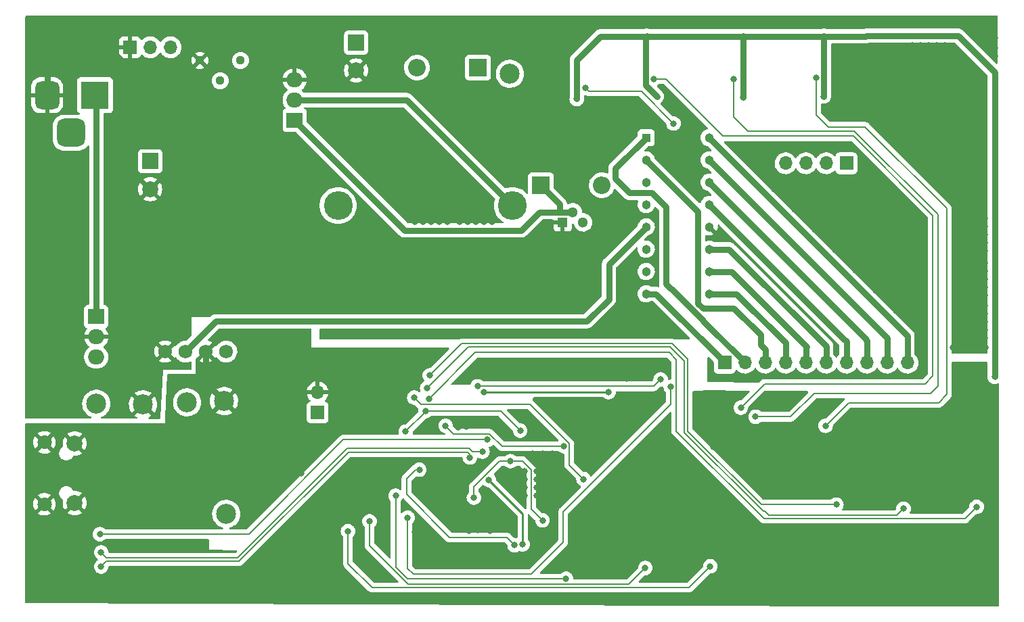
<source format=gbl>
G04 #@! TF.GenerationSoftware,KiCad,Pcbnew,(6.0.9)*
G04 #@! TF.CreationDate,2022-12-15T14:24:50+09:00*
G04 #@! TF.ProjectId,nixie9v,6e697869-6539-4762-9e6b-696361645f70,rev?*
G04 #@! TF.SameCoordinates,Original*
G04 #@! TF.FileFunction,Copper,L2,Bot*
G04 #@! TF.FilePolarity,Positive*
%FSLAX46Y46*%
G04 Gerber Fmt 4.6, Leading zero omitted, Abs format (unit mm)*
G04 Created by KiCad (PCBNEW (6.0.9)) date 2022-12-15 14:24:50*
%MOMM*%
%LPD*%
G01*
G04 APERTURE LIST*
G04 Aperture macros list*
%AMRoundRect*
0 Rectangle with rounded corners*
0 $1 Rounding radius*
0 $2 $3 $4 $5 $6 $7 $8 $9 X,Y pos of 4 corners*
0 Add a 4 corners polygon primitive as box body*
4,1,4,$2,$3,$4,$5,$6,$7,$8,$9,$2,$3,0*
0 Add four circle primitives for the rounded corners*
1,1,$1+$1,$2,$3*
1,1,$1+$1,$4,$5*
1,1,$1+$1,$6,$7*
1,1,$1+$1,$8,$9*
0 Add four rect primitives between the rounded corners*
20,1,$1+$1,$2,$3,$4,$5,0*
20,1,$1+$1,$4,$5,$6,$7,0*
20,1,$1+$1,$6,$7,$8,$9,0*
20,1,$1+$1,$8,$9,$2,$3,0*%
G04 Aperture macros list end*
G04 #@! TA.AperFunction,ComponentPad*
%ADD10R,1.700000X1.700000*%
G04 #@! TD*
G04 #@! TA.AperFunction,ComponentPad*
%ADD11O,1.700000X1.700000*%
G04 #@! TD*
G04 #@! TA.AperFunction,ComponentPad*
%ADD12R,2.000000X1.905000*%
G04 #@! TD*
G04 #@! TA.AperFunction,ComponentPad*
%ADD13O,2.000000X1.905000*%
G04 #@! TD*
G04 #@! TA.AperFunction,ComponentPad*
%ADD14R,2.000000X2.000000*%
G04 #@! TD*
G04 #@! TA.AperFunction,ComponentPad*
%ADD15C,2.000000*%
G04 #@! TD*
G04 #@! TA.AperFunction,ComponentPad*
%ADD16C,2.500000*%
G04 #@! TD*
G04 #@! TA.AperFunction,ComponentPad*
%ADD17R,1.300000X1.300000*%
G04 #@! TD*
G04 #@! TA.AperFunction,ComponentPad*
%ADD18C,1.300000*%
G04 #@! TD*
G04 #@! TA.AperFunction,ComponentPad*
%ADD19C,1.800000*%
G04 #@! TD*
G04 #@! TA.AperFunction,ComponentPad*
%ADD20C,1.120000*%
G04 #@! TD*
G04 #@! TA.AperFunction,ComponentPad*
%ADD21R,2.200000X2.200000*%
G04 #@! TD*
G04 #@! TA.AperFunction,ComponentPad*
%ADD22O,2.200000X2.200000*%
G04 #@! TD*
G04 #@! TA.AperFunction,ComponentPad*
%ADD23C,1.725000*%
G04 #@! TD*
G04 #@! TA.AperFunction,ComponentPad*
%ADD24C,3.600000*%
G04 #@! TD*
G04 #@! TA.AperFunction,ComponentPad*
%ADD25R,3.500000X3.500000*%
G04 #@! TD*
G04 #@! TA.AperFunction,ComponentPad*
%ADD26RoundRect,0.750000X-0.750000X-1.000000X0.750000X-1.000000X0.750000X1.000000X-0.750000X1.000000X0*%
G04 #@! TD*
G04 #@! TA.AperFunction,ComponentPad*
%ADD27RoundRect,0.875000X-0.875000X-0.875000X0.875000X-0.875000X0.875000X0.875000X-0.875000X0.875000X0*%
G04 #@! TD*
G04 #@! TA.AperFunction,ComponentPad*
%ADD28R,1.133000X1.133000*%
G04 #@! TD*
G04 #@! TA.AperFunction,ComponentPad*
%ADD29C,1.133000*%
G04 #@! TD*
G04 #@! TA.AperFunction,ViaPad*
%ADD30C,0.800000*%
G04 #@! TD*
G04 #@! TA.AperFunction,Conductor*
%ADD31C,0.762000*%
G04 #@! TD*
G04 #@! TA.AperFunction,Conductor*
%ADD32C,0.200000*%
G04 #@! TD*
G04 #@! TA.AperFunction,Conductor*
%ADD33C,0.250000*%
G04 #@! TD*
G04 APERTURE END LIST*
D10*
X113161600Y-69975000D03*
D11*
X115701600Y-69975000D03*
X118241600Y-69975000D03*
X120781600Y-69975000D03*
X123321600Y-69975000D03*
X125861600Y-69975000D03*
X128401600Y-69975000D03*
X130941600Y-69975000D03*
X133481600Y-69975000D03*
X136021600Y-69975000D03*
D12*
X59365000Y-39624000D03*
D13*
X59365000Y-37084000D03*
X59365000Y-34544000D03*
D14*
X41275000Y-44737323D03*
D15*
X41275000Y-48237323D03*
D16*
X45897800Y-74930000D03*
X34544000Y-75107800D03*
X40386000Y-75184000D03*
X86283800Y-33782000D03*
X50520600Y-74777600D03*
D17*
X92898450Y-52391750D03*
D18*
X94168450Y-51121750D03*
X95438450Y-52391750D03*
D10*
X62230000Y-76205000D03*
D11*
X62230000Y-73665000D03*
D10*
X38750000Y-30480000D03*
D11*
X41290000Y-30480000D03*
X43830000Y-30480000D03*
D16*
X50800000Y-88900000D03*
D10*
X128387000Y-45000000D03*
D11*
X125847000Y-45000000D03*
X123307000Y-45000000D03*
X120767000Y-45000000D03*
D12*
X34538800Y-64185800D03*
D13*
X34538800Y-66725800D03*
X34538800Y-69265800D03*
D19*
X28050000Y-79945000D03*
D15*
X31850000Y-87545000D03*
X31850000Y-80095000D03*
D19*
X28050000Y-87695000D03*
D20*
X52592500Y-32114000D03*
X50052500Y-34654000D03*
X47512500Y-32114000D03*
D21*
X82296000Y-33020000D03*
D22*
X74676000Y-33020000D03*
D21*
X90170000Y-47752000D03*
D22*
X97790000Y-47752000D03*
D23*
X43180000Y-68580000D03*
X45720000Y-68580000D03*
X48260000Y-68580000D03*
X50800000Y-68580000D03*
D24*
X64797000Y-50292000D03*
X86597000Y-50292000D03*
D25*
X34391600Y-36474400D03*
D26*
X28391600Y-36474400D03*
D27*
X31391600Y-41174400D03*
D28*
X103338000Y-41796000D03*
D29*
X103338000Y-44590000D03*
X103338000Y-47384000D03*
X103338000Y-50178000D03*
X103338000Y-52972000D03*
X103338000Y-55766000D03*
X103338000Y-58560000D03*
X103338000Y-61354000D03*
X111212000Y-61354000D03*
X111212000Y-58560000D03*
X111212000Y-55766000D03*
X111212000Y-52972000D03*
X111212000Y-50178000D03*
X111212000Y-47384000D03*
X111212000Y-44590000D03*
X111212000Y-41796000D03*
D14*
X67056000Y-29878323D03*
D15*
X67056000Y-33378323D03*
D30*
X39878000Y-78232000D03*
X64744600Y-99745800D03*
X34188400Y-99593400D03*
X60198000Y-83820000D03*
X28448000Y-77978000D03*
X63220600Y-99745800D03*
X139954000Y-84328000D03*
X43180000Y-90424000D03*
X92964000Y-74676000D03*
X88138000Y-86614000D03*
X115824000Y-80518000D03*
X113258600Y-99872800D03*
X139115800Y-99847400D03*
X90424000Y-81407000D03*
X76454000Y-91186000D03*
X121920000Y-80518000D03*
X135636000Y-84328000D03*
X133604000Y-84328000D03*
X131064000Y-84328000D03*
X95504000Y-79502000D03*
X55000000Y-83000000D03*
X35306000Y-82550000D03*
X79781400Y-78079600D03*
X41910000Y-78232000D03*
X107696000Y-95504000D03*
X38506400Y-99593400D03*
X112776000Y-80518000D03*
X84988400Y-99771200D03*
X88138000Y-83566000D03*
X87020400Y-99771200D03*
X88138000Y-85598000D03*
X89662000Y-83566000D03*
X39116000Y-86868000D03*
X69596000Y-68580000D03*
X81788000Y-92964000D03*
X136575800Y-99847400D03*
X76352400Y-99771200D03*
X47752000Y-92583000D03*
X74422000Y-68580000D03*
X81432400Y-99771200D03*
X35204400Y-99593400D03*
X79756000Y-92964000D03*
X129032000Y-84328000D03*
X60198000Y-81788000D03*
X60172600Y-99745800D03*
X137922000Y-84328000D03*
X40538400Y-99593400D03*
X101854000Y-74930000D03*
X143256000Y-84328000D03*
X56743600Y-93497400D03*
X117322600Y-99872800D03*
X119862600Y-99872800D03*
X120878600Y-99872800D03*
X26416000Y-77978000D03*
X132511800Y-99847400D03*
X132080000Y-84328000D03*
X75184000Y-90043000D03*
X130479800Y-99847400D03*
X115290600Y-99872800D03*
X78740000Y-90297000D03*
X77978000Y-89535000D03*
X42164000Y-90424000D03*
X91948000Y-74676000D03*
X66040000Y-71628000D03*
X118872000Y-80518000D03*
X94742000Y-95758000D03*
X145288000Y-84328000D03*
X119380000Y-90678000D03*
X46355000Y-92710000D03*
X47142400Y-99593400D03*
X81153000Y-91059000D03*
X116840000Y-80518000D03*
X100914200Y-72009000D03*
X29464000Y-77978000D03*
X42926000Y-78232000D03*
X67564000Y-68580000D03*
X68580000Y-68580000D03*
X45110400Y-99593400D03*
X89662000Y-70358000D03*
X127000000Y-80518000D03*
X116840000Y-95504000D03*
X135128000Y-80518000D03*
X84328000Y-87884000D03*
X80772000Y-92964000D03*
X134112000Y-76454000D03*
X89154000Y-81407000D03*
X78994000Y-82804000D03*
X85026500Y-89725500D03*
X118872000Y-86614000D03*
X93726000Y-95758000D03*
X94996000Y-81534000D03*
X38354000Y-96520000D03*
X37846000Y-90424000D03*
X53746400Y-99593400D03*
X71374000Y-68580000D03*
X140131800Y-99847400D03*
X34036000Y-77978000D03*
X36220400Y-99593400D03*
X65760600Y-99745800D03*
X76454000Y-87630000D03*
X28346400Y-98577400D03*
X129463800Y-99847400D03*
X89662000Y-86614000D03*
X85090000Y-70358000D03*
X131064000Y-76454000D03*
X69088000Y-71628000D03*
X120904000Y-80518000D03*
X28854400Y-99593400D03*
X128016000Y-80518000D03*
X77470000Y-87630000D03*
X39370000Y-96520000D03*
X57937400Y-92329000D03*
X83464400Y-99771200D03*
X120396000Y-90678000D03*
X38354000Y-78232000D03*
X72390000Y-68580000D03*
X56108600Y-99745800D03*
X58928000Y-66294000D03*
X52730400Y-99593400D03*
X147066000Y-99060000D03*
X35306000Y-78232000D03*
X67792600Y-99745800D03*
X40386000Y-96520000D03*
X131064000Y-80518000D03*
X132080000Y-76454000D03*
X120904000Y-86614000D03*
X74422000Y-91186000D03*
X41148000Y-90424000D03*
X46126400Y-99593400D03*
X64008000Y-96774000D03*
X57124600Y-99745800D03*
X44450000Y-96520000D03*
X37490400Y-99593400D03*
X96012000Y-81534000D03*
X61976000Y-96774000D03*
X142240000Y-84328000D03*
X114274600Y-99872800D03*
X49174400Y-99593400D03*
X61188600Y-99745800D03*
X65278000Y-68580000D03*
X134112000Y-80518000D03*
X60960000Y-66294000D03*
X70358000Y-86360000D03*
X73406000Y-68580000D03*
X80797400Y-78003400D03*
X41402000Y-96520000D03*
X43078400Y-99593400D03*
X104546400Y-81788000D03*
X38862000Y-90424000D03*
X115824000Y-95504000D03*
X59029600Y-91363800D03*
X97536000Y-95250000D03*
X91567000Y-81407000D03*
X114808000Y-95504000D03*
X106578400Y-81788000D03*
X59944000Y-66294000D03*
X131495800Y-99847400D03*
X134543800Y-99847400D03*
X86233000Y-85852000D03*
X57000000Y-81000000D03*
X37338000Y-82550000D03*
X85598000Y-85090000D03*
X45466000Y-96520000D03*
X100634800Y-74879200D03*
X60706000Y-96774000D03*
X111226600Y-99872800D03*
X62230000Y-68580000D03*
X129032000Y-80518000D03*
X97028000Y-81534000D03*
X30988000Y-77978000D03*
X79400400Y-99771200D03*
X89662000Y-85598000D03*
X130048000Y-84328000D03*
X105562400Y-81788000D03*
X48158400Y-99593400D03*
X83058000Y-70358000D03*
X39522400Y-99593400D03*
X31902400Y-99593400D03*
X98044000Y-81534000D03*
X33172400Y-99593400D03*
X65024000Y-96774000D03*
X88138000Y-84582000D03*
X78486000Y-87630000D03*
X58140600Y-99745800D03*
X63246000Y-68580000D03*
X42545000Y-92710000D03*
X136144000Y-76454000D03*
X64262000Y-68580000D03*
X140970000Y-84328000D03*
X54000000Y-84000000D03*
X86614000Y-70358000D03*
X132080000Y-80518000D03*
X27178000Y-97790000D03*
X36322000Y-78232000D03*
X117856000Y-95504000D03*
X146050000Y-99060000D03*
X105664000Y-95504000D03*
X134620000Y-84328000D03*
X116306600Y-99872800D03*
X114808000Y-80518000D03*
X77216000Y-88646000D03*
X68072000Y-71628000D03*
X49276000Y-96520000D03*
X130048000Y-76454000D03*
X83756500Y-90995500D03*
X50698400Y-99593400D03*
X89916000Y-74676000D03*
X55854600Y-94335600D03*
X82448400Y-99771200D03*
X68326000Y-86360000D03*
X86106000Y-88646000D03*
X93218000Y-70358000D03*
X42062400Y-99593400D03*
X34290000Y-82550000D03*
X56000000Y-82000000D03*
X60198000Y-82804000D03*
X29362400Y-98577400D03*
X138099800Y-99847400D03*
X92710000Y-95758000D03*
X41148000Y-86868000D03*
X66776600Y-99745800D03*
X118846600Y-99872800D03*
X60198000Y-80772000D03*
X82042000Y-70358000D03*
X42418000Y-96520000D03*
X122936000Y-80518000D03*
X80416400Y-99771200D03*
X57912000Y-66294000D03*
X121412000Y-90678000D03*
X40132000Y-86868000D03*
X121920000Y-86614000D03*
X79984600Y-83515200D03*
X138938000Y-84328000D03*
X42164000Y-86868000D03*
X60071000Y-90297000D03*
X136652000Y-84328000D03*
X105257600Y-74117200D03*
X92202000Y-70358000D03*
X82296000Y-90932000D03*
X57658000Y-96774000D03*
X118364000Y-90678000D03*
X50292000Y-96520000D03*
X133527800Y-99847400D03*
X87630000Y-70358000D03*
X32004000Y-77978000D03*
X62992000Y-96774000D03*
X79767910Y-77050110D03*
X82550000Y-89535000D03*
X66548000Y-68580000D03*
X47244000Y-96520000D03*
X103530400Y-81788000D03*
X43434000Y-96520000D03*
X77368400Y-99771200D03*
X90932000Y-74676000D03*
X59156600Y-99745800D03*
X48260000Y-96520000D03*
X51714400Y-99593400D03*
X69342000Y-86360000D03*
X124968000Y-80518000D03*
X144272000Y-84328000D03*
X119888000Y-80518000D03*
X110210600Y-99872800D03*
X100584000Y-95250000D03*
X88036400Y-99771200D03*
X133096000Y-80518000D03*
X117856000Y-80518000D03*
X36830000Y-90424000D03*
X40894000Y-78232000D03*
X67056000Y-71628000D03*
X106680000Y-95504000D03*
X121894600Y-99872800D03*
X39878000Y-90424000D03*
X111760000Y-80518000D03*
X27432000Y-77978000D03*
X135128000Y-76454000D03*
X89662000Y-84582000D03*
X62204600Y-99745800D03*
X98552000Y-95250000D03*
X135559800Y-99847400D03*
X86004400Y-99771200D03*
X37338000Y-78232000D03*
X44196000Y-90424000D03*
X59690000Y-96774000D03*
X44094400Y-99593400D03*
X133096000Y-76454000D03*
X99949000Y-79502000D03*
X86868000Y-86360000D03*
X78384400Y-99771200D03*
X88646000Y-70358000D03*
X29870400Y-99593400D03*
X91694000Y-95758000D03*
X130048000Y-80518000D03*
X119888000Y-86614000D03*
X113792000Y-80518000D03*
X36322000Y-82550000D03*
X125984000Y-80518000D03*
X67310000Y-86360000D03*
X83566000Y-88773000D03*
X99568000Y-95250000D03*
X141147800Y-99847400D03*
X26162000Y-97790000D03*
X123952000Y-80518000D03*
X108712000Y-95504000D03*
X75438000Y-91186000D03*
X84074000Y-70358000D03*
X33020000Y-77978000D03*
X30886400Y-99593400D03*
X58674000Y-96774000D03*
X44958000Y-92710000D03*
X112242600Y-99872800D03*
X81788000Y-90297000D03*
X75438000Y-63246000D03*
X90932000Y-63246000D03*
X94070000Y-26931200D03*
X26416000Y-66294000D03*
X26416000Y-64262000D03*
X145479600Y-27083600D03*
X146495600Y-27083600D03*
X53340000Y-37592000D03*
X137922000Y-63246000D03*
X78867000Y-40386000D03*
X36068000Y-53340000D03*
X95250000Y-28702000D03*
X71120000Y-55118000D03*
X82640000Y-26931200D03*
X108929000Y-26982000D03*
X137414000Y-40386000D03*
X26416000Y-67310000D03*
X46990000Y-41148000D03*
X137414000Y-39370000D03*
X77470000Y-52324000D03*
X134049600Y-27083600D03*
X78105000Y-39497000D03*
X132080000Y-52832000D03*
X65278000Y-58420000D03*
X84074000Y-55118000D03*
X84672000Y-26931200D03*
X119380000Y-48260000D03*
X33020000Y-60452000D03*
X62992000Y-63246000D03*
X132080000Y-51816000D03*
X33020000Y-48514000D03*
X27178000Y-29210000D03*
X26416000Y-50292000D03*
X141986000Y-65024000D03*
X76454000Y-52324000D03*
X36068000Y-55880000D03*
X94996000Y-40894000D03*
X33020000Y-46482000D03*
X143383000Y-32385000D03*
X88900000Y-28702000D03*
X64262000Y-59944000D03*
X145669000Y-55956200D03*
X145592800Y-43789600D03*
X65278000Y-42418000D03*
X88736000Y-26931200D03*
X140970000Y-44704000D03*
X129540000Y-58420000D03*
X26416000Y-65278000D03*
X33020000Y-59436000D03*
X132080000Y-60960000D03*
X33274000Y-53594000D03*
X87833200Y-66370200D03*
X133033600Y-27083600D03*
X141986000Y-60198000D03*
X72136000Y-55118000D03*
X137922000Y-66294000D03*
X135065600Y-27083600D03*
X111977000Y-26982000D03*
X76454000Y-63246000D03*
X137922000Y-58674000D03*
X33020000Y-57404000D03*
X145669000Y-54940200D03*
X139700000Y-30226000D03*
X74422000Y-63246000D03*
X140145600Y-27083600D03*
X145592800Y-46583600D03*
X146939000Y-31623000D03*
X136652000Y-30226000D03*
X141986000Y-56134000D03*
X141986000Y-62992000D03*
X27268000Y-27210600D03*
X26416000Y-76454000D03*
X145669000Y-58496200D03*
X26670000Y-42418000D03*
X137414000Y-41402000D03*
X87122000Y-55118000D03*
X65024000Y-63246000D03*
X64262000Y-58420000D03*
X103595000Y-26982000D03*
X142748000Y-68072000D03*
X101854000Y-62738000D03*
X145669000Y-61544200D03*
X51308000Y-46990000D03*
X145669000Y-53924200D03*
X26670000Y-40386000D03*
X141161600Y-27083600D03*
X73152000Y-55118000D03*
X72644000Y-39116000D03*
X51562000Y-48768000D03*
X26416000Y-73406000D03*
X57150000Y-63246000D03*
X40894000Y-39878000D03*
X85090000Y-63246000D03*
X132080000Y-50800000D03*
X26416000Y-68326000D03*
X77470000Y-63246000D03*
X92710000Y-40894000D03*
X91022000Y-26931200D03*
X86741000Y-42291000D03*
X112993000Y-26982000D03*
X71628000Y-39116000D03*
X26416000Y-55880000D03*
X26416000Y-75438000D03*
X79629000Y-41275000D03*
X85826600Y-66294000D03*
X26416000Y-63246000D03*
X76962000Y-55372000D03*
X93218000Y-28702000D03*
X26670000Y-43434000D03*
X74041000Y-39751000D03*
X84836000Y-28702000D03*
X74803000Y-40513000D03*
X32348000Y-27210600D03*
X28448000Y-76454000D03*
X63246000Y-58420000D03*
X82042000Y-52324000D03*
X81788000Y-42418000D03*
X93091000Y-35306000D03*
X138684000Y-30226000D03*
X75438000Y-52324000D03*
X138113600Y-27083600D03*
X39878000Y-39878000D03*
X87884000Y-63246000D03*
X30316000Y-27210600D03*
X145669000Y-62814200D03*
X91694000Y-31369000D03*
X48768000Y-29464000D03*
X141986000Y-54610000D03*
X141986000Y-52578000D03*
X85688000Y-26931200D03*
X80010000Y-52324000D03*
X26670000Y-41402000D03*
X60198000Y-63246000D03*
X68580000Y-39116000D03*
X34380000Y-27210600D03*
X146939000Y-30607000D03*
X86868000Y-63246000D03*
X33274000Y-50546000D03*
X137922000Y-64262000D03*
X144463600Y-27083600D03*
X65278000Y-59944000D03*
X141986000Y-61976000D03*
X69596000Y-39116000D03*
X140970000Y-41656000D03*
X26252000Y-27210600D03*
X74422000Y-52324000D03*
X31332000Y-27210600D03*
X33274000Y-29210000D03*
X26416000Y-60452000D03*
X100547000Y-26982000D03*
X62992000Y-39370000D03*
X66040000Y-63246000D03*
X92202000Y-28702000D03*
X80608000Y-26931200D03*
X33274000Y-54610000D03*
X89916000Y-28702000D03*
X33020000Y-56388000D03*
X89916000Y-63246000D03*
X26416000Y-46228000D03*
X145542000Y-34036000D03*
X88900000Y-63246000D03*
X70612000Y-39116000D03*
X66294000Y-58420000D03*
X145592800Y-42773600D03*
X52324000Y-46990000D03*
X145592800Y-47599600D03*
X137097600Y-27083600D03*
X81026000Y-52324000D03*
X69342000Y-63246000D03*
X145669000Y-60528200D03*
X134620000Y-63500000D03*
X145669000Y-59512200D03*
X26416000Y-57404000D03*
X32258000Y-29210000D03*
X136144000Y-57658000D03*
X85217000Y-42418000D03*
X140970000Y-42672000D03*
X39714000Y-27210600D03*
X36666000Y-27210600D03*
X78994000Y-55372000D03*
X104611000Y-26982000D03*
X89789000Y-31369000D03*
X81026000Y-63246000D03*
X49784000Y-29464000D03*
X70358000Y-63246000D03*
X50292000Y-37592000D03*
X26416000Y-72390000D03*
X83058000Y-55118000D03*
X141986000Y-50546000D03*
X40730000Y-27210600D03*
X145669000Y-52908200D03*
X82042000Y-63246000D03*
X86868000Y-28702000D03*
X141986000Y-58166000D03*
X80010000Y-55372000D03*
X35396000Y-27210600D03*
X46736000Y-29464000D03*
X145592800Y-48615600D03*
X145592800Y-44805600D03*
X47752000Y-29464000D03*
X54356000Y-37592000D03*
X26416000Y-54864000D03*
X95086000Y-26931200D03*
X145669000Y-63830200D03*
X137922000Y-59690000D03*
X109945000Y-26982000D03*
X64008000Y-39370000D03*
X93091000Y-36322000D03*
X46990000Y-40132000D03*
X136144000Y-56642000D03*
X46990000Y-42164000D03*
X33274000Y-51562000D03*
X141986000Y-64008000D03*
X62230000Y-58420000D03*
X26416000Y-47244000D03*
X71374000Y-63246000D03*
X26416000Y-58420000D03*
X139129600Y-27083600D03*
X59182000Y-63246000D03*
X56134000Y-63246000D03*
X26416000Y-59436000D03*
X86704000Y-26931200D03*
X28194000Y-29210000D03*
X65481200Y-66395600D03*
X137922000Y-57658000D03*
X36068000Y-57912000D03*
X33020000Y-45466000D03*
X26670000Y-44450000D03*
X33020000Y-58420000D03*
X88392000Y-42291000D03*
X77216000Y-38735000D03*
X36068000Y-59944000D03*
X58166000Y-63246000D03*
X33364000Y-27210600D03*
X83656000Y-26931200D03*
X132080000Y-53848000D03*
X26416000Y-69342000D03*
X33020000Y-44450000D03*
X121920000Y-50800000D03*
X102579000Y-26982000D03*
X136144000Y-55626000D03*
X36068000Y-58928000D03*
X33274000Y-52578000D03*
X38698000Y-27210600D03*
X37682000Y-27210600D03*
X81624000Y-26931200D03*
X140970000Y-40640000D03*
X36068000Y-56896000D03*
X26416000Y-71374000D03*
X137668000Y-30226000D03*
X94234000Y-28702000D03*
X145669000Y-51892200D03*
X124460000Y-53340000D03*
X31242000Y-29210000D03*
X87884000Y-28702000D03*
X143447600Y-27083600D03*
X92038000Y-26931200D03*
X97028000Y-40894000D03*
X26416000Y-49276000D03*
X98515000Y-26982000D03*
X142113000Y-30988000D03*
X86106000Y-55118000D03*
X51308000Y-37592000D03*
X93218000Y-32004000D03*
X107659000Y-26982000D03*
X29300000Y-27210600D03*
X85852000Y-28702000D03*
X141986000Y-51562000D03*
X36068000Y-52324000D03*
X67310000Y-63246000D03*
X141732000Y-68072000D03*
X29464000Y-76454000D03*
X78486000Y-52324000D03*
X88265000Y-31369000D03*
X64262000Y-66370200D03*
X106643000Y-26982000D03*
X26416000Y-61468000D03*
X76073000Y-42418000D03*
X145669000Y-66878200D03*
X93218000Y-33020000D03*
X64008000Y-63246000D03*
X145669000Y-64846200D03*
X136144000Y-53594000D03*
X145542000Y-37084000D03*
X91186000Y-28702000D03*
X26416000Y-70358000D03*
X75692000Y-41275000D03*
X145592800Y-40741600D03*
X50546000Y-48768000D03*
X143764000Y-68072000D03*
X38862000Y-39878000D03*
X29210000Y-29210000D03*
X137922000Y-60706000D03*
X36068000Y-54356000D03*
X83058000Y-52324000D03*
X74168000Y-55118000D03*
X140716000Y-30226000D03*
X145669000Y-57480200D03*
X36068000Y-51308000D03*
X86842600Y-66344800D03*
X132080000Y-49784000D03*
X144780000Y-68072000D03*
X89916000Y-42291000D03*
X141986000Y-53594000D03*
X141986000Y-57150000D03*
X145542000Y-36068000D03*
X72009000Y-42418000D03*
X26416000Y-74422000D03*
X110961000Y-26982000D03*
X141986000Y-66040000D03*
X141986000Y-59182000D03*
X68580000Y-42291000D03*
X61976000Y-63246000D03*
X145669000Y-65862200D03*
X136144000Y-54610000D03*
X63246000Y-59944000D03*
X127000000Y-55880000D03*
X89752000Y-26931200D03*
X85090000Y-55118000D03*
X26416000Y-51816000D03*
X35306000Y-29210000D03*
X50292000Y-46990000D03*
X145415000Y-50622200D03*
X136081600Y-27083600D03*
X137922000Y-65278000D03*
X137414000Y-37338000D03*
X145542000Y-38100000D03*
X93091000Y-34290000D03*
X77978000Y-55372000D03*
X73787000Y-42418000D03*
X37846000Y-39878000D03*
X146812000Y-28067000D03*
X78486000Y-63246000D03*
X26162000Y-29210000D03*
X36830000Y-39878000D03*
X26416000Y-48260000D03*
X145592800Y-41757600D03*
X84074000Y-63246000D03*
X67056000Y-39370000D03*
X83693000Y-42291000D03*
X140970000Y-43688000D03*
X27432000Y-76454000D03*
X46990000Y-38100000D03*
X142431600Y-27083600D03*
X145542000Y-35052000D03*
X132017600Y-27083600D03*
X137414000Y-38354000D03*
X26416000Y-53848000D03*
X84074000Y-52324000D03*
X101563000Y-26982000D03*
X146939000Y-29337000D03*
X28284000Y-27210600D03*
X99531000Y-26982000D03*
X52324000Y-37592000D03*
X83058000Y-63246000D03*
X54610000Y-46990000D03*
X30226000Y-29210000D03*
X66040000Y-39370000D03*
X50800000Y-29464000D03*
X87720000Y-26931200D03*
X33020000Y-47498000D03*
X34290000Y-29210000D03*
X68326000Y-63246000D03*
X66294000Y-59944000D03*
X65024000Y-39370000D03*
X137922000Y-61722000D03*
X63220600Y-66344800D03*
X46990000Y-39116000D03*
X70104000Y-55118000D03*
X53340000Y-46990000D03*
X81026000Y-55372000D03*
X26416000Y-52832000D03*
X70104000Y-42418000D03*
X145592800Y-49631600D03*
X93054000Y-26931200D03*
X105627000Y-26982000D03*
X62230000Y-59944000D03*
X145796000Y-68072000D03*
X36068000Y-50292000D03*
X94650000Y-36950000D03*
X86360000Y-82296000D03*
X115425000Y-36725000D03*
X146925000Y-71725000D03*
X125525000Y-36625000D03*
X104675000Y-36625000D03*
X90362000Y-89724000D03*
X81788000Y-86868000D03*
X95500000Y-84550000D03*
X74325000Y-74325000D03*
X78250000Y-77875000D03*
X93025000Y-80425000D03*
X87575000Y-78475000D03*
X75725000Y-76025000D03*
X73250000Y-78600000D03*
X127125000Y-87750000D03*
X76250000Y-71550000D03*
X75941975Y-73147975D03*
X135525000Y-88250000D03*
X144676500Y-88026500D03*
X76175000Y-74475000D03*
X98625000Y-73660000D03*
X83058000Y-73660000D03*
X82248833Y-72926167D03*
X105140000Y-72065000D03*
X73487500Y-89387500D03*
X106410000Y-72990000D03*
X125775000Y-77875000D03*
X124587500Y-34287500D03*
X114275000Y-34425000D03*
X117025000Y-76750000D03*
X115175000Y-75600000D03*
X104250000Y-34425000D03*
X95758000Y-35560000D03*
X106750000Y-40025000D03*
X83625000Y-84650000D03*
X87875000Y-92725000D03*
X86875000Y-92825000D03*
X74950000Y-83375000D03*
X72000000Y-86625000D03*
X93300000Y-97025000D03*
X66025000Y-91075000D03*
X111355500Y-95480500D03*
X68725000Y-89825000D03*
X103227500Y-95677500D03*
X35000000Y-91450000D03*
X83500000Y-79625000D03*
X35150000Y-95500000D03*
X81275000Y-81850000D03*
X35151000Y-93726000D03*
X82850000Y-81100000D03*
D31*
X98044000Y-78740000D02*
X101854000Y-74930000D01*
X48260000Y-68580000D02*
X48260000Y-72517000D01*
X98044000Y-81534000D02*
X98044000Y-78740000D01*
X48260000Y-72517000D02*
X50520600Y-74777600D01*
X28391600Y-36474400D02*
X28391600Y-29407600D01*
X43161000Y-37592000D02*
X34779000Y-29210000D01*
X28391600Y-29407600D02*
X28194000Y-29210000D01*
X34779000Y-29210000D02*
X29210000Y-29210000D01*
X50292000Y-37592000D02*
X43161000Y-37592000D01*
X98675000Y-57635000D02*
X103338000Y-52972000D01*
X95925000Y-64775000D02*
X98675000Y-62025000D01*
X49525000Y-64775000D02*
X95925000Y-64775000D01*
X45720000Y-68580000D02*
X49525000Y-64775000D01*
X98675000Y-62025000D02*
X98675000Y-57635000D01*
D32*
X115400000Y-29025000D02*
X115425000Y-29050000D01*
X86360000Y-82296000D02*
X84989050Y-82296000D01*
D31*
X146925000Y-71725000D02*
X146925000Y-33600000D01*
D32*
X115400000Y-29025000D02*
X125550000Y-29025000D01*
D31*
X125568500Y-29043500D02*
X125568500Y-36581500D01*
X125568500Y-36581500D02*
X125525000Y-36625000D01*
X103269000Y-29206000D02*
X103269000Y-35219000D01*
D32*
X141825000Y-29025000D02*
X142025000Y-29025000D01*
D31*
X130850000Y-29025000D02*
X130775000Y-29100000D01*
X125550000Y-29025000D02*
X125568500Y-29043500D01*
D32*
X87857950Y-82296000D02*
X86360000Y-82296000D01*
X142025000Y-29025000D02*
X146875000Y-33875000D01*
X88962000Y-83400050D02*
X87857950Y-82296000D01*
D31*
X103450000Y-29025000D02*
X103269000Y-29206000D01*
X142350000Y-29025000D02*
X130850000Y-29025000D01*
D32*
X81788000Y-85497050D02*
X81788000Y-86868000D01*
X88962000Y-88324000D02*
X88962000Y-83400050D01*
X97625000Y-29100000D02*
X97700000Y-29025000D01*
D31*
X94795000Y-31930000D02*
X94650000Y-32075000D01*
D32*
X103450000Y-29025000D02*
X115400000Y-29025000D01*
D31*
X146925000Y-33600000D02*
X142350000Y-29025000D01*
X103269000Y-35219000D02*
X104675000Y-36625000D01*
X142350000Y-29025000D02*
X141825000Y-29025000D01*
X130775000Y-29100000D02*
X97625000Y-29100000D01*
D32*
X90362000Y-89724000D02*
X88962000Y-88324000D01*
X97700000Y-29025000D02*
X103450000Y-29025000D01*
X146875000Y-33875000D02*
X146875000Y-71925000D01*
D31*
X97625000Y-29100000D02*
X94795000Y-31930000D01*
X115425000Y-29050000D02*
X115425000Y-36725000D01*
X94650000Y-32075000D02*
X94650000Y-36950000D01*
D32*
X125550000Y-29025000D02*
X141825000Y-29025000D01*
X84989050Y-82296000D02*
X81788000Y-85497050D01*
X88764950Y-75175000D02*
X75175000Y-75175000D01*
X93725000Y-80135050D02*
X88764950Y-75175000D01*
X93725000Y-80135050D02*
X93725000Y-82775000D01*
X75175000Y-75175000D02*
X74325000Y-74325000D01*
X93725000Y-82775000D02*
X95500000Y-84550000D01*
X79250000Y-78875000D02*
X78250000Y-77875000D01*
X85289950Y-80425000D02*
X83739950Y-78875000D01*
X93025000Y-80425000D02*
X85289950Y-80425000D01*
X83739950Y-78875000D02*
X79250000Y-78875000D01*
X73250000Y-78600000D02*
X75725000Y-76125000D01*
X75725000Y-76050000D02*
X75725000Y-76025000D01*
X75725000Y-76025000D02*
X85125000Y-76025000D01*
X85125000Y-76025000D02*
X87575000Y-78475000D01*
X75725000Y-76125000D02*
X75725000Y-76025000D01*
X80200000Y-67600000D02*
X76250000Y-71550000D01*
X108525000Y-69525000D02*
X106600000Y-67600000D01*
X108525000Y-78534314D02*
X108525000Y-69525000D01*
X127125000Y-87750000D02*
X117740686Y-87750000D01*
X117740686Y-87750000D02*
X108525000Y-78534314D01*
X106600000Y-67600000D02*
X80200000Y-67600000D01*
X134699500Y-89075500D02*
X135525000Y-88250000D01*
X117975000Y-88550000D02*
X108125000Y-78700000D01*
X106325000Y-68000000D02*
X81089950Y-68000000D01*
X134699500Y-89075500D02*
X118675500Y-89075500D01*
X81089950Y-68000000D02*
X75941975Y-73147975D01*
X118150000Y-88550000D02*
X117975000Y-88550000D01*
X108125000Y-69800000D02*
X106325000Y-68000000D01*
X108125000Y-78700000D02*
X108125000Y-69800000D01*
X118675500Y-89075500D02*
X118150000Y-88550000D01*
X118050500Y-89475500D02*
X143227500Y-89475500D01*
X107110000Y-78535000D02*
X118050500Y-89475500D01*
X143227500Y-89475500D02*
X144676500Y-88026500D01*
X107110000Y-69610000D02*
X107110000Y-78535000D01*
X81950000Y-68700000D02*
X106200000Y-68700000D01*
X76175000Y-74475000D02*
X81950000Y-68700000D01*
X106200000Y-68700000D02*
X107110000Y-69610000D01*
D31*
X59365000Y-39624000D02*
X73157200Y-53416200D01*
X92523750Y-50105750D02*
X92523750Y-51121750D01*
X90170000Y-47752000D02*
X92523750Y-50105750D01*
X92523750Y-51121750D02*
X94168450Y-51121750D01*
X90000650Y-51121750D02*
X92523750Y-51121750D01*
X87706200Y-53416200D02*
X90000650Y-51121750D01*
X73157200Y-53416200D02*
X87706200Y-53416200D01*
X73389000Y-37084000D02*
X86597000Y-50292000D01*
X59365000Y-37084000D02*
X73389000Y-37084000D01*
D33*
X98625000Y-73660000D02*
X83058000Y-73660000D01*
D32*
X82248833Y-72926167D02*
X104278833Y-72926167D01*
X104278833Y-72926167D02*
X105140000Y-72065000D01*
X73487500Y-95737500D02*
X74200000Y-96450000D01*
X74200000Y-96450000D02*
X88950000Y-96450000D01*
X92925000Y-88664950D02*
X106410000Y-75179950D01*
X106410000Y-75179950D02*
X106410000Y-72990000D01*
X88950000Y-96450000D02*
X92925000Y-92475000D01*
X92925000Y-92475000D02*
X92925000Y-88664950D01*
X73487500Y-89387500D02*
X73487500Y-95737500D01*
X130737500Y-40437500D02*
X140950000Y-50650000D01*
X139900000Y-75000000D02*
X128650000Y-75000000D01*
X128650000Y-75000000D02*
X125775000Y-77875000D01*
X140950000Y-73950000D02*
X139900000Y-75000000D01*
X140950000Y-50650000D02*
X140950000Y-73950000D01*
X124587500Y-38912500D02*
X126112500Y-40437500D01*
X124587500Y-34287500D02*
X124587500Y-38912500D01*
X126112500Y-40437500D02*
X130737500Y-40437500D01*
X138900000Y-73800000D02*
X124350000Y-73800000D01*
X129350000Y-40950000D02*
X139825000Y-51425000D01*
X139825000Y-51425000D02*
X139825000Y-72875000D01*
X114275000Y-34425000D02*
X114275000Y-39175000D01*
X116050000Y-40950000D02*
X129350000Y-40950000D01*
X121400000Y-76750000D02*
X117025000Y-76750000D01*
X114275000Y-39175000D02*
X116050000Y-40950000D01*
X124350000Y-73800000D02*
X121400000Y-76750000D01*
X139825000Y-72875000D02*
X138900000Y-73800000D01*
X129275000Y-41600000D02*
X112950000Y-41600000D01*
X139200000Y-51525000D02*
X129275000Y-41600000D01*
X139200000Y-71625000D02*
X139200000Y-51525000D01*
X138200000Y-72625000D02*
X139200000Y-71625000D01*
X115175000Y-75600000D02*
X118150000Y-72625000D01*
X105775000Y-34425000D02*
X104250000Y-34425000D01*
X112950000Y-41600000D02*
X105775000Y-34425000D01*
X118150000Y-72625000D02*
X138200000Y-72625000D01*
X102725000Y-35975000D02*
X102725000Y-36000000D01*
X102725000Y-36000000D02*
X106750000Y-40025000D01*
X102725000Y-35975000D02*
X96173000Y-35975000D01*
X96173000Y-35975000D02*
X95758000Y-35560000D01*
D31*
X34538800Y-36621600D02*
X34391600Y-36474400D01*
X34538800Y-64185800D02*
X34538800Y-36621600D01*
D33*
X87875000Y-88900000D02*
X83625000Y-84650000D01*
X87875000Y-92725000D02*
X87875000Y-88900000D01*
D32*
X73350000Y-86475000D02*
X73350000Y-84500000D01*
X74475000Y-83375000D02*
X74950000Y-83375000D01*
X73350000Y-84500000D02*
X74475000Y-83375000D01*
X85900000Y-91850000D02*
X78725000Y-91850000D01*
X86875000Y-92825000D02*
X85900000Y-91850000D01*
X78725000Y-91850000D02*
X73350000Y-86475000D01*
D31*
X103338000Y-61354000D02*
X104540600Y-61354000D01*
X104540600Y-61354000D02*
X113161600Y-69975000D01*
X104025000Y-48700000D02*
X101250000Y-48700000D01*
X115701600Y-69975000D02*
X110475000Y-64748400D01*
X110475000Y-64725000D02*
X106475000Y-60725000D01*
X99475000Y-46925000D02*
X99475000Y-45659000D01*
X101250000Y-48700000D02*
X99475000Y-46925000D01*
X105825000Y-50500000D02*
X104025000Y-48700000D01*
X106475000Y-60725000D02*
X106425000Y-60725000D01*
X105825000Y-60125000D02*
X105825000Y-50500000D01*
X106425000Y-60725000D02*
X105825000Y-60125000D01*
X99475000Y-45659000D02*
X103338000Y-41796000D01*
X110475000Y-64748400D02*
X110475000Y-64725000D01*
X109825000Y-51077000D02*
X109825000Y-62575000D01*
X103338000Y-44590000D02*
X109825000Y-51077000D01*
X117625000Y-67700000D02*
X118241600Y-68316600D01*
X109825000Y-62575000D02*
X110425000Y-63175000D01*
X114300000Y-63175000D02*
X117625000Y-66500000D01*
X110425000Y-63175000D02*
X114300000Y-63175000D01*
X118241600Y-68316600D02*
X118241600Y-69975000D01*
X117625000Y-66500000D02*
X117625000Y-67700000D01*
X111212000Y-61354000D02*
X114629000Y-61354000D01*
X114629000Y-61354000D02*
X120781600Y-67506600D01*
X120781600Y-67506600D02*
X120781600Y-69975000D01*
X123321600Y-68028400D02*
X123321600Y-69975000D01*
X114010000Y-58560000D02*
X123400000Y-67950000D01*
X123400000Y-67950000D02*
X123321600Y-68028400D01*
X111212000Y-58560000D02*
X114010000Y-58560000D01*
X111212000Y-55766000D02*
X113716000Y-55766000D01*
X125861600Y-67911600D02*
X125861600Y-69975000D01*
X113716000Y-55766000D02*
X125861600Y-67911600D01*
X128184000Y-67150000D02*
X111212000Y-50178000D01*
X128401600Y-69975000D02*
X128401600Y-67326600D01*
X128225000Y-67150000D02*
X128184000Y-67150000D01*
X128401600Y-67326600D02*
X128225000Y-67150000D01*
X130900000Y-67072000D02*
X130900000Y-67225000D01*
X111212000Y-47384000D02*
X130900000Y-67072000D01*
X130900000Y-67225000D02*
X130941600Y-67266600D01*
X130941600Y-67266600D02*
X130941600Y-69975000D01*
X111212000Y-44590000D02*
X133481600Y-66859600D01*
X133481600Y-66859600D02*
X133481600Y-69975000D01*
X111212000Y-41796000D02*
X136021600Y-66605600D01*
X136021600Y-66605600D02*
X136021600Y-69975000D01*
D32*
X72000000Y-86625000D02*
X72000000Y-95575000D01*
X73450000Y-97025000D02*
X93300000Y-97025000D01*
X72000000Y-95575000D02*
X73450000Y-97025000D01*
X69025000Y-98125000D02*
X108711000Y-98125000D01*
X108711000Y-98125000D02*
X111355500Y-95480500D01*
X66025000Y-91075000D02*
X66025000Y-95125000D01*
X66025000Y-95125000D02*
X69025000Y-98125000D01*
X68725000Y-92865685D02*
X73584315Y-97725000D01*
X101180000Y-97725000D02*
X103227500Y-95677500D01*
X68725000Y-89825000D02*
X68725000Y-92865685D01*
X73584315Y-97725000D02*
X101180000Y-97725000D01*
X65450000Y-79625000D02*
X53625000Y-91450000D01*
X53625000Y-91450000D02*
X35000000Y-91450000D01*
X83500000Y-79625000D02*
X65450000Y-79625000D01*
X35812499Y-94837501D02*
X52419699Y-94837501D01*
X35150000Y-95500000D02*
X35812499Y-94837501D01*
X66090065Y-81167135D02*
X81023936Y-81167135D01*
X52419699Y-94837501D02*
X66090065Y-81167135D01*
X81275000Y-81418199D02*
X81275000Y-81850000D01*
X81023936Y-81167135D02*
X81275000Y-81418199D01*
X65903665Y-80717135D02*
X81210334Y-80717135D01*
X52233301Y-94387499D02*
X65903665Y-80717135D01*
X81593199Y-81100000D02*
X82850000Y-81100000D01*
X35151000Y-93726000D02*
X35812499Y-94387499D01*
X35812499Y-94387499D02*
X52233301Y-94387499D01*
X81210334Y-80717135D02*
X81593199Y-81100000D01*
G04 #@! TA.AperFunction,Conductor*
G36*
X147266278Y-26528502D02*
G01*
X147312771Y-26582158D01*
X147324157Y-26634510D01*
X147323751Y-30752115D01*
X147323585Y-32436464D01*
X147303576Y-32504583D01*
X147249916Y-32551071D01*
X147179641Y-32561168D01*
X147115063Y-32531668D01*
X147108490Y-32525547D01*
X143035489Y-28452546D01*
X143022652Y-28437518D01*
X143014669Y-28426530D01*
X143008720Y-28421173D01*
X142964937Y-28381751D01*
X142960153Y-28377210D01*
X142946006Y-28363063D01*
X142930446Y-28350463D01*
X142925425Y-28346175D01*
X142880619Y-28305830D01*
X142880615Y-28305827D01*
X142875715Y-28301415D01*
X142870005Y-28298119D01*
X142870002Y-28298116D01*
X142863955Y-28294625D01*
X142847670Y-28283432D01*
X142847044Y-28282925D01*
X142837125Y-28274893D01*
X142777520Y-28244523D01*
X142771724Y-28241376D01*
X142765975Y-28238057D01*
X142713785Y-28207925D01*
X142700875Y-28203730D01*
X142682616Y-28196167D01*
X142670524Y-28190006D01*
X142605906Y-28172691D01*
X142599582Y-28170818D01*
X142590981Y-28168023D01*
X142535956Y-28150145D01*
X142529389Y-28149455D01*
X142529385Y-28149454D01*
X142523712Y-28148858D01*
X142522470Y-28148728D01*
X142503028Y-28145125D01*
X142496300Y-28143322D01*
X142496293Y-28143320D01*
X142496292Y-28143320D01*
X142489915Y-28141611D01*
X142483318Y-28141265D01*
X142483316Y-28141265D01*
X142423113Y-28138110D01*
X142416539Y-28137593D01*
X142399895Y-28135844D01*
X142399891Y-28135844D01*
X142396620Y-28135500D01*
X142376593Y-28135500D01*
X142369999Y-28135327D01*
X142309782Y-28132171D01*
X142309778Y-28132171D01*
X142303190Y-28131826D01*
X142296675Y-28132858D01*
X142296673Y-28132858D01*
X142289786Y-28133949D01*
X142270075Y-28135500D01*
X130929925Y-28135500D01*
X130910214Y-28133949D01*
X130903327Y-28132858D01*
X130903325Y-28132858D01*
X130896810Y-28131826D01*
X130890223Y-28132171D01*
X130890218Y-28132171D01*
X130830008Y-28135327D01*
X130823414Y-28135500D01*
X130803380Y-28135500D01*
X130800106Y-28135844D01*
X130800107Y-28135844D01*
X130783454Y-28137594D01*
X130776880Y-28138111D01*
X130716679Y-28141266D01*
X130716675Y-28141267D01*
X130710085Y-28141612D01*
X130703710Y-28143320D01*
X130703705Y-28143321D01*
X130696980Y-28145123D01*
X130677537Y-28148727D01*
X130664044Y-28150145D01*
X130600386Y-28170828D01*
X130594138Y-28172680D01*
X130529476Y-28190006D01*
X130517384Y-28196167D01*
X130499104Y-28203737D01*
X130497247Y-28204340D01*
X130458333Y-28210500D01*
X125940996Y-28210500D01*
X125883792Y-28196766D01*
X125876410Y-28193005D01*
X125870524Y-28190006D01*
X125864148Y-28188297D01*
X125864144Y-28188296D01*
X125721764Y-28150145D01*
X125689915Y-28141611D01*
X125683315Y-28141265D01*
X125683314Y-28141265D01*
X125509782Y-28132171D01*
X125509778Y-28132171D01*
X125503190Y-28131826D01*
X125496675Y-28132858D01*
X125496673Y-28132858D01*
X125443594Y-28141265D01*
X125318512Y-28161076D01*
X125312353Y-28163440D01*
X125312350Y-28163441D01*
X125211561Y-28202131D01*
X125166406Y-28210500D01*
X115753155Y-28210500D01*
X115714302Y-28202240D01*
X115713697Y-28204101D01*
X115707417Y-28202061D01*
X115701385Y-28199375D01*
X115609937Y-28179937D01*
X115524947Y-28161872D01*
X115524943Y-28161872D01*
X115518490Y-28160500D01*
X115331510Y-28160500D01*
X115325057Y-28161872D01*
X115325053Y-28161872D01*
X115240063Y-28179937D01*
X115148615Y-28199375D01*
X115142583Y-28202061D01*
X115136303Y-28204101D01*
X115135698Y-28202240D01*
X115096845Y-28210500D01*
X103833595Y-28210500D01*
X103788441Y-28202131D01*
X103687655Y-28163443D01*
X103687653Y-28163442D01*
X103681488Y-28161076D01*
X103674969Y-28160043D01*
X103674967Y-28160043D01*
X103503327Y-28132858D01*
X103503325Y-28132858D01*
X103496810Y-28131826D01*
X103490222Y-28132171D01*
X103490218Y-28132171D01*
X103316686Y-28141265D01*
X103316685Y-28141265D01*
X103310085Y-28141611D01*
X103278236Y-28150145D01*
X103135856Y-28188296D01*
X103135852Y-28188297D01*
X103129476Y-28190006D01*
X103123590Y-28193005D01*
X103116208Y-28196766D01*
X103059004Y-28210500D01*
X97704924Y-28210500D01*
X97685213Y-28208949D01*
X97678326Y-28207858D01*
X97678324Y-28207858D01*
X97671809Y-28206826D01*
X97665222Y-28207171D01*
X97665217Y-28207171D01*
X97605007Y-28210327D01*
X97598413Y-28210500D01*
X97578380Y-28210500D01*
X97575106Y-28210844D01*
X97575107Y-28210844D01*
X97558454Y-28212594D01*
X97551880Y-28213111D01*
X97491681Y-28216266D01*
X97491678Y-28216266D01*
X97485085Y-28216612D01*
X97478706Y-28218321D01*
X97478707Y-28218321D01*
X97471977Y-28220124D01*
X97452544Y-28223725D01*
X97445614Y-28224454D01*
X97445610Y-28224455D01*
X97439044Y-28225145D01*
X97375408Y-28245822D01*
X97369101Y-28247690D01*
X97304475Y-28265006D01*
X97298588Y-28268006D01*
X97298587Y-28268006D01*
X97292385Y-28271166D01*
X97274121Y-28278731D01*
X97267504Y-28280881D01*
X97267499Y-28280883D01*
X97261215Y-28282925D01*
X97207436Y-28313974D01*
X97203276Y-28316376D01*
X97197481Y-28319522D01*
X97143762Y-28346894D01*
X97143759Y-28346896D01*
X97137875Y-28349894D01*
X97132741Y-28354051D01*
X97132740Y-28354052D01*
X97127329Y-28358433D01*
X97111044Y-28369626D01*
X97099285Y-28376415D01*
X97094378Y-28380833D01*
X97094377Y-28380834D01*
X97049576Y-28421173D01*
X97044561Y-28425457D01*
X97028994Y-28438063D01*
X97014847Y-28452210D01*
X97010063Y-28456751D01*
X96960331Y-28501530D01*
X96952348Y-28512518D01*
X96939511Y-28527546D01*
X94077546Y-31389511D01*
X94062518Y-31402348D01*
X94051530Y-31410331D01*
X94047117Y-31415233D01*
X94047115Y-31415234D01*
X94006751Y-31460063D01*
X94002210Y-31464847D01*
X93988063Y-31478994D01*
X93985986Y-31481559D01*
X93975463Y-31494554D01*
X93971181Y-31499568D01*
X93957669Y-31514575D01*
X93930830Y-31544381D01*
X93930827Y-31544385D01*
X93926415Y-31549285D01*
X93923119Y-31554995D01*
X93923116Y-31554998D01*
X93919625Y-31561045D01*
X93908432Y-31577330D01*
X93899893Y-31587875D01*
X93869523Y-31647480D01*
X93866376Y-31653276D01*
X93832925Y-31711215D01*
X93828731Y-31724123D01*
X93821167Y-31742384D01*
X93815006Y-31754476D01*
X93802195Y-31802285D01*
X93797691Y-31819094D01*
X93795818Y-31825418D01*
X93775145Y-31889044D01*
X93774455Y-31895611D01*
X93774454Y-31895615D01*
X93773728Y-31902529D01*
X93770125Y-31921972D01*
X93766611Y-31935085D01*
X93766265Y-31941682D01*
X93766265Y-31941684D01*
X93763110Y-32001887D01*
X93762593Y-32008461D01*
X93760500Y-32028380D01*
X93760500Y-32048407D01*
X93760327Y-32055001D01*
X93757295Y-32112868D01*
X93756826Y-32121810D01*
X93757858Y-32128325D01*
X93757858Y-32128327D01*
X93758949Y-32135214D01*
X93760500Y-32154925D01*
X93760500Y-36731133D01*
X93757936Y-36755523D01*
X93756458Y-36760072D01*
X93755768Y-36766633D01*
X93755768Y-36766635D01*
X93748995Y-36831082D01*
X93736496Y-36950000D01*
X93756458Y-37139928D01*
X93815473Y-37321556D01*
X93910960Y-37486944D01*
X93915378Y-37491851D01*
X93915379Y-37491852D01*
X94004750Y-37591109D01*
X94038747Y-37628866D01*
X94193248Y-37741118D01*
X94199276Y-37743802D01*
X94199278Y-37743803D01*
X94361681Y-37816109D01*
X94367712Y-37818794D01*
X94461112Y-37838647D01*
X94548056Y-37857128D01*
X94548061Y-37857128D01*
X94554513Y-37858500D01*
X94745487Y-37858500D01*
X94751939Y-37857128D01*
X94751944Y-37857128D01*
X94838888Y-37838647D01*
X94932288Y-37818794D01*
X94938319Y-37816109D01*
X95100722Y-37743803D01*
X95100724Y-37743802D01*
X95106752Y-37741118D01*
X95261253Y-37628866D01*
X95295250Y-37591109D01*
X95384621Y-37491852D01*
X95384622Y-37491851D01*
X95389040Y-37486944D01*
X95484527Y-37321556D01*
X95543542Y-37139928D01*
X95563504Y-36950000D01*
X95551005Y-36831082D01*
X95544232Y-36766635D01*
X95544232Y-36766633D01*
X95543542Y-36760072D01*
X95542064Y-36755523D01*
X95539500Y-36731133D01*
X95539500Y-36594500D01*
X95559502Y-36526379D01*
X95613158Y-36479886D01*
X95665500Y-36468500D01*
X95773798Y-36468500D01*
X95841919Y-36488502D01*
X95850501Y-36494537D01*
X95859569Y-36501495D01*
X95859573Y-36501497D01*
X95866124Y-36506524D01*
X96014149Y-36567838D01*
X96173000Y-36588751D01*
X96204699Y-36584578D01*
X96221144Y-36583500D01*
X102395761Y-36583500D01*
X102463882Y-36603502D01*
X102484856Y-36620405D01*
X105800281Y-39935830D01*
X105834307Y-39998142D01*
X105836841Y-40021716D01*
X105836496Y-40025000D01*
X105837186Y-40031565D01*
X105855629Y-40207036D01*
X105856458Y-40214928D01*
X105915473Y-40396556D01*
X106010960Y-40561944D01*
X106015378Y-40566851D01*
X106015379Y-40566852D01*
X106123395Y-40686816D01*
X106138747Y-40703866D01*
X106209376Y-40755181D01*
X106249415Y-40784271D01*
X106293248Y-40816118D01*
X106299276Y-40818802D01*
X106299278Y-40818803D01*
X106461681Y-40891109D01*
X106467712Y-40893794D01*
X106561113Y-40913647D01*
X106648056Y-40932128D01*
X106648061Y-40932128D01*
X106654513Y-40933500D01*
X106845487Y-40933500D01*
X106851939Y-40932128D01*
X106851944Y-40932128D01*
X106938887Y-40913647D01*
X107032288Y-40893794D01*
X107038319Y-40891109D01*
X107200722Y-40818803D01*
X107200724Y-40818802D01*
X107206752Y-40816118D01*
X107250586Y-40784271D01*
X107290624Y-40755181D01*
X107361253Y-40703866D01*
X107376605Y-40686816D01*
X107484621Y-40566852D01*
X107484622Y-40566851D01*
X107489040Y-40561944D01*
X107584527Y-40396556D01*
X107643542Y-40214928D01*
X107644372Y-40207036D01*
X107662814Y-40031565D01*
X107663504Y-40025000D01*
X107643542Y-39835072D01*
X107584527Y-39653444D01*
X107489040Y-39488056D01*
X107476606Y-39474246D01*
X107365675Y-39351045D01*
X107365674Y-39351044D01*
X107361253Y-39346134D01*
X107206752Y-39233882D01*
X107200724Y-39231198D01*
X107200722Y-39231197D01*
X107038319Y-39158891D01*
X107038318Y-39158891D01*
X107032288Y-39156206D01*
X106933087Y-39135120D01*
X106851944Y-39117872D01*
X106851939Y-39117872D01*
X106845487Y-39116500D01*
X106754239Y-39116500D01*
X106686118Y-39096498D01*
X106665144Y-39079595D01*
X105160725Y-37575176D01*
X105126699Y-37512864D01*
X105131764Y-37442049D01*
X105175759Y-37384145D01*
X105254028Y-37327279D01*
X105286253Y-37303866D01*
X105329148Y-37256226D01*
X105409621Y-37166852D01*
X105409622Y-37166851D01*
X105414040Y-37161944D01*
X105509527Y-36996556D01*
X105568542Y-36814928D01*
X105573532Y-36767456D01*
X105587814Y-36631565D01*
X105588504Y-36625000D01*
X105586380Y-36604793D01*
X105569232Y-36441635D01*
X105569232Y-36441633D01*
X105568542Y-36435072D01*
X105509527Y-36253444D01*
X105505978Y-36247296D01*
X105427102Y-36110680D01*
X105414040Y-36088056D01*
X105286253Y-35946134D01*
X105280272Y-35941788D01*
X105176608Y-35866472D01*
X105161574Y-35853631D01*
X104705256Y-35397313D01*
X104671230Y-35335001D01*
X104676295Y-35264186D01*
X104720290Y-35206282D01*
X104855914Y-35107745D01*
X104861253Y-35103866D01*
X104887074Y-35075189D01*
X104947520Y-35037950D01*
X104980710Y-35033500D01*
X105470761Y-35033500D01*
X105538882Y-35053502D01*
X105559856Y-35070405D01*
X111025102Y-40535651D01*
X111059128Y-40597963D01*
X111054063Y-40668778D01*
X111011516Y-40725614D01*
X110957346Y-40748926D01*
X110932578Y-40753182D01*
X110747218Y-40821564D01*
X110681171Y-40860858D01*
X110582392Y-40919625D01*
X110582389Y-40919627D01*
X110577424Y-40922581D01*
X110428882Y-41052849D01*
X110425307Y-41057384D01*
X110425306Y-41057385D01*
X110324874Y-41184783D01*
X110306567Y-41208005D01*
X110214575Y-41382853D01*
X110155987Y-41571537D01*
X110132765Y-41767739D01*
X110145687Y-41964887D01*
X110194320Y-42156380D01*
X110277035Y-42335802D01*
X110391062Y-42497147D01*
X110532583Y-42635011D01*
X110537379Y-42638216D01*
X110537382Y-42638218D01*
X110657655Y-42718581D01*
X110696857Y-42744775D01*
X110702160Y-42747053D01*
X110702163Y-42747055D01*
X110855923Y-42813115D01*
X110878384Y-42822765D01*
X110884017Y-42824040D01*
X110884018Y-42824040D01*
X110975254Y-42844685D01*
X111036540Y-42878483D01*
X111467444Y-43309387D01*
X111501470Y-43371699D01*
X111496405Y-43442514D01*
X111453858Y-43499350D01*
X111387338Y-43524161D01*
X111353769Y-43522061D01*
X111336440Y-43518615D01*
X111324849Y-43516309D01*
X111319074Y-43516233D01*
X111319070Y-43516233D01*
X111220585Y-43514944D01*
X111127295Y-43513723D01*
X111121598Y-43514702D01*
X111121597Y-43514702D01*
X110938268Y-43546204D01*
X110938265Y-43546205D01*
X110932578Y-43547182D01*
X110747218Y-43615564D01*
X110687607Y-43651029D01*
X110582392Y-43713625D01*
X110582389Y-43713627D01*
X110577424Y-43716581D01*
X110428882Y-43846849D01*
X110425307Y-43851384D01*
X110425306Y-43851385D01*
X110323414Y-43980635D01*
X110306567Y-44002005D01*
X110303876Y-44007121D01*
X110303874Y-44007123D01*
X110230591Y-44146411D01*
X110214575Y-44176853D01*
X110155987Y-44365537D01*
X110132765Y-44561739D01*
X110145687Y-44758887D01*
X110194320Y-44950380D01*
X110277035Y-45129802D01*
X110391062Y-45291147D01*
X110446199Y-45344859D01*
X110505979Y-45403094D01*
X110532583Y-45429011D01*
X110537379Y-45432216D01*
X110537382Y-45432218D01*
X110633432Y-45496396D01*
X110696857Y-45538775D01*
X110702160Y-45541053D01*
X110702163Y-45541055D01*
X110873077Y-45614485D01*
X110878384Y-45616765D01*
X110884017Y-45618040D01*
X110884018Y-45618040D01*
X110975254Y-45638685D01*
X111036540Y-45672483D01*
X111467444Y-46103387D01*
X111501470Y-46165699D01*
X111496405Y-46236514D01*
X111453858Y-46293350D01*
X111387338Y-46318161D01*
X111353769Y-46316061D01*
X111335809Y-46312489D01*
X111324849Y-46310309D01*
X111319074Y-46310233D01*
X111319070Y-46310233D01*
X111220585Y-46308944D01*
X111127295Y-46307723D01*
X111121598Y-46308702D01*
X111121597Y-46308702D01*
X110938268Y-46340204D01*
X110938265Y-46340205D01*
X110932578Y-46341182D01*
X110747218Y-46409564D01*
X110726206Y-46422065D01*
X110582392Y-46507625D01*
X110582389Y-46507627D01*
X110577424Y-46510581D01*
X110428882Y-46640849D01*
X110425307Y-46645384D01*
X110425306Y-46645385D01*
X110348436Y-46742895D01*
X110306567Y-46796005D01*
X110303876Y-46801121D01*
X110303874Y-46801123D01*
X110255999Y-46892118D01*
X110214575Y-46970853D01*
X110155987Y-47159537D01*
X110132765Y-47355739D01*
X110145687Y-47552887D01*
X110194320Y-47744380D01*
X110277035Y-47923802D01*
X110391062Y-48085147D01*
X110532583Y-48223011D01*
X110537379Y-48226216D01*
X110537382Y-48226218D01*
X110603742Y-48270558D01*
X110696857Y-48332775D01*
X110702160Y-48335053D01*
X110702163Y-48335055D01*
X110873077Y-48408485D01*
X110878384Y-48410765D01*
X110884017Y-48412040D01*
X110884018Y-48412040D01*
X110975254Y-48432685D01*
X111036540Y-48466483D01*
X111467444Y-48897387D01*
X111501470Y-48959699D01*
X111496405Y-49030514D01*
X111453858Y-49087350D01*
X111387338Y-49112161D01*
X111353769Y-49110061D01*
X111336440Y-49106615D01*
X111324849Y-49104309D01*
X111319074Y-49104233D01*
X111319070Y-49104233D01*
X111220585Y-49102944D01*
X111127295Y-49101723D01*
X111121598Y-49102702D01*
X111121597Y-49102702D01*
X110938268Y-49134204D01*
X110938265Y-49134205D01*
X110932578Y-49135182D01*
X110747218Y-49203564D01*
X110726206Y-49216065D01*
X110582392Y-49301625D01*
X110582389Y-49301627D01*
X110577424Y-49304581D01*
X110428882Y-49434849D01*
X110425307Y-49439384D01*
X110425306Y-49439385D01*
X110311511Y-49583734D01*
X110306567Y-49590005D01*
X110303876Y-49595121D01*
X110303874Y-49595123D01*
X110231991Y-49731751D01*
X110214575Y-49764853D01*
X110212862Y-49770370D01*
X110212859Y-49770377D01*
X110171304Y-49904204D01*
X110132001Y-49963329D01*
X110066972Y-49991819D01*
X109996862Y-49980629D01*
X109961877Y-49955934D01*
X104422905Y-44416962D01*
X104390731Y-44362069D01*
X104347466Y-44208663D01*
X104347465Y-44208661D01*
X104345898Y-44203104D01*
X104332953Y-44176853D01*
X104261070Y-44031089D01*
X104258515Y-44025908D01*
X104244303Y-44006875D01*
X104143756Y-43872227D01*
X104143755Y-43872226D01*
X104140303Y-43867603D01*
X104134351Y-43862101D01*
X103999462Y-43737411D01*
X103999459Y-43737409D01*
X103995222Y-43733492D01*
X103828130Y-43628065D01*
X103644624Y-43554853D01*
X103638956Y-43553726D01*
X103638954Y-43553725D01*
X103456516Y-43517436D01*
X103456514Y-43517436D01*
X103450849Y-43516309D01*
X103445074Y-43516233D01*
X103445070Y-43516233D01*
X103346585Y-43514944D01*
X103253295Y-43513723D01*
X103247598Y-43514702D01*
X103247597Y-43514702D01*
X103191270Y-43524381D01*
X103120746Y-43516204D01*
X103065838Y-43471197D01*
X103043979Y-43403649D01*
X103062109Y-43335007D01*
X103080837Y-43311106D01*
X103484038Y-42907905D01*
X103546350Y-42873879D01*
X103573133Y-42871000D01*
X103952634Y-42871000D01*
X104014816Y-42864245D01*
X104151205Y-42813115D01*
X104267761Y-42725761D01*
X104355115Y-42609205D01*
X104406245Y-42472816D01*
X104413000Y-42410634D01*
X104413000Y-41181366D01*
X104406245Y-41119184D01*
X104355115Y-40982795D01*
X104267761Y-40866239D01*
X104151205Y-40778885D01*
X104014816Y-40727755D01*
X103952634Y-40721000D01*
X102723366Y-40721000D01*
X102661184Y-40727755D01*
X102524795Y-40778885D01*
X102408239Y-40866239D01*
X102320885Y-40982795D01*
X102269755Y-41119184D01*
X102263000Y-41181366D01*
X102263000Y-41560867D01*
X102242998Y-41628988D01*
X102226095Y-41649962D01*
X98902546Y-44973511D01*
X98887518Y-44986348D01*
X98876530Y-44994331D01*
X98872117Y-44999233D01*
X98872115Y-44999234D01*
X98831751Y-45044063D01*
X98827210Y-45048847D01*
X98813063Y-45062994D01*
X98810986Y-45065559D01*
X98800463Y-45078554D01*
X98796175Y-45083575D01*
X98755830Y-45128381D01*
X98755827Y-45128385D01*
X98751415Y-45133285D01*
X98748119Y-45138995D01*
X98748116Y-45138998D01*
X98744625Y-45145045D01*
X98733432Y-45161330D01*
X98724893Y-45171875D01*
X98694523Y-45231480D01*
X98691376Y-45237276D01*
X98657925Y-45295215D01*
X98655884Y-45301497D01*
X98653731Y-45308123D01*
X98646167Y-45326384D01*
X98640006Y-45338476D01*
X98638296Y-45344859D01*
X98622691Y-45403094D01*
X98620818Y-45409418D01*
X98600145Y-45473044D01*
X98599455Y-45479611D01*
X98599454Y-45479615D01*
X98598728Y-45486529D01*
X98595125Y-45505972D01*
X98591611Y-45519085D01*
X98591265Y-45525682D01*
X98591265Y-45525684D01*
X98588110Y-45585887D01*
X98587593Y-45592461D01*
X98585500Y-45612380D01*
X98585500Y-45632407D01*
X98585327Y-45639001D01*
X98581826Y-45705810D01*
X98582858Y-45712325D01*
X98582858Y-45712327D01*
X98583949Y-45719214D01*
X98585500Y-45738925D01*
X98585500Y-46151906D01*
X98565498Y-46220027D01*
X98511842Y-46266520D01*
X98441568Y-46276624D01*
X98411282Y-46268315D01*
X98293164Y-46219389D01*
X98293162Y-46219388D01*
X98288591Y-46217495D01*
X98203968Y-46197179D01*
X98047216Y-46159546D01*
X98047210Y-46159545D01*
X98042403Y-46158391D01*
X97790000Y-46138526D01*
X97537597Y-46158391D01*
X97532790Y-46159545D01*
X97532784Y-46159546D01*
X97376032Y-46197179D01*
X97291409Y-46217495D01*
X97286838Y-46219388D01*
X97286836Y-46219389D01*
X97062072Y-46312489D01*
X97062068Y-46312491D01*
X97057498Y-46314384D01*
X97053278Y-46316970D01*
X97039832Y-46325210D01*
X96841624Y-46446672D01*
X96649102Y-46611102D01*
X96484672Y-46803624D01*
X96352384Y-47019498D01*
X96350491Y-47024068D01*
X96350489Y-47024072D01*
X96282747Y-47187617D01*
X96255495Y-47253409D01*
X96254340Y-47258221D01*
X96211469Y-47436793D01*
X96196391Y-47499597D01*
X96176526Y-47752000D01*
X96196391Y-48004403D01*
X96197545Y-48009210D01*
X96197546Y-48009216D01*
X96232102Y-48153150D01*
X96255495Y-48250591D01*
X96257388Y-48255162D01*
X96257389Y-48255164D01*
X96339883Y-48454321D01*
X96352384Y-48484502D01*
X96484672Y-48700376D01*
X96649102Y-48892898D01*
X96841624Y-49057328D01*
X97057498Y-49189616D01*
X97062068Y-49191509D01*
X97062072Y-49191511D01*
X97286836Y-49284611D01*
X97291409Y-49286505D01*
X97354389Y-49301625D01*
X97532784Y-49344454D01*
X97532790Y-49344455D01*
X97537597Y-49345609D01*
X97790000Y-49365474D01*
X98042403Y-49345609D01*
X98047210Y-49344455D01*
X98047216Y-49344454D01*
X98225611Y-49301625D01*
X98288591Y-49286505D01*
X98293164Y-49284611D01*
X98517928Y-49191511D01*
X98517932Y-49191509D01*
X98522502Y-49189616D01*
X98738376Y-49057328D01*
X98930898Y-48892898D01*
X99095328Y-48700376D01*
X99227616Y-48484502D01*
X99240118Y-48454321D01*
X99316234Y-48270558D01*
X99360782Y-48215277D01*
X99428146Y-48192856D01*
X99496937Y-48210414D01*
X99521738Y-48229681D01*
X100564511Y-49272454D01*
X100577348Y-49287482D01*
X100585331Y-49298470D01*
X100590233Y-49302883D01*
X100590234Y-49302885D01*
X100635063Y-49343249D01*
X100639847Y-49347790D01*
X100653994Y-49361937D01*
X100656559Y-49364014D01*
X100669554Y-49374537D01*
X100674575Y-49378825D01*
X100719381Y-49419170D01*
X100719385Y-49419173D01*
X100724285Y-49423585D01*
X100729995Y-49426881D01*
X100729998Y-49426884D01*
X100736045Y-49430375D01*
X100752330Y-49441568D01*
X100762875Y-49450107D01*
X100816918Y-49477643D01*
X100822480Y-49480477D01*
X100828276Y-49483624D01*
X100886215Y-49517075D01*
X100899125Y-49521270D01*
X100917384Y-49528833D01*
X100929476Y-49534994D01*
X100994138Y-49552320D01*
X101000386Y-49554172D01*
X101064044Y-49574855D01*
X101077536Y-49576273D01*
X101096980Y-49579877D01*
X101103705Y-49581679D01*
X101103710Y-49581680D01*
X101110085Y-49583388D01*
X101116675Y-49583733D01*
X101116679Y-49583734D01*
X101176880Y-49586889D01*
X101183455Y-49587406D01*
X101203380Y-49589500D01*
X101223414Y-49589500D01*
X101230008Y-49589673D01*
X101290218Y-49592829D01*
X101290223Y-49592829D01*
X101296810Y-49593174D01*
X101303325Y-49592142D01*
X101303327Y-49592142D01*
X101310214Y-49591051D01*
X101329925Y-49589500D01*
X102225209Y-49589500D01*
X102293330Y-49609502D01*
X102339823Y-49663158D01*
X102349927Y-49733432D01*
X102342100Y-49761954D01*
X102340575Y-49764853D01*
X102338865Y-49770360D01*
X102338863Y-49770365D01*
X102297305Y-49904204D01*
X102281987Y-49953537D01*
X102258765Y-50149739D01*
X102271687Y-50346887D01*
X102320320Y-50538380D01*
X102403035Y-50717802D01*
X102517062Y-50879147D01*
X102658583Y-51017011D01*
X102663379Y-51020216D01*
X102663382Y-51020218D01*
X102667438Y-51022928D01*
X102822857Y-51126775D01*
X102828160Y-51129053D01*
X102828163Y-51129055D01*
X102910124Y-51164268D01*
X103004384Y-51204765D01*
X103197083Y-51248369D01*
X103202852Y-51248596D01*
X103202855Y-51248596D01*
X103277189Y-51251516D01*
X103394502Y-51256125D01*
X103477060Y-51244155D01*
X103584315Y-51228604D01*
X103584320Y-51228603D01*
X103590029Y-51227775D01*
X103595493Y-51225920D01*
X103595498Y-51225919D01*
X103771647Y-51166124D01*
X103777115Y-51164268D01*
X103949495Y-51067731D01*
X104101396Y-50941396D01*
X104227731Y-50789495D01*
X104324268Y-50617115D01*
X104350346Y-50540291D01*
X104391183Y-50482215D01*
X104456936Y-50455436D01*
X104526728Y-50468457D01*
X104558754Y-50491697D01*
X104898595Y-50831538D01*
X104932621Y-50893850D01*
X104935500Y-50920633D01*
X104935500Y-60045075D01*
X104933949Y-60064785D01*
X104931826Y-60078190D01*
X104932171Y-60084778D01*
X104932171Y-60084782D01*
X104935327Y-60144999D01*
X104935500Y-60151593D01*
X104935500Y-60171620D01*
X104935844Y-60174891D01*
X104935844Y-60174895D01*
X104937593Y-60191539D01*
X104938110Y-60198113D01*
X104941611Y-60264915D01*
X104945044Y-60277723D01*
X104945124Y-60278023D01*
X104948728Y-60297471D01*
X104948955Y-60299628D01*
X104950145Y-60310956D01*
X104952711Y-60318853D01*
X104960969Y-60344269D01*
X104962996Y-60415237D01*
X104926334Y-60476034D01*
X104862622Y-60507360D01*
X104808527Y-60504912D01*
X104801693Y-60503081D01*
X104796504Y-60501691D01*
X104790182Y-60499818D01*
X104756225Y-60488785D01*
X104726556Y-60479145D01*
X104719989Y-60478455D01*
X104719985Y-60478454D01*
X104714312Y-60477858D01*
X104713070Y-60477728D01*
X104693628Y-60474125D01*
X104680515Y-60470611D01*
X104673918Y-60470265D01*
X104673916Y-60470265D01*
X104613713Y-60467110D01*
X104607139Y-60466593D01*
X104590495Y-60464844D01*
X104590491Y-60464844D01*
X104587220Y-60464500D01*
X104567193Y-60464500D01*
X104560599Y-60464327D01*
X104500382Y-60461171D01*
X104500378Y-60461171D01*
X104493790Y-60460826D01*
X104487275Y-60461858D01*
X104487273Y-60461858D01*
X104480386Y-60462949D01*
X104460675Y-60464500D01*
X103979361Y-60464500D01*
X103912126Y-60445062D01*
X103833013Y-60395146D01*
X103833014Y-60395146D01*
X103828130Y-60392065D01*
X103644624Y-60318853D01*
X103638956Y-60317726D01*
X103638954Y-60317725D01*
X103456516Y-60281436D01*
X103456514Y-60281436D01*
X103450849Y-60280309D01*
X103445074Y-60280233D01*
X103445070Y-60280233D01*
X103346585Y-60278944D01*
X103253295Y-60277723D01*
X103247598Y-60278702D01*
X103247597Y-60278702D01*
X103064268Y-60310204D01*
X103064265Y-60310205D01*
X103058578Y-60311182D01*
X102873218Y-60379564D01*
X102813257Y-60415237D01*
X102708392Y-60477625D01*
X102708389Y-60477627D01*
X102703424Y-60480581D01*
X102554882Y-60610849D01*
X102432567Y-60766005D01*
X102340575Y-60940853D01*
X102281987Y-61129537D01*
X102258765Y-61325739D01*
X102271687Y-61522887D01*
X102320320Y-61714380D01*
X102403035Y-61893802D01*
X102517062Y-62055147D01*
X102658583Y-62193011D01*
X102663379Y-62196216D01*
X102663382Y-62196218D01*
X102780663Y-62274582D01*
X102822857Y-62302775D01*
X102828160Y-62305053D01*
X102828163Y-62305055D01*
X102999077Y-62378485D01*
X103004384Y-62380765D01*
X103197083Y-62424369D01*
X103202852Y-62424596D01*
X103202855Y-62424596D01*
X103277189Y-62427516D01*
X103394502Y-62432125D01*
X103477060Y-62420155D01*
X103584315Y-62404604D01*
X103584320Y-62404603D01*
X103590029Y-62403775D01*
X103595493Y-62401920D01*
X103595498Y-62401919D01*
X103771647Y-62342124D01*
X103777115Y-62340268D01*
X103921221Y-62259565D01*
X103982787Y-62243500D01*
X104119967Y-62243500D01*
X104188088Y-62263502D01*
X104209062Y-62280405D01*
X108769562Y-66840905D01*
X108803588Y-66903217D01*
X108798523Y-66974032D01*
X108755976Y-67030868D01*
X108689456Y-67055679D01*
X108680467Y-67056000D01*
X106901819Y-67056000D01*
X106853602Y-67046409D01*
X106758851Y-67007162D01*
X106750664Y-67006084D01*
X106750663Y-67006084D01*
X106733267Y-67003794D01*
X106639885Y-66991500D01*
X106639876Y-66991499D01*
X106608190Y-66987328D01*
X106608189Y-66987328D01*
X106600000Y-66986250D01*
X106568307Y-66990422D01*
X106551864Y-66991500D01*
X80248144Y-66991500D01*
X80231698Y-66990422D01*
X80208188Y-66987327D01*
X80200000Y-66986249D01*
X80142697Y-66993793D01*
X80049406Y-67006075D01*
X80041149Y-67007162D01*
X79946398Y-67046409D01*
X79898181Y-67056000D01*
X62610000Y-67056000D01*
X62541879Y-67035998D01*
X62495386Y-66982342D01*
X62484000Y-66930000D01*
X62484000Y-65790500D01*
X62504002Y-65722379D01*
X62557658Y-65675886D01*
X62610000Y-65664500D01*
X95845075Y-65664500D01*
X95864786Y-65666051D01*
X95871673Y-65667142D01*
X95871675Y-65667142D01*
X95878190Y-65668174D01*
X95884778Y-65667829D01*
X95884782Y-65667829D01*
X95944999Y-65664673D01*
X95951593Y-65664500D01*
X95971620Y-65664500D01*
X95974891Y-65664156D01*
X95974895Y-65664156D01*
X95991539Y-65662407D01*
X95998113Y-65661890D01*
X96058316Y-65658735D01*
X96058318Y-65658735D01*
X96064915Y-65658389D01*
X96078028Y-65654875D01*
X96097470Y-65651272D01*
X96098712Y-65651142D01*
X96104385Y-65650546D01*
X96104389Y-65650545D01*
X96110956Y-65649855D01*
X96174581Y-65629182D01*
X96180906Y-65627309D01*
X96188359Y-65625312D01*
X96245524Y-65609994D01*
X96257616Y-65603833D01*
X96275875Y-65596270D01*
X96288785Y-65592075D01*
X96346724Y-65558624D01*
X96352520Y-65555477D01*
X96412125Y-65525107D01*
X96422670Y-65516568D01*
X96438955Y-65505375D01*
X96445002Y-65501884D01*
X96445005Y-65501881D01*
X96450715Y-65498585D01*
X96455615Y-65494173D01*
X96455619Y-65494170D01*
X96500425Y-65453825D01*
X96505446Y-65449537D01*
X96518441Y-65439014D01*
X96521006Y-65436937D01*
X96535153Y-65422790D01*
X96539937Y-65418249D01*
X96584766Y-65377885D01*
X96584767Y-65377883D01*
X96589669Y-65373470D01*
X96597652Y-65362482D01*
X96610489Y-65347454D01*
X99247454Y-62710489D01*
X99262482Y-62697652D01*
X99273470Y-62689669D01*
X99293953Y-62666921D01*
X99318249Y-62639937D01*
X99322790Y-62635153D01*
X99336937Y-62621006D01*
X99349543Y-62605439D01*
X99353827Y-62600424D01*
X99394166Y-62555623D01*
X99394167Y-62555622D01*
X99398585Y-62550715D01*
X99405374Y-62538956D01*
X99416567Y-62522671D01*
X99420948Y-62517260D01*
X99420949Y-62517259D01*
X99425106Y-62512125D01*
X99428106Y-62506238D01*
X99455478Y-62452519D01*
X99458624Y-62446724D01*
X99467531Y-62431296D01*
X99492075Y-62388785D01*
X99494117Y-62382501D01*
X99494119Y-62382496D01*
X99496269Y-62375879D01*
X99503834Y-62357615D01*
X99506994Y-62351413D01*
X99506994Y-62351412D01*
X99509994Y-62345525D01*
X99527310Y-62280899D01*
X99529181Y-62274582D01*
X99534061Y-62259565D01*
X99549855Y-62210956D01*
X99550546Y-62204386D01*
X99551275Y-62197456D01*
X99554876Y-62178023D01*
X99556679Y-62171293D01*
X99558388Y-62164915D01*
X99561889Y-62098120D01*
X99562406Y-62091546D01*
X99564156Y-62074893D01*
X99564500Y-62071620D01*
X99564500Y-62051586D01*
X99564673Y-62044992D01*
X99567829Y-61984782D01*
X99567829Y-61984777D01*
X99568174Y-61978190D01*
X99566051Y-61964785D01*
X99564500Y-61945075D01*
X99564500Y-58531739D01*
X102258765Y-58531739D01*
X102271687Y-58728887D01*
X102320320Y-58920380D01*
X102403035Y-59099802D01*
X102517062Y-59261147D01*
X102658583Y-59399011D01*
X102663379Y-59402216D01*
X102663382Y-59402218D01*
X102789378Y-59486405D01*
X102822857Y-59508775D01*
X102828160Y-59511053D01*
X102828163Y-59511055D01*
X102910124Y-59546268D01*
X103004384Y-59586765D01*
X103197083Y-59630369D01*
X103202852Y-59630596D01*
X103202855Y-59630596D01*
X103277189Y-59633516D01*
X103394502Y-59638125D01*
X103477060Y-59626155D01*
X103584315Y-59610604D01*
X103584320Y-59610603D01*
X103590029Y-59609775D01*
X103595493Y-59607920D01*
X103595498Y-59607919D01*
X103771647Y-59548124D01*
X103777115Y-59546268D01*
X103949495Y-59449731D01*
X104101396Y-59323396D01*
X104227731Y-59171495D01*
X104324268Y-58999115D01*
X104387775Y-58812029D01*
X104388603Y-58806320D01*
X104388604Y-58806315D01*
X104415592Y-58620176D01*
X104416125Y-58616502D01*
X104417605Y-58560000D01*
X104399527Y-58363258D01*
X104345898Y-58173104D01*
X104332953Y-58146853D01*
X104261070Y-58001089D01*
X104258515Y-57995908D01*
X104252246Y-57987512D01*
X104143756Y-57842227D01*
X104143755Y-57842226D01*
X104140303Y-57837603D01*
X104128315Y-57826521D01*
X103999462Y-57707411D01*
X103999459Y-57707409D01*
X103995222Y-57703492D01*
X103828130Y-57598065D01*
X103644624Y-57524853D01*
X103638956Y-57523726D01*
X103638954Y-57523725D01*
X103456516Y-57487436D01*
X103456514Y-57487436D01*
X103450849Y-57486309D01*
X103445074Y-57486233D01*
X103445070Y-57486233D01*
X103346585Y-57484944D01*
X103253295Y-57483723D01*
X103247598Y-57484702D01*
X103247597Y-57484702D01*
X103064268Y-57516204D01*
X103064265Y-57516205D01*
X103058578Y-57517182D01*
X102873218Y-57585564D01*
X102823739Y-57615001D01*
X102708392Y-57683625D01*
X102708389Y-57683627D01*
X102703424Y-57686581D01*
X102554882Y-57816849D01*
X102551307Y-57821384D01*
X102551306Y-57821385D01*
X102534876Y-57842227D01*
X102432567Y-57972005D01*
X102429876Y-57977121D01*
X102429874Y-57977123D01*
X102388568Y-58055633D01*
X102340575Y-58146853D01*
X102281987Y-58335537D01*
X102258765Y-58531739D01*
X99564500Y-58531739D01*
X99564500Y-58055633D01*
X99584502Y-57987512D01*
X99601405Y-57966538D01*
X102059368Y-55508575D01*
X102121680Y-55474549D01*
X102192495Y-55479614D01*
X102249331Y-55522161D01*
X102274142Y-55588681D01*
X102273590Y-55612479D01*
X102258765Y-55737739D01*
X102271687Y-55934887D01*
X102320320Y-56126380D01*
X102403035Y-56305802D01*
X102517062Y-56467147D01*
X102658583Y-56605011D01*
X102663379Y-56608216D01*
X102663382Y-56608218D01*
X102789378Y-56692405D01*
X102822857Y-56714775D01*
X102828160Y-56717053D01*
X102828163Y-56717055D01*
X102910124Y-56752268D01*
X103004384Y-56792765D01*
X103197083Y-56836369D01*
X103202852Y-56836596D01*
X103202855Y-56836596D01*
X103277189Y-56839516D01*
X103394502Y-56844125D01*
X103477060Y-56832155D01*
X103584315Y-56816604D01*
X103584320Y-56816603D01*
X103590029Y-56815775D01*
X103595493Y-56813920D01*
X103595498Y-56813919D01*
X103771647Y-56754124D01*
X103777115Y-56752268D01*
X103949495Y-56655731D01*
X104101396Y-56529396D01*
X104227731Y-56377495D01*
X104324268Y-56205115D01*
X104387775Y-56018029D01*
X104388603Y-56012320D01*
X104388604Y-56012315D01*
X104415592Y-55826176D01*
X104416125Y-55822502D01*
X104417605Y-55766000D01*
X104406457Y-55644672D01*
X104400056Y-55575012D01*
X104400055Y-55575009D01*
X104399527Y-55569258D01*
X104386245Y-55522161D01*
X104347466Y-55384663D01*
X104347465Y-55384661D01*
X104345898Y-55379104D01*
X104332953Y-55352853D01*
X104261070Y-55207089D01*
X104258515Y-55201908D01*
X104247033Y-55186531D01*
X104143756Y-55048227D01*
X104143755Y-55048226D01*
X104140303Y-55043603D01*
X104135449Y-55039116D01*
X103999462Y-54913411D01*
X103999459Y-54913409D01*
X103995222Y-54909492D01*
X103828130Y-54804065D01*
X103644624Y-54730853D01*
X103638956Y-54729726D01*
X103638954Y-54729725D01*
X103456516Y-54693436D01*
X103456514Y-54693436D01*
X103450849Y-54692309D01*
X103445074Y-54692233D01*
X103445070Y-54692233D01*
X103346585Y-54690944D01*
X103253295Y-54689723D01*
X103247598Y-54690702D01*
X103247597Y-54690702D01*
X103191270Y-54700381D01*
X103120746Y-54692204D01*
X103065838Y-54647197D01*
X103043979Y-54579649D01*
X103062109Y-54511007D01*
X103080837Y-54487106D01*
X103509135Y-54058808D01*
X103571447Y-54024782D01*
X103580137Y-54023209D01*
X103590029Y-54021775D01*
X103595493Y-54019920D01*
X103595498Y-54019919D01*
X103771647Y-53960124D01*
X103777115Y-53958268D01*
X103949495Y-53861731D01*
X104101396Y-53735396D01*
X104227731Y-53583495D01*
X104324268Y-53411115D01*
X104387775Y-53224029D01*
X104388603Y-53218320D01*
X104388604Y-53218315D01*
X104415592Y-53032176D01*
X104416125Y-53028502D01*
X104417605Y-52972000D01*
X104399527Y-52775258D01*
X104378863Y-52701987D01*
X104347466Y-52590663D01*
X104347465Y-52590661D01*
X104345898Y-52585104D01*
X104338272Y-52569638D01*
X104261070Y-52413089D01*
X104258515Y-52407908D01*
X104140303Y-52249603D01*
X104136067Y-52245687D01*
X103999462Y-52119411D01*
X103999459Y-52119409D01*
X103995222Y-52115492D01*
X103828130Y-52010065D01*
X103644624Y-51936853D01*
X103638956Y-51935726D01*
X103638954Y-51935725D01*
X103456516Y-51899436D01*
X103456514Y-51899436D01*
X103450849Y-51898309D01*
X103445074Y-51898233D01*
X103445070Y-51898233D01*
X103346585Y-51896944D01*
X103253295Y-51895723D01*
X103247598Y-51896702D01*
X103247597Y-51896702D01*
X103064268Y-51928204D01*
X103064265Y-51928205D01*
X103058578Y-51929182D01*
X102873218Y-51997564D01*
X102816594Y-52031252D01*
X102708392Y-52095625D01*
X102708389Y-52095627D01*
X102703424Y-52098581D01*
X102554882Y-52228849D01*
X102551307Y-52233384D01*
X102551306Y-52233385D01*
X102502332Y-52295509D01*
X102432567Y-52384005D01*
X102429876Y-52389121D01*
X102429874Y-52389123D01*
X102357108Y-52527429D01*
X102340575Y-52558853D01*
X102281987Y-52747537D01*
X102280027Y-52746928D01*
X102250198Y-52801859D01*
X98102546Y-56949511D01*
X98087518Y-56962348D01*
X98076530Y-56970331D01*
X98072117Y-56975233D01*
X98072115Y-56975234D01*
X98031751Y-57020063D01*
X98027210Y-57024847D01*
X98013063Y-57038994D01*
X98010986Y-57041559D01*
X98000463Y-57054554D01*
X97996175Y-57059575D01*
X97955830Y-57104381D01*
X97955827Y-57104385D01*
X97951415Y-57109285D01*
X97948119Y-57114995D01*
X97948116Y-57114998D01*
X97944625Y-57121045D01*
X97933432Y-57137330D01*
X97924893Y-57147875D01*
X97894523Y-57207480D01*
X97891376Y-57213276D01*
X97857925Y-57271215D01*
X97855884Y-57277497D01*
X97853731Y-57284123D01*
X97846167Y-57302384D01*
X97840006Y-57314476D01*
X97838296Y-57320859D01*
X97822691Y-57379094D01*
X97820818Y-57385418D01*
X97800145Y-57449044D01*
X97799455Y-57455611D01*
X97799454Y-57455615D01*
X97798728Y-57462529D01*
X97795125Y-57481972D01*
X97791611Y-57495085D01*
X97791265Y-57501682D01*
X97791265Y-57501684D01*
X97788110Y-57561887D01*
X97787593Y-57568461D01*
X97785500Y-57588380D01*
X97785500Y-57608407D01*
X97785327Y-57615001D01*
X97782419Y-57670500D01*
X97781826Y-57681810D01*
X97782858Y-57688325D01*
X97782858Y-57688327D01*
X97783949Y-57695214D01*
X97785500Y-57714925D01*
X97785500Y-61604367D01*
X97765498Y-61672488D01*
X97748595Y-61693462D01*
X95593462Y-63848595D01*
X95531150Y-63882621D01*
X95504367Y-63885500D01*
X49604925Y-63885500D01*
X49585214Y-63883949D01*
X49578327Y-63882858D01*
X49578325Y-63882858D01*
X49571810Y-63881826D01*
X49565222Y-63882171D01*
X49565218Y-63882171D01*
X49505001Y-63885327D01*
X49498407Y-63885500D01*
X49478380Y-63885500D01*
X49475109Y-63885844D01*
X49475105Y-63885844D01*
X49458461Y-63887593D01*
X49451887Y-63888110D01*
X49391684Y-63891265D01*
X49391682Y-63891265D01*
X49385085Y-63891611D01*
X49371972Y-63895125D01*
X49352530Y-63898728D01*
X49351288Y-63898858D01*
X49345615Y-63899454D01*
X49345611Y-63899455D01*
X49339044Y-63900145D01*
X49284019Y-63918023D01*
X49275418Y-63920818D01*
X49269094Y-63922691D01*
X49204476Y-63940006D01*
X49192384Y-63946167D01*
X49174125Y-63953730D01*
X49161215Y-63957925D01*
X49109025Y-63988057D01*
X49103276Y-63991376D01*
X49097480Y-63994523D01*
X49037875Y-64024893D01*
X49027330Y-64033432D01*
X49011045Y-64044625D01*
X49004998Y-64048116D01*
X49004995Y-64048119D01*
X48999285Y-64051415D01*
X48994385Y-64055827D01*
X48994381Y-64055830D01*
X48949575Y-64096175D01*
X48944554Y-64100463D01*
X48928994Y-64113063D01*
X48914847Y-64127210D01*
X48910063Y-64131751D01*
X48860331Y-64176530D01*
X48852348Y-64187518D01*
X48839511Y-64202546D01*
X48816962Y-64225095D01*
X48754650Y-64259121D01*
X48727867Y-64262000D01*
X46482000Y-64262000D01*
X46482000Y-66507867D01*
X46461998Y-66575988D01*
X46445095Y-66596962D01*
X45869411Y-67172646D01*
X45807099Y-67206672D01*
X45778777Y-67209542D01*
X45629206Y-67207715D01*
X45629204Y-67207715D01*
X45624036Y-67207652D01*
X45401185Y-67241753D01*
X45186895Y-67311794D01*
X44986923Y-67415893D01*
X44982790Y-67418996D01*
X44982787Y-67418998D01*
X44810772Y-67548150D01*
X44806637Y-67551255D01*
X44650881Y-67714245D01*
X44647970Y-67718513D01*
X44647966Y-67718518D01*
X44553174Y-67857478D01*
X44498263Y-67902481D01*
X44427738Y-67910652D01*
X44363991Y-67879398D01*
X44343294Y-67854914D01*
X44322103Y-67822157D01*
X44311417Y-67812955D01*
X44301852Y-67817358D01*
X43552022Y-68567188D01*
X43544408Y-68581132D01*
X43544539Y-68582965D01*
X43548790Y-68589580D01*
X44299431Y-69340221D01*
X44311442Y-69346780D01*
X44323179Y-69337813D01*
X44349160Y-69301658D01*
X44405156Y-69258011D01*
X44475859Y-69251567D01*
X44538823Y-69284370D01*
X44558914Y-69309349D01*
X44609866Y-69392496D01*
X44613250Y-69396402D01*
X44613251Y-69396404D01*
X44619626Y-69403763D01*
X44757474Y-69562899D01*
X44761449Y-69566199D01*
X44761453Y-69566203D01*
X44814760Y-69610459D01*
X44930931Y-69706907D01*
X45125580Y-69820650D01*
X45130405Y-69822492D01*
X45130406Y-69822493D01*
X45172301Y-69838491D01*
X45336192Y-69901075D01*
X45341260Y-69902106D01*
X45341263Y-69902107D01*
X45447205Y-69923661D01*
X45557112Y-69946022D01*
X45562287Y-69946212D01*
X45562289Y-69946212D01*
X45777242Y-69954094D01*
X45777246Y-69954094D01*
X45782406Y-69954283D01*
X45787526Y-69953627D01*
X45787528Y-69953627D01*
X45858829Y-69944493D01*
X46006024Y-69925637D01*
X46010973Y-69924152D01*
X46010979Y-69924151D01*
X46136082Y-69886618D01*
X46221961Y-69860853D01*
X46269553Y-69837538D01*
X46300567Y-69822344D01*
X46370541Y-69810337D01*
X46435898Y-69838067D01*
X46475888Y-69896730D01*
X46482000Y-69935495D01*
X46482000Y-70740000D01*
X46461998Y-70808121D01*
X46408342Y-70854614D01*
X46356000Y-70866000D01*
X42926000Y-70866000D01*
X42552930Y-76884862D01*
X42552349Y-76894239D01*
X42528171Y-76960992D01*
X42471741Y-77004076D01*
X42426212Y-77012443D01*
X41204551Y-77008769D01*
X41136492Y-76988563D01*
X41090160Y-76934767D01*
X41080268Y-76864463D01*
X41109955Y-76799972D01*
X41155192Y-76767003D01*
X41195730Y-76749586D01*
X41204008Y-76745276D01*
X41418249Y-76612700D01*
X41425188Y-76607658D01*
X41433518Y-76595019D01*
X41427456Y-76584666D01*
X40398812Y-75556022D01*
X40384868Y-75548408D01*
X40383035Y-75548539D01*
X40376420Y-75552790D01*
X39348270Y-76580940D01*
X39341612Y-76593133D01*
X39350325Y-76604653D01*
X39448018Y-76676284D01*
X39455933Y-76681230D01*
X39617646Y-76766311D01*
X39668619Y-76815730D01*
X39684782Y-76884862D01*
X39661003Y-76951759D01*
X39604833Y-76995179D01*
X39558600Y-77003818D01*
X36436435Y-76994428D01*
X35228293Y-76990795D01*
X35160233Y-76970589D01*
X35113901Y-76916793D01*
X35104009Y-76846489D01*
X35133696Y-76781998D01*
X35178934Y-76749028D01*
X35353972Y-76673825D01*
X35358262Y-76671982D01*
X35580519Y-76534446D01*
X35584082Y-76531429D01*
X35584087Y-76531426D01*
X35776439Y-76368587D01*
X35776440Y-76368586D01*
X35780005Y-76365568D01*
X35903088Y-76225219D01*
X35949257Y-76172574D01*
X35949261Y-76172569D01*
X35952339Y-76169059D01*
X36093733Y-75949237D01*
X36201083Y-75710929D01*
X36222928Y-75633474D01*
X36270760Y-75463876D01*
X36270761Y-75463873D01*
X36272030Y-75459372D01*
X36288832Y-75327296D01*
X36304616Y-75203221D01*
X36304616Y-75203217D01*
X36305014Y-75200091D01*
X36306522Y-75142523D01*
X38623898Y-75142523D01*
X38635987Y-75394175D01*
X38637124Y-75403435D01*
X38686274Y-75650535D01*
X38688768Y-75659528D01*
X38773900Y-75896639D01*
X38777700Y-75905174D01*
X38896946Y-76127101D01*
X38901957Y-76134968D01*
X38965446Y-76219990D01*
X38976704Y-76228439D01*
X38989123Y-76221667D01*
X40013978Y-75196812D01*
X40020356Y-75185132D01*
X40750408Y-75185132D01*
X40750539Y-75186965D01*
X40754790Y-75193580D01*
X41785913Y-76224703D01*
X41798293Y-76231463D01*
X41806634Y-76225219D01*
X41932765Y-76029127D01*
X41937212Y-76020936D01*
X42040691Y-75791222D01*
X42043882Y-75782455D01*
X42112269Y-75539976D01*
X42114129Y-75530834D01*
X42146116Y-75279396D01*
X42146597Y-75273108D01*
X42148847Y-75187160D01*
X42148696Y-75180851D01*
X42129912Y-74928074D01*
X42128536Y-74918868D01*
X42072929Y-74673126D01*
X42070205Y-74664215D01*
X41978888Y-74429392D01*
X41974877Y-74420983D01*
X41849854Y-74202240D01*
X41844643Y-74194514D01*
X41807391Y-74147261D01*
X41795466Y-74138790D01*
X41783934Y-74145276D01*
X40758022Y-75171188D01*
X40750408Y-75185132D01*
X40020356Y-75185132D01*
X40021592Y-75182868D01*
X40021461Y-75181035D01*
X40017210Y-75174420D01*
X38987321Y-74144531D01*
X38974013Y-74137264D01*
X38963974Y-74144386D01*
X38953761Y-74156666D01*
X38948346Y-74164258D01*
X38817646Y-74379646D01*
X38813408Y-74387963D01*
X38715981Y-74620299D01*
X38713020Y-74629149D01*
X38651006Y-74873331D01*
X38649384Y-74882528D01*
X38624143Y-75133198D01*
X38623898Y-75142523D01*
X36306522Y-75142523D01*
X36307431Y-75107800D01*
X36292607Y-74908318D01*
X36288407Y-74851800D01*
X36288406Y-74851796D01*
X36288061Y-74847148D01*
X36280835Y-74815210D01*
X36240948Y-74638938D01*
X36230377Y-74592223D01*
X36205711Y-74528794D01*
X36137340Y-74352976D01*
X36137339Y-74352973D01*
X36135647Y-74348623D01*
X36130071Y-74338866D01*
X36031733Y-74166811D01*
X36005951Y-74121702D01*
X35844138Y-73916443D01*
X35691443Y-73772803D01*
X39339216Y-73772803D01*
X39343789Y-73782579D01*
X40373188Y-74811978D01*
X40387132Y-74819592D01*
X40388965Y-74819461D01*
X40395580Y-74815210D01*
X41424419Y-73786371D01*
X41430803Y-73774681D01*
X41421391Y-73762570D01*
X41284593Y-73667670D01*
X41276565Y-73662942D01*
X41050593Y-73551505D01*
X41041960Y-73548017D01*
X40801998Y-73471205D01*
X40792938Y-73469029D01*
X40544260Y-73428529D01*
X40534973Y-73427717D01*
X40283053Y-73424419D01*
X40273742Y-73424989D01*
X40024097Y-73458964D01*
X40014978Y-73460902D01*
X39773098Y-73531404D01*
X39764367Y-73534667D01*
X39535558Y-73640151D01*
X39527406Y-73644670D01*
X39348353Y-73762062D01*
X39339216Y-73772803D01*
X35691443Y-73772803D01*
X35653763Y-73737357D01*
X35439009Y-73588376D01*
X35434684Y-73586243D01*
X35208781Y-73474840D01*
X35208778Y-73474839D01*
X35204593Y-73472775D01*
X35199689Y-73471205D01*
X34960123Y-73394520D01*
X34955665Y-73393093D01*
X34697693Y-73351079D01*
X34583942Y-73349590D01*
X34441022Y-73347719D01*
X34441019Y-73347719D01*
X34436345Y-73347658D01*
X34177362Y-73382904D01*
X34172876Y-73384212D01*
X34172874Y-73384212D01*
X34171392Y-73384644D01*
X33926433Y-73456043D01*
X33922180Y-73458003D01*
X33922179Y-73458004D01*
X33885659Y-73474840D01*
X33689072Y-73565468D01*
X33650067Y-73591041D01*
X33474404Y-73706210D01*
X33474399Y-73706214D01*
X33470491Y-73708776D01*
X33275494Y-73882818D01*
X33108363Y-74083770D01*
X33105934Y-74087773D01*
X32981096Y-74293500D01*
X32972771Y-74307219D01*
X32871697Y-74548255D01*
X32807359Y-74801583D01*
X32806891Y-74806234D01*
X32806890Y-74806238D01*
X32803904Y-74835896D01*
X32781173Y-75061639D01*
X32781397Y-75066305D01*
X32781397Y-75066311D01*
X32783239Y-75104651D01*
X32793713Y-75322708D01*
X32844704Y-75579056D01*
X32933026Y-75825052D01*
X32935242Y-75829176D01*
X33042679Y-76029127D01*
X33056737Y-76055291D01*
X33059532Y-76059034D01*
X33059534Y-76059037D01*
X33210330Y-76260977D01*
X33210335Y-76260983D01*
X33213122Y-76264715D01*
X33216431Y-76267995D01*
X33216436Y-76268001D01*
X33327848Y-76378444D01*
X33398743Y-76448723D01*
X33402505Y-76451481D01*
X33402508Y-76451484D01*
X33601454Y-76597357D01*
X33609524Y-76603274D01*
X33613667Y-76605454D01*
X33613669Y-76605455D01*
X33836684Y-76722789D01*
X33836689Y-76722791D01*
X33840834Y-76724972D01*
X33887712Y-76741343D01*
X33888695Y-76741686D01*
X33946413Y-76783029D01*
X33972616Y-76849013D01*
X33958986Y-76918689D01*
X33909850Y-76969935D01*
X33846775Y-76986640D01*
X25779630Y-76962378D01*
X25711571Y-76942172D01*
X25665239Y-76888376D01*
X25654010Y-76836369D01*
X25654015Y-76783029D01*
X25654625Y-69368063D01*
X33028864Y-69368063D01*
X33065204Y-69605544D01*
X33089257Y-69679134D01*
X33138234Y-69828983D01*
X33138237Y-69828989D01*
X33139842Y-69833901D01*
X33142229Y-69838487D01*
X33142231Y-69838491D01*
X33202168Y-69953627D01*
X33250775Y-70047000D01*
X33253885Y-70051142D01*
X33341679Y-70168072D01*
X33395023Y-70239120D01*
X33568712Y-70405101D01*
X33767178Y-70540486D01*
X33771861Y-70542660D01*
X33771865Y-70542662D01*
X33980395Y-70639458D01*
X33980399Y-70639459D01*
X33985090Y-70641637D01*
X34216598Y-70705840D01*
X34221735Y-70706389D01*
X34409393Y-70726444D01*
X34409401Y-70726444D01*
X34412728Y-70726800D01*
X34647202Y-70726800D01*
X34649775Y-70726588D01*
X34649786Y-70726588D01*
X34750746Y-70718287D01*
X34825737Y-70712122D01*
X35058744Y-70653594D01*
X35205884Y-70589616D01*
X35274326Y-70559857D01*
X35274329Y-70559855D01*
X35279063Y-70557797D01*
X35480777Y-70427302D01*
X35658470Y-70265614D01*
X35735504Y-70168072D01*
X35804167Y-70081130D01*
X35804170Y-70081125D01*
X35807368Y-70077076D01*
X35821685Y-70051142D01*
X35920977Y-69871274D01*
X35920979Y-69871270D01*
X35923474Y-69866750D01*
X35925563Y-69860853D01*
X35977570Y-69713991D01*
X42410839Y-69713991D01*
X42416120Y-69721045D01*
X42581339Y-69817592D01*
X42590622Y-69822039D01*
X42791501Y-69898748D01*
X42801399Y-69901624D01*
X43012110Y-69944493D01*
X43022338Y-69945712D01*
X43237219Y-69953592D01*
X43247505Y-69953125D01*
X43460793Y-69925803D01*
X43470870Y-69923661D01*
X43676824Y-69861871D01*
X43686422Y-69858110D01*
X43879525Y-69763510D01*
X43888363Y-69758241D01*
X43938210Y-69722686D01*
X43946610Y-69711987D01*
X43939621Y-69698831D01*
X43192812Y-68952022D01*
X43178868Y-68944408D01*
X43177035Y-68944539D01*
X43170420Y-68948790D01*
X42417599Y-69701611D01*
X42410839Y-69713991D01*
X35977570Y-69713991D01*
X36001944Y-69645160D01*
X36001945Y-69645156D01*
X36003670Y-69640285D01*
X36008983Y-69610459D01*
X36044895Y-69408852D01*
X36044896Y-69408846D01*
X36045801Y-69403763D01*
X36046868Y-69316400D01*
X36048673Y-69168707D01*
X36048673Y-69168705D01*
X36048736Y-69163537D01*
X36012396Y-68926056D01*
X35941125Y-68708000D01*
X35939366Y-68702617D01*
X35939363Y-68702611D01*
X35937758Y-68697699D01*
X35916608Y-68657069D01*
X35861681Y-68551557D01*
X41805511Y-68551557D01*
X41817888Y-68766222D01*
X41819324Y-68776442D01*
X41866596Y-68986197D01*
X41869675Y-68996026D01*
X41950575Y-69195258D01*
X41955218Y-69204449D01*
X42037370Y-69338510D01*
X42047826Y-69347970D01*
X42056604Y-69344186D01*
X42807978Y-68592812D01*
X42815592Y-68578868D01*
X42815461Y-68577035D01*
X42811210Y-68570420D01*
X42060853Y-67820063D01*
X42049317Y-67813764D01*
X42037034Y-67823387D01*
X41987187Y-67896461D01*
X41982098Y-67905419D01*
X41891560Y-68100467D01*
X41888008Y-68110120D01*
X41830541Y-68317341D01*
X41828614Y-68327446D01*
X41805763Y-68541268D01*
X41805511Y-68551557D01*
X35861681Y-68551557D01*
X35829216Y-68489193D01*
X35826825Y-68484600D01*
X35733097Y-68359766D01*
X35685682Y-68296615D01*
X35685676Y-68296608D01*
X35682577Y-68292480D01*
X35527344Y-68144136D01*
X35512625Y-68130070D01*
X35512624Y-68130069D01*
X35508888Y-68126499D01*
X35471449Y-68100960D01*
X35426448Y-68046049D01*
X35418277Y-67975525D01*
X35449531Y-67911778D01*
X35474010Y-67891084D01*
X35476126Y-67889715D01*
X35484298Y-67883422D01*
X35654280Y-67728750D01*
X35661306Y-67721217D01*
X35803745Y-67540856D01*
X35809450Y-67532269D01*
X35856247Y-67447496D01*
X42412294Y-67447496D01*
X42419039Y-67459829D01*
X43167188Y-68207978D01*
X43181132Y-68215592D01*
X43182965Y-68215461D01*
X43189580Y-68211210D01*
X43942290Y-67458500D01*
X43949310Y-67445645D01*
X43942163Y-67435836D01*
X43936493Y-67432069D01*
X43748259Y-67328158D01*
X43738847Y-67323928D01*
X43536163Y-67252153D01*
X43526192Y-67249519D01*
X43314506Y-67211812D01*
X43304254Y-67210843D01*
X43089241Y-67208216D01*
X43078957Y-67208936D01*
X42866414Y-67241460D01*
X42856386Y-67243849D01*
X42652008Y-67310650D01*
X42642498Y-67314647D01*
X42451779Y-67413929D01*
X42443058Y-67419420D01*
X42420746Y-67436172D01*
X42412294Y-67447496D01*
X35856247Y-67447496D01*
X35920514Y-67331078D01*
X35924744Y-67321666D01*
X36001459Y-67105032D01*
X36004093Y-67095061D01*
X36021447Y-66997637D01*
X36019987Y-66984340D01*
X36005430Y-66979800D01*
X33070704Y-66979800D01*
X33057360Y-66983718D01*
X33055373Y-66997994D01*
X33064910Y-67060315D01*
X33067299Y-67070343D01*
X33138698Y-67288788D01*
X33142695Y-67298297D01*
X33248811Y-67502144D01*
X33254305Y-67510869D01*
X33392293Y-67694652D01*
X33399136Y-67702359D01*
X33565291Y-67861139D01*
X33573298Y-67867623D01*
X33606156Y-67890037D01*
X33651159Y-67944948D01*
X33659332Y-68015472D01*
X33628078Y-68079220D01*
X33603596Y-68099916D01*
X33601981Y-68100961D01*
X33596823Y-68104298D01*
X33419130Y-68265986D01*
X33377185Y-68319098D01*
X33273433Y-68450470D01*
X33273430Y-68450475D01*
X33270232Y-68454524D01*
X33267739Y-68459040D01*
X33267737Y-68459043D01*
X33156623Y-68660326D01*
X33154126Y-68664850D01*
X33152402Y-68669719D01*
X33152400Y-68669723D01*
X33098258Y-68822614D01*
X33073930Y-68891315D01*
X33073023Y-68896408D01*
X33073022Y-68896411D01*
X33033705Y-69117138D01*
X33031799Y-69127837D01*
X33031736Y-69133001D01*
X33029234Y-69337813D01*
X33028864Y-69368063D01*
X25654625Y-69368063D01*
X25656554Y-45901531D01*
X25656863Y-42141764D01*
X29133100Y-42141764D01*
X29133191Y-42143437D01*
X29133191Y-42143452D01*
X29135909Y-42193627D01*
X29136219Y-42199357D01*
X29137056Y-42203643D01*
X29177479Y-42410634D01*
X29181220Y-42429793D01*
X29264404Y-42649352D01*
X29343479Y-42783864D01*
X29367098Y-42824040D01*
X29383391Y-42851756D01*
X29534781Y-43031219D01*
X29714244Y-43182609D01*
X29916648Y-43301596D01*
X30136207Y-43384780D01*
X30366643Y-43429781D01*
X30371001Y-43430017D01*
X30422548Y-43432809D01*
X30422563Y-43432809D01*
X30424236Y-43432900D01*
X32358964Y-43432900D01*
X32360637Y-43432809D01*
X32360652Y-43432809D01*
X32412199Y-43430017D01*
X32416557Y-43429781D01*
X32646993Y-43384780D01*
X32866552Y-43301596D01*
X33068956Y-43182609D01*
X33248419Y-43031219D01*
X33399809Y-42851756D01*
X33414679Y-42826461D01*
X33466444Y-42777873D01*
X33536261Y-42764984D01*
X33601963Y-42791888D01*
X33642690Y-42850041D01*
X33649300Y-42890316D01*
X33649300Y-62598800D01*
X33629298Y-62666921D01*
X33575642Y-62713414D01*
X33523300Y-62724800D01*
X33490666Y-62724800D01*
X33428484Y-62731555D01*
X33292095Y-62782685D01*
X33175539Y-62870039D01*
X33088185Y-62986595D01*
X33037055Y-63122984D01*
X33030300Y-63185166D01*
X33030300Y-65186434D01*
X33037055Y-65248616D01*
X33088185Y-65385005D01*
X33175539Y-65501561D01*
X33292095Y-65588915D01*
X33305969Y-65594116D01*
X33312483Y-65596558D01*
X33369247Y-65639201D01*
X33393946Y-65705762D01*
X33378738Y-65775111D01*
X33367134Y-65792632D01*
X33273855Y-65910744D01*
X33268150Y-65919331D01*
X33157086Y-66120522D01*
X33152856Y-66129934D01*
X33076141Y-66346568D01*
X33073507Y-66356539D01*
X33056153Y-66453963D01*
X33057613Y-66467260D01*
X33072170Y-66471800D01*
X36006896Y-66471800D01*
X36020240Y-66467882D01*
X36022227Y-66453606D01*
X36012690Y-66391285D01*
X36010301Y-66381257D01*
X35938902Y-66162812D01*
X35934905Y-66153303D01*
X35828789Y-65949456D01*
X35823300Y-65940739D01*
X35709898Y-65789701D01*
X35684993Y-65723216D01*
X35699986Y-65653820D01*
X35750116Y-65603547D01*
X35766425Y-65596068D01*
X35785505Y-65588915D01*
X35902061Y-65501561D01*
X35989415Y-65385005D01*
X36040545Y-65248616D01*
X36047300Y-65186434D01*
X36047300Y-63185166D01*
X36040545Y-63122984D01*
X35989415Y-62986595D01*
X35902061Y-62870039D01*
X35785505Y-62782685D01*
X35649116Y-62731555D01*
X35586934Y-62724800D01*
X35554300Y-62724800D01*
X35486179Y-62704798D01*
X35439686Y-62651142D01*
X35428300Y-62598800D01*
X35428300Y-50292000D01*
X62483547Y-50292000D01*
X62483817Y-50296119D01*
X62502419Y-50579924D01*
X62503339Y-50593966D01*
X62504143Y-50598006D01*
X62504143Y-50598009D01*
X62560866Y-50883174D01*
X62562376Y-50890766D01*
X62563701Y-50894670D01*
X62563702Y-50894673D01*
X62641401Y-51123565D01*
X62659648Y-51177320D01*
X62700660Y-51260483D01*
X62748837Y-51358176D01*
X62793491Y-51448726D01*
X62961614Y-51700341D01*
X62964328Y-51703435D01*
X62964332Y-51703441D01*
X63120913Y-51881986D01*
X63161142Y-51927858D01*
X63164231Y-51930567D01*
X63385559Y-52124668D01*
X63385565Y-52124672D01*
X63388659Y-52127386D01*
X63392085Y-52129675D01*
X63392090Y-52129679D01*
X63539641Y-52228269D01*
X63640273Y-52295509D01*
X63643972Y-52297333D01*
X63643977Y-52297336D01*
X63736482Y-52342954D01*
X63911680Y-52429352D01*
X63915585Y-52430677D01*
X63915586Y-52430678D01*
X64194327Y-52525298D01*
X64194330Y-52525299D01*
X64198234Y-52526624D01*
X64202273Y-52527427D01*
X64202279Y-52527429D01*
X64490991Y-52584857D01*
X64490994Y-52584857D01*
X64495034Y-52585661D01*
X64499145Y-52585930D01*
X64499149Y-52585931D01*
X64792881Y-52605183D01*
X64797000Y-52605453D01*
X64801119Y-52605183D01*
X65094851Y-52585931D01*
X65094855Y-52585930D01*
X65098966Y-52585661D01*
X65103006Y-52584857D01*
X65103009Y-52584857D01*
X65391721Y-52527429D01*
X65391727Y-52527427D01*
X65395766Y-52526624D01*
X65399670Y-52525299D01*
X65399673Y-52525298D01*
X65678414Y-52430678D01*
X65678415Y-52430677D01*
X65682320Y-52429352D01*
X65857518Y-52342954D01*
X65950023Y-52297336D01*
X65950028Y-52297333D01*
X65953727Y-52295509D01*
X66054359Y-52228269D01*
X66201910Y-52129679D01*
X66201915Y-52129675D01*
X66205341Y-52127386D01*
X66208435Y-52124672D01*
X66208441Y-52124668D01*
X66429769Y-51930567D01*
X66432858Y-51927858D01*
X66473087Y-51881986D01*
X66629668Y-51703441D01*
X66629672Y-51703435D01*
X66632386Y-51700341D01*
X66800509Y-51448726D01*
X66845164Y-51358176D01*
X66893340Y-51260483D01*
X66934352Y-51177320D01*
X66952599Y-51123565D01*
X67030298Y-50894673D01*
X67030299Y-50894670D01*
X67031624Y-50890766D01*
X67033135Y-50883174D01*
X67089857Y-50598009D01*
X67089857Y-50598006D01*
X67090661Y-50593966D01*
X67091582Y-50579924D01*
X67110183Y-50296119D01*
X67110453Y-50292000D01*
X67104137Y-50195630D01*
X67090931Y-49994149D01*
X67090930Y-49994145D01*
X67090661Y-49990034D01*
X67088987Y-49981617D01*
X67032429Y-49697279D01*
X67032427Y-49697273D01*
X67031624Y-49693234D01*
X67028503Y-49684038D01*
X66935678Y-49410586D01*
X66935677Y-49410585D01*
X66934352Y-49406680D01*
X66840351Y-49216065D01*
X66802336Y-49138978D01*
X66802333Y-49138973D01*
X66800509Y-49135274D01*
X66632386Y-48883659D01*
X66629672Y-48880565D01*
X66629668Y-48880559D01*
X66435567Y-48659231D01*
X66432858Y-48656142D01*
X66370964Y-48601862D01*
X66208441Y-48459332D01*
X66208435Y-48459328D01*
X66205341Y-48456614D01*
X66201911Y-48454322D01*
X66201910Y-48454321D01*
X65957160Y-48290785D01*
X65953727Y-48288491D01*
X65950028Y-48286667D01*
X65950023Y-48286664D01*
X65759798Y-48192856D01*
X65682320Y-48154648D01*
X65677907Y-48153150D01*
X65399673Y-48058702D01*
X65399670Y-48058701D01*
X65395766Y-48057376D01*
X65391727Y-48056573D01*
X65391721Y-48056571D01*
X65103009Y-47999143D01*
X65103006Y-47999143D01*
X65098966Y-47998339D01*
X65094855Y-47998070D01*
X65094851Y-47998069D01*
X64801119Y-47978817D01*
X64797000Y-47978547D01*
X64792881Y-47978817D01*
X64499149Y-47998069D01*
X64499145Y-47998070D01*
X64495034Y-47998339D01*
X64490994Y-47999143D01*
X64490991Y-47999143D01*
X64202279Y-48056571D01*
X64202273Y-48056573D01*
X64198234Y-48057376D01*
X64194330Y-48058701D01*
X64194327Y-48058702D01*
X63916093Y-48153150D01*
X63911680Y-48154648D01*
X63834202Y-48192856D01*
X63643978Y-48286664D01*
X63643973Y-48286667D01*
X63640274Y-48288491D01*
X63388659Y-48456614D01*
X63385565Y-48459328D01*
X63385559Y-48459332D01*
X63223036Y-48601862D01*
X63161142Y-48656142D01*
X63158433Y-48659231D01*
X62964332Y-48880559D01*
X62964328Y-48880565D01*
X62961614Y-48883659D01*
X62793491Y-49135274D01*
X62791667Y-49138973D01*
X62791664Y-49138978D01*
X62753649Y-49216065D01*
X62659648Y-49406680D01*
X62658323Y-49410585D01*
X62658322Y-49410586D01*
X62565498Y-49684038D01*
X62562376Y-49693234D01*
X62561573Y-49697273D01*
X62561571Y-49697279D01*
X62505013Y-49981617D01*
X62503339Y-49990034D01*
X62503070Y-49994145D01*
X62503069Y-49994149D01*
X62489863Y-50195630D01*
X62483547Y-50292000D01*
X35428300Y-50292000D01*
X35428300Y-49469993D01*
X40407160Y-49469993D01*
X40412887Y-49477643D01*
X40584042Y-49582528D01*
X40592837Y-49587010D01*
X40802988Y-49674057D01*
X40812373Y-49677106D01*
X41033554Y-49730208D01*
X41043301Y-49731751D01*
X41270070Y-49749598D01*
X41279930Y-49749598D01*
X41506699Y-49731751D01*
X41516446Y-49730208D01*
X41737627Y-49677106D01*
X41747012Y-49674057D01*
X41957163Y-49587010D01*
X41965958Y-49582528D01*
X42133445Y-49479891D01*
X42142907Y-49469433D01*
X42139124Y-49460657D01*
X41287812Y-48609345D01*
X41273868Y-48601731D01*
X41272035Y-48601862D01*
X41265420Y-48606113D01*
X40413920Y-49457613D01*
X40407160Y-49469993D01*
X35428300Y-49469993D01*
X35428300Y-48242253D01*
X39762725Y-48242253D01*
X39780572Y-48469022D01*
X39782115Y-48478769D01*
X39835217Y-48699950D01*
X39838266Y-48709335D01*
X39925313Y-48919486D01*
X39929795Y-48928281D01*
X40032432Y-49095768D01*
X40042890Y-49105230D01*
X40051666Y-49101447D01*
X40902978Y-48250135D01*
X40909356Y-48238455D01*
X41639408Y-48238455D01*
X41639539Y-48240288D01*
X41643790Y-48246903D01*
X42495290Y-49098403D01*
X42507670Y-49105163D01*
X42515320Y-49099436D01*
X42620205Y-48928281D01*
X42624687Y-48919486D01*
X42711734Y-48709335D01*
X42714783Y-48699950D01*
X42767885Y-48478769D01*
X42769428Y-48469022D01*
X42787275Y-48242253D01*
X42787275Y-48232393D01*
X42769428Y-48005624D01*
X42767885Y-47995877D01*
X42714783Y-47774696D01*
X42711734Y-47765311D01*
X42624687Y-47555160D01*
X42620205Y-47546365D01*
X42517568Y-47378878D01*
X42507110Y-47369416D01*
X42498334Y-47373199D01*
X41647022Y-48224511D01*
X41639408Y-48238455D01*
X40909356Y-48238455D01*
X40910592Y-48236191D01*
X40910461Y-48234358D01*
X40906210Y-48227743D01*
X40054710Y-47376243D01*
X40042330Y-47369483D01*
X40034680Y-47375210D01*
X39929795Y-47546365D01*
X39925313Y-47555160D01*
X39838266Y-47765311D01*
X39835217Y-47774696D01*
X39782115Y-47995877D01*
X39780572Y-48005624D01*
X39762725Y-48232393D01*
X39762725Y-48242253D01*
X35428300Y-48242253D01*
X35428300Y-47005213D01*
X40407093Y-47005213D01*
X40410876Y-47013989D01*
X41262188Y-47865301D01*
X41276132Y-47872915D01*
X41277965Y-47872784D01*
X41284580Y-47868533D01*
X42136080Y-47017033D01*
X42142840Y-47004653D01*
X42137113Y-46997003D01*
X41965958Y-46892118D01*
X41957163Y-46887636D01*
X41747012Y-46800589D01*
X41737627Y-46797540D01*
X41516446Y-46744438D01*
X41506699Y-46742895D01*
X41279930Y-46725048D01*
X41270070Y-46725048D01*
X41043301Y-46742895D01*
X41033554Y-46744438D01*
X40812373Y-46797540D01*
X40802988Y-46800589D01*
X40592837Y-46887636D01*
X40584042Y-46892118D01*
X40416555Y-46994755D01*
X40407093Y-47005213D01*
X35428300Y-47005213D01*
X35428300Y-45785457D01*
X39766500Y-45785457D01*
X39773255Y-45847639D01*
X39824385Y-45984028D01*
X39911739Y-46100584D01*
X40028295Y-46187938D01*
X40164684Y-46239068D01*
X40226866Y-46245823D01*
X42323134Y-46245823D01*
X42385316Y-46239068D01*
X42521705Y-46187938D01*
X42638261Y-46100584D01*
X42725615Y-45984028D01*
X42776745Y-45847639D01*
X42783500Y-45785457D01*
X42783500Y-43689189D01*
X42776745Y-43627007D01*
X42725615Y-43490618D01*
X42638261Y-43374062D01*
X42521705Y-43286708D01*
X42385316Y-43235578D01*
X42323134Y-43228823D01*
X40226866Y-43228823D01*
X40164684Y-43235578D01*
X40028295Y-43286708D01*
X39911739Y-43374062D01*
X39824385Y-43490618D01*
X39773255Y-43627007D01*
X39766500Y-43689189D01*
X39766500Y-45785457D01*
X35428300Y-45785457D01*
X35428300Y-38858900D01*
X35448302Y-38790779D01*
X35501958Y-38744286D01*
X35554300Y-38732900D01*
X36189734Y-38732900D01*
X36251916Y-38726145D01*
X36388305Y-38675015D01*
X36504861Y-38587661D01*
X36592215Y-38471105D01*
X36643345Y-38334716D01*
X36650100Y-38272534D01*
X36650100Y-37186263D01*
X57855064Y-37186263D01*
X57891404Y-37423744D01*
X57921596Y-37516118D01*
X57964434Y-37647183D01*
X57964437Y-37647189D01*
X57966042Y-37652101D01*
X57968429Y-37656687D01*
X57968431Y-37656691D01*
X58013779Y-37743803D01*
X58076975Y-37865200D01*
X58193415Y-38020283D01*
X58218320Y-38086765D01*
X58203328Y-38156161D01*
X58153198Y-38206435D01*
X58136885Y-38213915D01*
X58126707Y-38217731D01*
X58126704Y-38217733D01*
X58118295Y-38220885D01*
X58001739Y-38308239D01*
X57914385Y-38424795D01*
X57863255Y-38561184D01*
X57856500Y-38623366D01*
X57856500Y-40624634D01*
X57863255Y-40686816D01*
X57914385Y-40823205D01*
X58001739Y-40939761D01*
X58118295Y-41027115D01*
X58254684Y-41078245D01*
X58316866Y-41085000D01*
X59515867Y-41085000D01*
X59583988Y-41105002D01*
X59604962Y-41121905D01*
X72471711Y-53988654D01*
X72484548Y-54003682D01*
X72492531Y-54014670D01*
X72497433Y-54019083D01*
X72497434Y-54019085D01*
X72542263Y-54059449D01*
X72547047Y-54063990D01*
X72561194Y-54078137D01*
X72563752Y-54080209D01*
X72563756Y-54080212D01*
X72576761Y-54090743D01*
X72581774Y-54095025D01*
X72631485Y-54139785D01*
X72643244Y-54146574D01*
X72659529Y-54157767D01*
X72664940Y-54162148D01*
X72670075Y-54166306D01*
X72675959Y-54169304D01*
X72675962Y-54169306D01*
X72729681Y-54196678D01*
X72735476Y-54199824D01*
X72793415Y-54233275D01*
X72799697Y-54235316D01*
X72799704Y-54235319D01*
X72806321Y-54237469D01*
X72824585Y-54245034D01*
X72824593Y-54245038D01*
X72836675Y-54251194D01*
X72901301Y-54268510D01*
X72907608Y-54270378D01*
X72971244Y-54291055D01*
X72977810Y-54291745D01*
X72977814Y-54291746D01*
X72984744Y-54292475D01*
X73004177Y-54296076D01*
X73009165Y-54297412D01*
X73017285Y-54299588D01*
X73023878Y-54299934D01*
X73023881Y-54299934D01*
X73084080Y-54303089D01*
X73090655Y-54303606D01*
X73110580Y-54305700D01*
X73130614Y-54305700D01*
X73137208Y-54305873D01*
X73197418Y-54309029D01*
X73197423Y-54309029D01*
X73204010Y-54309374D01*
X73210525Y-54308342D01*
X73210527Y-54308342D01*
X73217414Y-54307251D01*
X73237125Y-54305700D01*
X87626275Y-54305700D01*
X87645986Y-54307251D01*
X87652873Y-54308342D01*
X87652875Y-54308342D01*
X87659390Y-54309374D01*
X87665978Y-54309029D01*
X87665982Y-54309029D01*
X87726199Y-54305873D01*
X87732793Y-54305700D01*
X87752820Y-54305700D01*
X87756091Y-54305356D01*
X87756095Y-54305356D01*
X87772739Y-54303607D01*
X87779313Y-54303090D01*
X87839516Y-54299935D01*
X87839518Y-54299935D01*
X87846115Y-54299589D01*
X87852497Y-54297879D01*
X87853961Y-54297486D01*
X87859228Y-54296075D01*
X87878670Y-54292472D01*
X87879912Y-54292342D01*
X87885585Y-54291746D01*
X87885589Y-54291745D01*
X87892156Y-54291055D01*
X87955785Y-54270381D01*
X87962106Y-54268509D01*
X87969559Y-54266512D01*
X88026724Y-54251194D01*
X88038816Y-54245033D01*
X88057075Y-54237470D01*
X88069985Y-54233275D01*
X88127924Y-54199824D01*
X88133720Y-54196677D01*
X88193325Y-54166307D01*
X88203871Y-54157767D01*
X88220155Y-54146575D01*
X88226202Y-54143084D01*
X88226205Y-54143081D01*
X88231915Y-54139785D01*
X88236815Y-54135373D01*
X88236819Y-54135370D01*
X88281625Y-54095025D01*
X88286646Y-54090737D01*
X88299641Y-54080214D01*
X88299643Y-54080212D01*
X88302206Y-54078137D01*
X88316353Y-54063990D01*
X88321137Y-54059449D01*
X88365966Y-54019085D01*
X88365967Y-54019083D01*
X88370869Y-54014670D01*
X88378852Y-54003682D01*
X88391689Y-53988654D01*
X89293924Y-53086419D01*
X91740451Y-53086419D01*
X91740821Y-53093240D01*
X91746345Y-53144102D01*
X91749971Y-53159354D01*
X91795126Y-53279804D01*
X91803664Y-53295399D01*
X91880165Y-53397474D01*
X91892726Y-53410035D01*
X91994801Y-53486536D01*
X92010396Y-53495074D01*
X92130844Y-53540228D01*
X92146099Y-53543855D01*
X92196964Y-53549381D01*
X92203778Y-53549750D01*
X92626335Y-53549750D01*
X92641574Y-53545275D01*
X92642779Y-53543885D01*
X92644450Y-53536202D01*
X92644450Y-52663865D01*
X92639975Y-52648626D01*
X92638585Y-52647421D01*
X92630902Y-52645750D01*
X91758566Y-52645750D01*
X91743327Y-52650225D01*
X91742122Y-52651615D01*
X91740451Y-52659298D01*
X91740451Y-53086419D01*
X89293924Y-53086419D01*
X90332188Y-52048155D01*
X90394500Y-52014129D01*
X90421283Y-52011250D01*
X91614450Y-52011250D01*
X91682571Y-52031252D01*
X91729064Y-52084908D01*
X91732987Y-52102945D01*
X91735346Y-52102252D01*
X91744925Y-52134874D01*
X91746315Y-52136079D01*
X91753998Y-52137750D01*
X93026450Y-52137750D01*
X93094571Y-52157752D01*
X93141064Y-52211408D01*
X93152450Y-52263750D01*
X93152450Y-53531634D01*
X93156925Y-53546873D01*
X93158315Y-53548078D01*
X93165998Y-53549749D01*
X93593119Y-53549749D01*
X93599940Y-53549379D01*
X93650802Y-53543855D01*
X93666054Y-53540229D01*
X93786504Y-53495074D01*
X93802099Y-53486536D01*
X93904174Y-53410035D01*
X93916735Y-53397474D01*
X93993236Y-53295399D01*
X94001774Y-53279804D01*
X94046928Y-53159356D01*
X94050555Y-53144101D01*
X94056081Y-53093236D01*
X94056450Y-53086423D01*
X94056449Y-52664863D01*
X94076451Y-52596743D01*
X94130106Y-52550249D01*
X94200380Y-52540145D01*
X94264961Y-52569638D01*
X94304572Y-52633847D01*
X94314497Y-52672924D01*
X94341722Y-52780122D01*
X94344139Y-52785365D01*
X94380839Y-52864973D01*
X94430861Y-52973481D01*
X94553746Y-53147359D01*
X94706259Y-53295931D01*
X94711055Y-53299136D01*
X94711058Y-53299138D01*
X94782538Y-53346899D01*
X94883293Y-53414221D01*
X94888596Y-53416499D01*
X94888599Y-53416501D01*
X95071483Y-53495074D01*
X95078920Y-53498269D01*
X95154766Y-53515431D01*
X95280951Y-53543984D01*
X95280956Y-53543985D01*
X95286588Y-53545259D01*
X95292359Y-53545486D01*
X95292361Y-53545486D01*
X95353702Y-53547896D01*
X95499341Y-53553619D01*
X95505050Y-53552791D01*
X95505054Y-53552791D01*
X95704340Y-53523895D01*
X95704344Y-53523894D01*
X95710055Y-53523066D01*
X95911673Y-53454626D01*
X96097443Y-53350590D01*
X96261143Y-53214443D01*
X96397290Y-53050743D01*
X96501326Y-52864973D01*
X96569766Y-52663355D01*
X96571469Y-52651615D01*
X96599787Y-52456311D01*
X96599787Y-52456309D01*
X96600319Y-52452641D01*
X96601913Y-52391750D01*
X96586945Y-52228849D01*
X96582960Y-52185480D01*
X96582959Y-52185477D01*
X96582431Y-52179726D01*
X96576234Y-52157752D01*
X96526204Y-51980361D01*
X96526203Y-51980359D01*
X96524636Y-51974802D01*
X96505366Y-51935725D01*
X96433020Y-51789023D01*
X96430465Y-51783842D01*
X96425393Y-51777049D01*
X96306524Y-51617864D01*
X96303072Y-51613241D01*
X96146721Y-51468713D01*
X95966651Y-51355097D01*
X95768891Y-51276199D01*
X95763231Y-51275073D01*
X95763227Y-51275072D01*
X95565732Y-51235788D01*
X95565730Y-51235788D01*
X95560065Y-51234661D01*
X95554290Y-51234585D01*
X95554286Y-51234585D01*
X95497908Y-51233847D01*
X95455466Y-51233292D01*
X95387614Y-51212400D01*
X95341827Y-51158141D01*
X95331645Y-51118832D01*
X95312960Y-50915480D01*
X95312959Y-50915477D01*
X95312431Y-50909726D01*
X95308186Y-50894673D01*
X95256204Y-50710361D01*
X95256203Y-50710359D01*
X95254636Y-50704802D01*
X95247278Y-50689880D01*
X95163020Y-50519023D01*
X95160465Y-50513842D01*
X95149635Y-50499338D01*
X95045649Y-50360084D01*
X95033072Y-50343241D01*
X94876721Y-50198713D01*
X94696651Y-50085097D01*
X94498891Y-50006199D01*
X94493231Y-50005073D01*
X94493227Y-50005072D01*
X94295732Y-49965788D01*
X94295730Y-49965788D01*
X94290065Y-49964661D01*
X94284290Y-49964585D01*
X94284286Y-49964585D01*
X94177611Y-49963189D01*
X94077166Y-49961874D01*
X94071469Y-49962853D01*
X94071468Y-49962853D01*
X93873014Y-49996953D01*
X93873011Y-49996954D01*
X93867324Y-49997931D01*
X93667566Y-50071625D01*
X93648517Y-50082958D01*
X93599719Y-50111990D01*
X93530949Y-50129630D01*
X93463559Y-50107290D01*
X93418945Y-50052062D01*
X93409469Y-50010301D01*
X93407484Y-49972431D01*
X93407484Y-49972428D01*
X93407138Y-49965835D01*
X93403626Y-49952727D01*
X93400025Y-49933294D01*
X93399296Y-49926364D01*
X93399295Y-49926360D01*
X93398605Y-49919794D01*
X93377928Y-49856158D01*
X93376057Y-49849841D01*
X93360453Y-49791602D01*
X93360452Y-49791599D01*
X93358744Y-49785225D01*
X93355748Y-49779345D01*
X93355745Y-49779337D01*
X93352582Y-49773129D01*
X93345019Y-49754872D01*
X93342866Y-49748246D01*
X93342866Y-49748245D01*
X93340825Y-49741965D01*
X93307379Y-49684035D01*
X93304233Y-49678241D01*
X93296548Y-49663158D01*
X93273857Y-49618625D01*
X93265318Y-49608080D01*
X93254125Y-49591795D01*
X93250634Y-49585748D01*
X93250631Y-49585745D01*
X93247335Y-49580035D01*
X93242923Y-49575135D01*
X93242920Y-49575131D01*
X93202575Y-49530325D01*
X93198287Y-49525304D01*
X93187764Y-49512309D01*
X93185687Y-49509744D01*
X93171540Y-49495597D01*
X93166999Y-49490813D01*
X93126635Y-49445984D01*
X93126633Y-49445983D01*
X93122220Y-49441081D01*
X93111232Y-49433098D01*
X93096204Y-49420261D01*
X91815405Y-48139462D01*
X91781379Y-48077150D01*
X91778500Y-48050367D01*
X91778500Y-46603866D01*
X91771745Y-46541684D01*
X91720615Y-46405295D01*
X91633261Y-46288739D01*
X91516705Y-46201385D01*
X91380316Y-46150255D01*
X91318134Y-46143500D01*
X89021866Y-46143500D01*
X88959684Y-46150255D01*
X88823295Y-46201385D01*
X88706739Y-46288739D01*
X88619385Y-46405295D01*
X88568255Y-46541684D01*
X88561500Y-46603866D01*
X88561500Y-48696111D01*
X88541498Y-48764232D01*
X88487842Y-48810725D01*
X88417568Y-48820829D01*
X88352988Y-48791335D01*
X88340768Y-48779189D01*
X88235567Y-48659231D01*
X88232858Y-48656142D01*
X88170964Y-48601862D01*
X88008441Y-48459332D01*
X88008435Y-48459328D01*
X88005341Y-48456614D01*
X88001911Y-48454322D01*
X88001910Y-48454321D01*
X87757160Y-48290785D01*
X87753727Y-48288491D01*
X87750028Y-48286667D01*
X87750023Y-48286664D01*
X87559798Y-48192856D01*
X87482320Y-48154648D01*
X87477907Y-48153150D01*
X87199673Y-48058702D01*
X87199670Y-48058701D01*
X87195766Y-48057376D01*
X87191727Y-48056573D01*
X87191721Y-48056571D01*
X86903009Y-47999143D01*
X86903006Y-47999143D01*
X86898966Y-47998339D01*
X86894855Y-47998070D01*
X86894851Y-47998069D01*
X86601119Y-47978817D01*
X86597000Y-47978547D01*
X86592881Y-47978817D01*
X86299149Y-47998069D01*
X86299145Y-47998070D01*
X86295034Y-47998339D01*
X86290994Y-47999143D01*
X86290991Y-47999143D01*
X86002279Y-48056571D01*
X86002273Y-48056573D01*
X85998234Y-48057376D01*
X85994330Y-48058701D01*
X85994327Y-48058702D01*
X85930313Y-48080432D01*
X85812186Y-48120531D01*
X85790286Y-48127965D01*
X85719351Y-48130921D01*
X85660690Y-48097747D01*
X74074489Y-36511546D01*
X74061652Y-36496518D01*
X74053669Y-36485530D01*
X74045891Y-36478526D01*
X74003937Y-36440751D01*
X73999153Y-36436210D01*
X73985006Y-36422063D01*
X73969446Y-36409463D01*
X73964425Y-36405175D01*
X73919619Y-36364830D01*
X73919615Y-36364827D01*
X73914715Y-36360415D01*
X73909005Y-36357119D01*
X73909002Y-36357116D01*
X73902955Y-36353625D01*
X73886670Y-36342432D01*
X73876125Y-36333893D01*
X73816520Y-36303523D01*
X73810724Y-36300376D01*
X73804975Y-36297057D01*
X73752785Y-36266925D01*
X73739875Y-36262730D01*
X73721616Y-36255167D01*
X73709524Y-36249006D01*
X73644906Y-36231691D01*
X73638582Y-36229818D01*
X73600744Y-36217524D01*
X73574956Y-36209145D01*
X73568389Y-36208455D01*
X73568385Y-36208454D01*
X73562712Y-36207858D01*
X73561470Y-36207728D01*
X73542028Y-36204125D01*
X73528915Y-36200611D01*
X73522318Y-36200265D01*
X73522316Y-36200265D01*
X73462113Y-36197110D01*
X73455539Y-36196593D01*
X73438895Y-36194844D01*
X73438891Y-36194844D01*
X73435620Y-36194500D01*
X73415593Y-36194500D01*
X73408999Y-36194327D01*
X73348782Y-36191171D01*
X73348778Y-36191171D01*
X73342190Y-36190826D01*
X73335675Y-36191858D01*
X73335673Y-36191858D01*
X73328786Y-36192949D01*
X73309075Y-36194500D01*
X60634669Y-36194500D01*
X60566548Y-36174498D01*
X60533910Y-36144154D01*
X60508777Y-36110680D01*
X60335088Y-35944699D01*
X60297649Y-35919160D01*
X60252648Y-35864249D01*
X60244477Y-35793725D01*
X60275731Y-35729978D01*
X60300210Y-35709284D01*
X60302326Y-35707915D01*
X60310498Y-35701622D01*
X60480480Y-35546950D01*
X60487506Y-35539417D01*
X60629945Y-35359056D01*
X60635650Y-35350469D01*
X60746714Y-35149278D01*
X60750944Y-35139866D01*
X60827659Y-34923232D01*
X60830293Y-34913261D01*
X60847647Y-34815837D01*
X60846187Y-34802540D01*
X60831630Y-34798000D01*
X57896904Y-34798000D01*
X57883560Y-34801918D01*
X57881573Y-34816194D01*
X57891110Y-34878515D01*
X57893499Y-34888543D01*
X57964898Y-35106988D01*
X57968895Y-35116497D01*
X58075011Y-35320344D01*
X58080505Y-35329069D01*
X58218493Y-35512852D01*
X58225336Y-35520559D01*
X58391491Y-35679339D01*
X58399498Y-35685823D01*
X58432356Y-35708237D01*
X58477359Y-35763148D01*
X58485532Y-35833672D01*
X58454278Y-35897420D01*
X58429796Y-35918116D01*
X58428181Y-35919161D01*
X58423023Y-35922498D01*
X58245330Y-36084186D01*
X58197972Y-36144152D01*
X58099633Y-36268670D01*
X58099630Y-36268675D01*
X58096432Y-36272724D01*
X58093939Y-36277240D01*
X58093937Y-36277243D01*
X58006811Y-36435072D01*
X57980326Y-36483050D01*
X57978602Y-36487919D01*
X57978600Y-36487923D01*
X57921897Y-36648046D01*
X57900130Y-36709515D01*
X57899223Y-36714608D01*
X57899222Y-36714611D01*
X57860432Y-36932379D01*
X57857999Y-36946037D01*
X57855064Y-37186263D01*
X36650100Y-37186263D01*
X36650100Y-34676266D01*
X36646053Y-34639009D01*
X48978935Y-34639009D01*
X48982350Y-34679683D01*
X48993784Y-34815837D01*
X48996469Y-34847818D01*
X49018094Y-34923232D01*
X49051510Y-35039768D01*
X49054227Y-35049244D01*
X49065102Y-35070405D01*
X49137412Y-35211104D01*
X49150009Y-35235616D01*
X49153834Y-35240442D01*
X49153836Y-35240445D01*
X49276337Y-35395004D01*
X49276341Y-35395009D01*
X49280166Y-35399834D01*
X49439742Y-35535643D01*
X49445120Y-35538649D01*
X49445122Y-35538650D01*
X49454423Y-35543848D01*
X49622657Y-35637871D01*
X49821945Y-35702624D01*
X50030015Y-35727435D01*
X50036150Y-35726963D01*
X50036152Y-35726963D01*
X50232799Y-35711832D01*
X50232803Y-35711831D01*
X50238941Y-35711359D01*
X50333863Y-35684856D01*
X50434821Y-35656668D01*
X50434825Y-35656667D01*
X50440765Y-35655008D01*
X50446269Y-35652228D01*
X50446271Y-35652227D01*
X50622300Y-35563309D01*
X50622302Y-35563308D01*
X50627801Y-35560530D01*
X50792924Y-35431522D01*
X50929844Y-35272898D01*
X50933979Y-35265620D01*
X50977820Y-35188444D01*
X51033346Y-35090701D01*
X51099489Y-34891870D01*
X51125751Y-34683979D01*
X51126083Y-34660224D01*
X51126121Y-34657522D01*
X51126121Y-34657518D01*
X51126170Y-34654000D01*
X51121953Y-34610993D01*
X66188160Y-34610993D01*
X66193887Y-34618643D01*
X66365042Y-34723528D01*
X66373837Y-34728010D01*
X66583988Y-34815057D01*
X66593373Y-34818106D01*
X66814554Y-34871208D01*
X66824301Y-34872751D01*
X67051070Y-34890598D01*
X67060930Y-34890598D01*
X67287699Y-34872751D01*
X67297446Y-34871208D01*
X67518627Y-34818106D01*
X67528012Y-34815057D01*
X67738163Y-34728010D01*
X67746958Y-34723528D01*
X67914445Y-34620891D01*
X67923907Y-34610433D01*
X67920124Y-34601657D01*
X67068812Y-33750345D01*
X67054868Y-33742731D01*
X67053035Y-33742862D01*
X67046420Y-33747113D01*
X66194920Y-34598613D01*
X66188160Y-34610993D01*
X51121953Y-34610993D01*
X51105722Y-34445456D01*
X51053402Y-34272163D01*
X57882353Y-34272163D01*
X57883813Y-34285460D01*
X57898370Y-34290000D01*
X59092885Y-34290000D01*
X59108124Y-34285525D01*
X59109329Y-34284135D01*
X59111000Y-34276452D01*
X59111000Y-34271885D01*
X59619000Y-34271885D01*
X59623475Y-34287124D01*
X59624865Y-34288329D01*
X59632548Y-34290000D01*
X60833096Y-34290000D01*
X60846440Y-34286082D01*
X60848427Y-34271806D01*
X60838890Y-34209485D01*
X60836501Y-34199457D01*
X60765102Y-33981012D01*
X60761105Y-33971503D01*
X60654989Y-33767656D01*
X60649495Y-33758931D01*
X60511507Y-33575148D01*
X60504664Y-33567441D01*
X60338509Y-33408661D01*
X60330499Y-33402174D01*
X60302762Y-33383253D01*
X65543725Y-33383253D01*
X65561572Y-33610022D01*
X65563115Y-33619769D01*
X65616217Y-33840950D01*
X65619266Y-33850335D01*
X65706313Y-34060486D01*
X65710795Y-34069281D01*
X65813432Y-34236768D01*
X65823890Y-34246230D01*
X65832666Y-34242447D01*
X66683978Y-33391135D01*
X66690356Y-33379455D01*
X67420408Y-33379455D01*
X67420539Y-33381288D01*
X67424790Y-33387903D01*
X68276290Y-34239403D01*
X68288670Y-34246163D01*
X68296320Y-34240436D01*
X68401205Y-34069281D01*
X68405687Y-34060486D01*
X68492734Y-33850335D01*
X68495783Y-33840950D01*
X68548885Y-33619769D01*
X68550428Y-33610022D01*
X68568275Y-33383253D01*
X68568275Y-33373393D01*
X68550428Y-33146624D01*
X68548885Y-33136877D01*
X68520825Y-33020000D01*
X73062526Y-33020000D01*
X73082391Y-33272403D01*
X73083545Y-33277210D01*
X73083546Y-33277216D01*
X73109754Y-33386378D01*
X73141495Y-33518591D01*
X73143388Y-33523162D01*
X73143389Y-33523164D01*
X73236152Y-33747113D01*
X73238384Y-33752502D01*
X73370672Y-33968376D01*
X73535102Y-34160898D01*
X73727624Y-34325328D01*
X73943498Y-34457616D01*
X73948068Y-34459509D01*
X73948072Y-34459511D01*
X74172836Y-34552611D01*
X74177409Y-34554505D01*
X74244513Y-34570615D01*
X74418784Y-34612454D01*
X74418790Y-34612455D01*
X74423597Y-34613609D01*
X74650893Y-34631498D01*
X74668504Y-34632884D01*
X74676000Y-34633474D01*
X74683497Y-34632884D01*
X74701107Y-34631498D01*
X74928403Y-34613609D01*
X74933210Y-34612455D01*
X74933216Y-34612454D01*
X75107487Y-34570615D01*
X75174591Y-34554505D01*
X75179164Y-34552611D01*
X75403928Y-34459511D01*
X75403932Y-34459509D01*
X75408502Y-34457616D01*
X75624376Y-34325328D01*
X75808426Y-34168134D01*
X80687500Y-34168134D01*
X80694255Y-34230316D01*
X80745385Y-34366705D01*
X80832739Y-34483261D01*
X80949295Y-34570615D01*
X81085684Y-34621745D01*
X81147866Y-34628500D01*
X83444134Y-34628500D01*
X83506316Y-34621745D01*
X83642705Y-34570615D01*
X83759261Y-34483261D01*
X83846615Y-34366705D01*
X83897745Y-34230316D01*
X83904500Y-34168134D01*
X83904500Y-33735839D01*
X84520973Y-33735839D01*
X84521197Y-33740505D01*
X84521197Y-33740511D01*
X84525477Y-33829609D01*
X84533513Y-33996908D01*
X84584504Y-34253256D01*
X84672826Y-34499252D01*
X84701497Y-34552611D01*
X84777409Y-34693891D01*
X84796537Y-34729491D01*
X84799332Y-34733234D01*
X84799334Y-34733237D01*
X84950130Y-34935177D01*
X84950135Y-34935183D01*
X84952922Y-34938915D01*
X84956231Y-34942195D01*
X84956236Y-34942201D01*
X85135226Y-35119635D01*
X85138543Y-35122923D01*
X85142305Y-35125681D01*
X85142308Y-35125684D01*
X85343083Y-35272898D01*
X85349324Y-35277474D01*
X85353467Y-35279654D01*
X85353469Y-35279655D01*
X85576484Y-35396989D01*
X85576489Y-35396991D01*
X85580634Y-35399172D01*
X85827390Y-35485344D01*
X85831983Y-35486216D01*
X86079585Y-35533224D01*
X86079588Y-35533224D01*
X86084174Y-35534095D01*
X86214758Y-35539226D01*
X86340675Y-35544174D01*
X86340681Y-35544174D01*
X86345343Y-35544357D01*
X86424909Y-35535643D01*
X86600507Y-35516412D01*
X86600512Y-35516411D01*
X86605160Y-35515902D01*
X86717916Y-35486216D01*
X86853394Y-35450548D01*
X86853396Y-35450547D01*
X86857917Y-35449357D01*
X86939191Y-35414439D01*
X87084013Y-35352218D01*
X87098062Y-35346182D01*
X87116131Y-35335001D01*
X87316347Y-35211104D01*
X87316348Y-35211104D01*
X87320319Y-35208646D01*
X87323882Y-35205629D01*
X87323887Y-35205626D01*
X87516239Y-35042787D01*
X87516240Y-35042786D01*
X87519805Y-35039768D01*
X87540536Y-35016128D01*
X87689057Y-34846774D01*
X87689061Y-34846769D01*
X87692139Y-34843259D01*
X87709778Y-34815837D01*
X87827077Y-34633474D01*
X87833533Y-34623437D01*
X87940883Y-34385129D01*
X87947649Y-34361139D01*
X88010560Y-34138076D01*
X88010561Y-34138073D01*
X88011830Y-34133572D01*
X88029132Y-33997563D01*
X88044416Y-33877421D01*
X88044416Y-33877417D01*
X88044814Y-33874291D01*
X88045442Y-33850335D01*
X88046327Y-33816500D01*
X88047231Y-33782000D01*
X88045517Y-33758931D01*
X88028207Y-33526000D01*
X88028206Y-33525996D01*
X88027861Y-33521348D01*
X88026149Y-33513779D01*
X87972619Y-33277216D01*
X87970177Y-33266423D01*
X87968484Y-33262069D01*
X87877140Y-33027176D01*
X87877139Y-33027173D01*
X87875447Y-33022823D01*
X87870889Y-33014847D01*
X87782291Y-32859834D01*
X87745751Y-32795902D01*
X87583938Y-32590643D01*
X87393563Y-32411557D01*
X87178809Y-32262576D01*
X87174616Y-32260508D01*
X86948581Y-32149040D01*
X86948578Y-32149039D01*
X86944393Y-32146975D01*
X86935034Y-32143979D01*
X86699923Y-32068720D01*
X86695465Y-32067293D01*
X86437493Y-32025279D01*
X86323742Y-32023790D01*
X86180822Y-32021919D01*
X86180819Y-32021919D01*
X86176145Y-32021858D01*
X85917162Y-32057104D01*
X85912676Y-32058412D01*
X85912674Y-32058412D01*
X85877309Y-32068720D01*
X85666233Y-32130243D01*
X85661980Y-32132203D01*
X85661979Y-32132204D01*
X85628889Y-32147459D01*
X85428872Y-32239668D01*
X85389867Y-32265241D01*
X85214204Y-32380410D01*
X85214199Y-32380414D01*
X85210291Y-32382976D01*
X85015294Y-32557018D01*
X84848163Y-32757970D01*
X84845734Y-32761973D01*
X84752453Y-32915696D01*
X84712571Y-32981419D01*
X84611497Y-33222455D01*
X84547159Y-33475783D01*
X84546691Y-33480434D01*
X84546690Y-33480438D01*
X84537930Y-33567441D01*
X84520973Y-33735839D01*
X83904500Y-33735839D01*
X83904500Y-31871866D01*
X83897745Y-31809684D01*
X83846615Y-31673295D01*
X83759261Y-31556739D01*
X83642705Y-31469385D01*
X83506316Y-31418255D01*
X83444134Y-31411500D01*
X81147866Y-31411500D01*
X81085684Y-31418255D01*
X80949295Y-31469385D01*
X80832739Y-31556739D01*
X80745385Y-31673295D01*
X80694255Y-31809684D01*
X80687500Y-31871866D01*
X80687500Y-34168134D01*
X75808426Y-34168134D01*
X75816898Y-34160898D01*
X75981328Y-33968376D01*
X76113616Y-33752502D01*
X76115849Y-33747113D01*
X76208611Y-33523164D01*
X76208612Y-33523162D01*
X76210505Y-33518591D01*
X76242246Y-33386378D01*
X76268454Y-33277216D01*
X76268455Y-33277210D01*
X76269609Y-33272403D01*
X76289474Y-33020000D01*
X76269609Y-32767597D01*
X76266435Y-32754373D01*
X76211660Y-32526221D01*
X76210505Y-32521409D01*
X76207519Y-32514199D01*
X76115511Y-32292072D01*
X76115509Y-32292068D01*
X76113616Y-32287498D01*
X75981328Y-32071624D01*
X75832090Y-31896889D01*
X75820106Y-31882858D01*
X75816898Y-31879102D01*
X75624376Y-31714672D01*
X75426168Y-31593210D01*
X75412722Y-31584970D01*
X75408502Y-31582384D01*
X75403932Y-31580491D01*
X75403928Y-31580489D01*
X75179164Y-31487389D01*
X75179162Y-31487388D01*
X75174591Y-31485495D01*
X75068658Y-31460063D01*
X74933216Y-31427546D01*
X74933210Y-31427545D01*
X74928403Y-31426391D01*
X74676000Y-31406526D01*
X74423597Y-31426391D01*
X74418790Y-31427545D01*
X74418784Y-31427546D01*
X74283342Y-31460063D01*
X74177409Y-31485495D01*
X74172838Y-31487388D01*
X74172836Y-31487389D01*
X73948072Y-31580489D01*
X73948068Y-31580491D01*
X73943498Y-31582384D01*
X73939278Y-31584970D01*
X73925832Y-31593210D01*
X73727624Y-31714672D01*
X73535102Y-31879102D01*
X73531894Y-31882858D01*
X73519910Y-31896889D01*
X73370672Y-32071624D01*
X73238384Y-32287498D01*
X73236491Y-32292068D01*
X73236489Y-32292072D01*
X73144481Y-32514199D01*
X73141495Y-32521409D01*
X73140340Y-32526221D01*
X73085566Y-32754373D01*
X73082391Y-32767597D01*
X73062526Y-33020000D01*
X68520825Y-33020000D01*
X68495783Y-32915696D01*
X68492734Y-32906311D01*
X68405687Y-32696160D01*
X68401205Y-32687365D01*
X68298568Y-32519878D01*
X68288110Y-32510416D01*
X68279334Y-32514199D01*
X67428022Y-33365511D01*
X67420408Y-33379455D01*
X66690356Y-33379455D01*
X66691592Y-33377191D01*
X66691461Y-33375358D01*
X66687210Y-33368743D01*
X65835710Y-32517243D01*
X65823330Y-32510483D01*
X65815680Y-32516210D01*
X65710795Y-32687365D01*
X65706313Y-32696160D01*
X65619266Y-32906311D01*
X65616217Y-32915696D01*
X65563115Y-33136877D01*
X65561572Y-33146624D01*
X65543725Y-33373393D01*
X65543725Y-33383253D01*
X60302762Y-33383253D01*
X60140653Y-33272670D01*
X60131679Y-33267571D01*
X59923231Y-33170813D01*
X59913544Y-33167250D01*
X59692092Y-33105835D01*
X59681970Y-33103904D01*
X59637013Y-33099099D01*
X59622392Y-33101747D01*
X59619000Y-33114124D01*
X59619000Y-34271885D01*
X59111000Y-34271885D01*
X59111000Y-33113588D01*
X59106675Y-33098859D01*
X59094889Y-33096798D01*
X59083296Y-33097751D01*
X59073134Y-33099433D01*
X58850229Y-33155422D01*
X58840481Y-33158741D01*
X58629711Y-33250385D01*
X58620636Y-33255251D01*
X58427673Y-33380085D01*
X58419502Y-33386378D01*
X58249520Y-33541050D01*
X58242494Y-33548583D01*
X58100055Y-33728944D01*
X58094350Y-33737531D01*
X57983286Y-33938722D01*
X57979056Y-33948134D01*
X57902341Y-34164768D01*
X57899707Y-34174739D01*
X57882353Y-34272163D01*
X51053402Y-34272163D01*
X51045157Y-34244856D01*
X50946783Y-34059840D01*
X50870678Y-33966526D01*
X50818240Y-33902230D01*
X50818237Y-33902227D01*
X50814345Y-33897455D01*
X50809596Y-33893526D01*
X50657639Y-33767816D01*
X50657635Y-33767814D01*
X50652889Y-33763887D01*
X50468564Y-33664223D01*
X50268391Y-33602259D01*
X50262266Y-33601615D01*
X50262265Y-33601615D01*
X50066124Y-33581000D01*
X50066123Y-33581000D01*
X50059996Y-33580356D01*
X49973638Y-33588215D01*
X49857453Y-33598789D01*
X49857450Y-33598790D01*
X49851314Y-33599348D01*
X49845408Y-33601086D01*
X49845404Y-33601087D01*
X49733978Y-33633882D01*
X49650296Y-33658511D01*
X49644839Y-33661364D01*
X49644836Y-33661365D01*
X49633765Y-33667153D01*
X49464598Y-33755591D01*
X49301292Y-33886892D01*
X49166600Y-34047412D01*
X49163636Y-34052804D01*
X49163633Y-34052808D01*
X49098365Y-34171531D01*
X49065652Y-34231036D01*
X49063791Y-34236903D01*
X49063790Y-34236905D01*
X49048367Y-34285525D01*
X49002292Y-34430771D01*
X48978935Y-34639009D01*
X36646053Y-34639009D01*
X36643345Y-34614084D01*
X36592215Y-34477695D01*
X36504861Y-34361139D01*
X36388305Y-34273785D01*
X36251916Y-34222655D01*
X36189734Y-34215900D01*
X32593466Y-34215900D01*
X32531284Y-34222655D01*
X32394895Y-34273785D01*
X32278339Y-34361139D01*
X32190985Y-34477695D01*
X32139855Y-34614084D01*
X32133100Y-34676266D01*
X32133100Y-38272534D01*
X32139855Y-38334716D01*
X32190985Y-38471105D01*
X32278339Y-38587661D01*
X32394895Y-38675015D01*
X32403296Y-38678164D01*
X32405518Y-38679381D01*
X32455664Y-38729640D01*
X32470677Y-38799031D01*
X32445791Y-38865523D01*
X32388907Y-38908005D01*
X32345008Y-38915900D01*
X30424236Y-38915900D01*
X30422563Y-38915991D01*
X30422548Y-38915991D01*
X30372373Y-38918709D01*
X30366643Y-38919019D01*
X30362357Y-38919856D01*
X30157530Y-38959856D01*
X30136207Y-38964020D01*
X29916648Y-39047204D01*
X29832796Y-39096498D01*
X29726662Y-39158891D01*
X29714244Y-39166191D01*
X29534781Y-39317581D01*
X29383391Y-39497044D01*
X29264404Y-39699448D01*
X29181220Y-39919007D01*
X29136219Y-40149443D01*
X29133100Y-40207036D01*
X29133100Y-42141764D01*
X25656863Y-42141764D01*
X25657242Y-37534361D01*
X26383601Y-37534361D01*
X26383809Y-37539471D01*
X26394682Y-37673167D01*
X26396452Y-37683720D01*
X26449567Y-37890585D01*
X26453301Y-37901131D01*
X26542110Y-38095105D01*
X26547646Y-38104812D01*
X26669403Y-38279997D01*
X26676576Y-38288576D01*
X26827424Y-38439424D01*
X26836003Y-38446597D01*
X27011188Y-38568354D01*
X27020895Y-38573890D01*
X27214869Y-38662699D01*
X27225415Y-38666433D01*
X27432279Y-38719547D01*
X27442834Y-38721318D01*
X27576530Y-38732193D01*
X27581636Y-38732400D01*
X28119485Y-38732400D01*
X28134724Y-38727925D01*
X28135929Y-38726535D01*
X28137600Y-38718852D01*
X28137600Y-38714284D01*
X28645600Y-38714284D01*
X28650075Y-38729523D01*
X28651465Y-38730728D01*
X28659148Y-38732399D01*
X29201561Y-38732399D01*
X29206671Y-38732191D01*
X29340367Y-38721318D01*
X29350920Y-38719548D01*
X29557785Y-38666433D01*
X29568331Y-38662699D01*
X29762305Y-38573890D01*
X29772012Y-38568354D01*
X29947197Y-38446597D01*
X29955776Y-38439424D01*
X30106624Y-38288576D01*
X30113797Y-38279997D01*
X30235554Y-38104812D01*
X30241090Y-38095105D01*
X30329899Y-37901131D01*
X30333633Y-37890585D01*
X30386747Y-37683721D01*
X30388518Y-37673166D01*
X30399393Y-37539470D01*
X30399600Y-37534364D01*
X30399600Y-36746515D01*
X30395125Y-36731276D01*
X30393735Y-36730071D01*
X30386052Y-36728400D01*
X28663715Y-36728400D01*
X28648476Y-36732875D01*
X28647271Y-36734265D01*
X28645600Y-36741948D01*
X28645600Y-38714284D01*
X28137600Y-38714284D01*
X28137600Y-36746515D01*
X28133125Y-36731276D01*
X28131735Y-36730071D01*
X28124052Y-36728400D01*
X26401716Y-36728400D01*
X26386477Y-36732875D01*
X26385272Y-36734265D01*
X26383601Y-36741948D01*
X26383601Y-37534361D01*
X25657242Y-37534361D01*
X25657352Y-36202285D01*
X26383600Y-36202285D01*
X26388075Y-36217524D01*
X26389465Y-36218729D01*
X26397148Y-36220400D01*
X28119485Y-36220400D01*
X28134724Y-36215925D01*
X28135929Y-36214535D01*
X28137600Y-36206852D01*
X28137600Y-36202285D01*
X28645600Y-36202285D01*
X28650075Y-36217524D01*
X28651465Y-36218729D01*
X28659148Y-36220400D01*
X30381484Y-36220400D01*
X30396723Y-36215925D01*
X30397928Y-36214535D01*
X30399599Y-36206852D01*
X30399599Y-35414439D01*
X30399391Y-35409329D01*
X30388518Y-35275633D01*
X30386748Y-35265080D01*
X30333633Y-35058215D01*
X30329899Y-35047669D01*
X30241090Y-34853695D01*
X30235554Y-34843988D01*
X30113797Y-34668803D01*
X30106624Y-34660224D01*
X29955776Y-34509376D01*
X29947197Y-34502203D01*
X29772012Y-34380446D01*
X29762305Y-34374910D01*
X29568331Y-34286101D01*
X29557785Y-34282367D01*
X29350921Y-34229253D01*
X29340366Y-34227482D01*
X29206670Y-34216607D01*
X29201564Y-34216400D01*
X28663715Y-34216400D01*
X28648476Y-34220875D01*
X28647271Y-34222265D01*
X28645600Y-34229948D01*
X28645600Y-36202285D01*
X28137600Y-36202285D01*
X28137600Y-34234516D01*
X28133125Y-34219277D01*
X28131735Y-34218072D01*
X28124052Y-34216401D01*
X27581639Y-34216401D01*
X27576529Y-34216609D01*
X27442833Y-34227482D01*
X27432280Y-34229252D01*
X27225415Y-34282367D01*
X27214869Y-34286101D01*
X27020895Y-34374910D01*
X27011188Y-34380446D01*
X26836003Y-34502203D01*
X26827424Y-34509376D01*
X26676576Y-34660224D01*
X26669403Y-34668803D01*
X26547646Y-34843988D01*
X26542110Y-34853695D01*
X26453301Y-35047669D01*
X26449567Y-35058215D01*
X26396453Y-35265079D01*
X26394682Y-35275634D01*
X26383807Y-35409330D01*
X26383600Y-35414436D01*
X26383600Y-36202285D01*
X25657352Y-36202285D01*
X25657613Y-33027227D01*
X46964103Y-33027227D01*
X46969012Y-33033785D01*
X47077478Y-33094404D01*
X47088718Y-33099315D01*
X47276194Y-33160229D01*
X47288168Y-33162862D01*
X47483913Y-33186204D01*
X47496162Y-33186461D01*
X47692712Y-33171337D01*
X47704792Y-33169206D01*
X47894640Y-33116199D01*
X47906090Y-33111758D01*
X48052669Y-33037717D01*
X48062955Y-33028070D01*
X48060717Y-33021427D01*
X47525312Y-32486022D01*
X47511368Y-32478408D01*
X47509535Y-32478539D01*
X47502920Y-32482790D01*
X46970863Y-33014847D01*
X46964103Y-33027227D01*
X25657613Y-33027227D01*
X25657689Y-32105160D01*
X46439953Y-32105160D01*
X46456447Y-32301586D01*
X46458662Y-32313651D01*
X46512995Y-32503133D01*
X46517513Y-32514545D01*
X46589085Y-32653808D01*
X46598806Y-32664029D01*
X46605605Y-32661685D01*
X47140478Y-32126812D01*
X47146856Y-32115132D01*
X47876908Y-32115132D01*
X47877039Y-32116965D01*
X47881290Y-32123580D01*
X48413170Y-32655460D01*
X48425550Y-32662220D01*
X48432284Y-32657179D01*
X48489841Y-32555860D01*
X48494835Y-32544644D01*
X48557052Y-32357611D01*
X48559772Y-32345639D01*
X48584808Y-32147467D01*
X48585299Y-32140442D01*
X48585619Y-32117505D01*
X48585326Y-32110511D01*
X48584198Y-32099009D01*
X51518935Y-32099009D01*
X51519451Y-32105153D01*
X51535946Y-32301586D01*
X51536469Y-32307818D01*
X51558020Y-32382976D01*
X51592475Y-32503133D01*
X51594227Y-32509244D01*
X51620626Y-32560611D01*
X51685769Y-32687365D01*
X51690009Y-32695616D01*
X51693834Y-32700442D01*
X51693836Y-32700445D01*
X51816337Y-32855004D01*
X51816341Y-32855009D01*
X51820166Y-32859834D01*
X51979742Y-32995643D01*
X52162657Y-33097871D01*
X52361945Y-33162624D01*
X52570015Y-33187435D01*
X52576150Y-33186963D01*
X52576152Y-33186963D01*
X52772799Y-33171832D01*
X52772803Y-33171831D01*
X52778941Y-33171359D01*
X52902440Y-33136877D01*
X52974821Y-33116668D01*
X52974825Y-33116667D01*
X52980765Y-33115008D01*
X52986269Y-33112228D01*
X52986271Y-33112227D01*
X53162300Y-33023309D01*
X53162302Y-33023308D01*
X53167801Y-33020530D01*
X53332924Y-32891522D01*
X53469844Y-32732898D01*
X53573346Y-32550701D01*
X53639489Y-32351870D01*
X53665469Y-32146213D01*
X66188093Y-32146213D01*
X66191876Y-32154989D01*
X67043188Y-33006301D01*
X67057132Y-33013915D01*
X67058965Y-33013784D01*
X67065580Y-33009533D01*
X67917081Y-32158032D01*
X67923840Y-32145653D01*
X67918113Y-32138003D01*
X67746958Y-32033118D01*
X67738163Y-32028636D01*
X67528012Y-31941589D01*
X67518627Y-31938540D01*
X67297446Y-31885438D01*
X67287699Y-31883895D01*
X67060930Y-31866048D01*
X67051070Y-31866048D01*
X66824301Y-31883895D01*
X66814554Y-31885438D01*
X66593373Y-31938540D01*
X66583988Y-31941589D01*
X66373837Y-32028636D01*
X66365042Y-32033118D01*
X66197555Y-32135755D01*
X66188093Y-32146213D01*
X53665469Y-32146213D01*
X53665751Y-32143979D01*
X53666170Y-32114000D01*
X53645722Y-31905456D01*
X53585157Y-31704856D01*
X53486783Y-31519840D01*
X53403237Y-31417402D01*
X53358240Y-31362230D01*
X53358237Y-31362227D01*
X53354345Y-31357455D01*
X53319874Y-31328938D01*
X53197639Y-31227816D01*
X53197635Y-31227814D01*
X53192889Y-31223887D01*
X53008564Y-31124223D01*
X52808391Y-31062259D01*
X52802266Y-31061615D01*
X52802265Y-31061615D01*
X52606124Y-31041000D01*
X52606123Y-31041000D01*
X52599996Y-31040356D01*
X52513638Y-31048215D01*
X52397453Y-31058789D01*
X52397450Y-31058790D01*
X52391314Y-31059348D01*
X52385408Y-31061086D01*
X52385404Y-31061087D01*
X52271484Y-31094616D01*
X52190296Y-31118511D01*
X52184839Y-31121364D01*
X52184836Y-31121365D01*
X52120223Y-31155144D01*
X52004598Y-31215591D01*
X51841292Y-31346892D01*
X51706600Y-31507412D01*
X51703636Y-31512804D01*
X51703633Y-31512808D01*
X51665384Y-31582384D01*
X51605652Y-31691036D01*
X51603791Y-31696903D01*
X51603790Y-31696905D01*
X51583503Y-31760859D01*
X51542292Y-31890771D01*
X51518935Y-32099009D01*
X48584198Y-32099009D01*
X48565831Y-31911687D01*
X48563448Y-31899652D01*
X48506474Y-31710947D01*
X48501800Y-31699606D01*
X48435428Y-31574780D01*
X48425569Y-31564700D01*
X48418441Y-31567269D01*
X47884522Y-32101188D01*
X47876908Y-32115132D01*
X47146856Y-32115132D01*
X47148092Y-32112868D01*
X47147961Y-32111035D01*
X47143710Y-32104420D01*
X46611437Y-31572147D01*
X46599057Y-31565387D01*
X46592669Y-31570169D01*
X46529079Y-31685839D01*
X46524251Y-31697103D01*
X46464645Y-31885006D01*
X46462097Y-31896994D01*
X46440124Y-32092891D01*
X46439953Y-32105160D01*
X25657689Y-32105160D01*
X25657749Y-31374669D01*
X37392001Y-31374669D01*
X37392371Y-31381490D01*
X37397895Y-31432352D01*
X37401521Y-31447604D01*
X37446676Y-31568054D01*
X37455214Y-31583649D01*
X37531715Y-31685724D01*
X37544276Y-31698285D01*
X37646351Y-31774786D01*
X37661946Y-31783324D01*
X37782394Y-31828478D01*
X37797649Y-31832105D01*
X37848514Y-31837631D01*
X37855328Y-31838000D01*
X38477885Y-31838000D01*
X38493124Y-31833525D01*
X38494329Y-31832135D01*
X38496000Y-31824452D01*
X38496000Y-31819884D01*
X39004000Y-31819884D01*
X39008475Y-31835123D01*
X39009865Y-31836328D01*
X39017548Y-31837999D01*
X39644669Y-31837999D01*
X39651490Y-31837629D01*
X39702352Y-31832105D01*
X39717604Y-31828479D01*
X39838054Y-31783324D01*
X39853649Y-31774786D01*
X39955724Y-31698285D01*
X39968285Y-31685724D01*
X40044786Y-31583649D01*
X40053324Y-31568054D01*
X40094225Y-31458952D01*
X40136867Y-31402188D01*
X40203428Y-31377488D01*
X40272777Y-31392696D01*
X40307444Y-31420684D01*
X40332865Y-31450031D01*
X40332869Y-31450035D01*
X40336250Y-31453938D01*
X40508126Y-31596632D01*
X40701000Y-31709338D01*
X40705825Y-31711180D01*
X40705826Y-31711181D01*
X40714968Y-31714672D01*
X40909692Y-31789030D01*
X40914760Y-31790061D01*
X40914763Y-31790062D01*
X41011209Y-31809684D01*
X41128597Y-31833567D01*
X41133772Y-31833757D01*
X41133774Y-31833757D01*
X41346673Y-31841564D01*
X41346677Y-31841564D01*
X41351837Y-31841753D01*
X41356957Y-31841097D01*
X41356959Y-31841097D01*
X41568288Y-31814025D01*
X41568289Y-31814025D01*
X41573416Y-31813368D01*
X41578366Y-31811883D01*
X41782429Y-31750661D01*
X41782434Y-31750659D01*
X41787384Y-31749174D01*
X41987994Y-31650896D01*
X42169860Y-31521173D01*
X42175991Y-31515064D01*
X42284908Y-31406526D01*
X42328096Y-31363489D01*
X42356794Y-31323552D01*
X42458453Y-31182077D01*
X42459776Y-31183028D01*
X42506645Y-31139857D01*
X42576580Y-31127625D01*
X42642026Y-31155144D01*
X42669875Y-31186994D01*
X42729987Y-31285088D01*
X42876250Y-31453938D01*
X43048126Y-31596632D01*
X43241000Y-31709338D01*
X43245825Y-31711180D01*
X43245826Y-31711181D01*
X43254968Y-31714672D01*
X43449692Y-31789030D01*
X43454760Y-31790061D01*
X43454763Y-31790062D01*
X43551209Y-31809684D01*
X43668597Y-31833567D01*
X43673772Y-31833757D01*
X43673774Y-31833757D01*
X43886673Y-31841564D01*
X43886677Y-31841564D01*
X43891837Y-31841753D01*
X43896957Y-31841097D01*
X43896959Y-31841097D01*
X44108288Y-31814025D01*
X44108289Y-31814025D01*
X44113416Y-31813368D01*
X44118366Y-31811883D01*
X44322429Y-31750661D01*
X44322434Y-31750659D01*
X44327384Y-31749174D01*
X44527994Y-31650896D01*
X44709860Y-31521173D01*
X44715991Y-31515064D01*
X44824908Y-31406526D01*
X44868096Y-31363489D01*
X44896794Y-31323552D01*
X44985117Y-31200636D01*
X46962855Y-31200636D01*
X46965310Y-31207600D01*
X47499688Y-31741978D01*
X47513632Y-31749592D01*
X47515465Y-31749461D01*
X47522080Y-31745210D01*
X48054608Y-31212682D01*
X48061368Y-31200302D01*
X48056709Y-31194079D01*
X47933789Y-31127617D01*
X47922482Y-31122864D01*
X47734177Y-31064573D01*
X47722164Y-31062107D01*
X47526120Y-31041502D01*
X47513852Y-31041417D01*
X47317547Y-31059282D01*
X47305498Y-31061580D01*
X47116393Y-31117237D01*
X47105025Y-31121830D01*
X46973004Y-31190849D01*
X46962855Y-31200636D01*
X44985117Y-31200636D01*
X44995435Y-31186277D01*
X44998453Y-31182077D01*
X45019320Y-31139857D01*
X45095136Y-30986453D01*
X45095137Y-30986451D01*
X45097430Y-30981811D01*
X45114248Y-30926457D01*
X65547500Y-30926457D01*
X65554255Y-30988639D01*
X65605385Y-31125028D01*
X65692739Y-31241584D01*
X65809295Y-31328938D01*
X65945684Y-31380068D01*
X66007866Y-31386823D01*
X68104134Y-31386823D01*
X68166316Y-31380068D01*
X68302705Y-31328938D01*
X68419261Y-31241584D01*
X68506615Y-31125028D01*
X68557745Y-30988639D01*
X68564500Y-30926457D01*
X68564500Y-28830189D01*
X68557745Y-28768007D01*
X68506615Y-28631618D01*
X68419261Y-28515062D01*
X68302705Y-28427708D01*
X68166316Y-28376578D01*
X68104134Y-28369823D01*
X66007866Y-28369823D01*
X65945684Y-28376578D01*
X65809295Y-28427708D01*
X65692739Y-28515062D01*
X65605385Y-28631618D01*
X65554255Y-28768007D01*
X65547500Y-28830189D01*
X65547500Y-30926457D01*
X45114248Y-30926457D01*
X45162370Y-30768069D01*
X45191529Y-30546590D01*
X45193156Y-30480000D01*
X45174852Y-30257361D01*
X45120431Y-30040702D01*
X45031354Y-29835840D01*
X44910014Y-29648277D01*
X44759670Y-29483051D01*
X44755619Y-29479852D01*
X44755615Y-29479848D01*
X44588414Y-29347800D01*
X44588410Y-29347798D01*
X44584359Y-29344598D01*
X44388789Y-29236638D01*
X44383920Y-29234914D01*
X44383916Y-29234912D01*
X44183087Y-29163795D01*
X44183083Y-29163794D01*
X44178212Y-29162069D01*
X44173119Y-29161162D01*
X44173116Y-29161161D01*
X43963373Y-29123800D01*
X43963367Y-29123799D01*
X43958284Y-29122894D01*
X43884452Y-29121992D01*
X43740081Y-29120228D01*
X43740079Y-29120228D01*
X43734911Y-29120165D01*
X43514091Y-29153955D01*
X43301756Y-29223357D01*
X43103607Y-29326507D01*
X43099474Y-29329610D01*
X43099471Y-29329612D01*
X43016450Y-29391946D01*
X42924965Y-29460635D01*
X42770629Y-29622138D01*
X42663201Y-29779621D01*
X42608293Y-29824621D01*
X42537768Y-29832792D01*
X42474021Y-29801538D01*
X42453324Y-29777054D01*
X42372822Y-29652617D01*
X42372820Y-29652614D01*
X42370014Y-29648277D01*
X42219670Y-29483051D01*
X42215619Y-29479852D01*
X42215615Y-29479848D01*
X42048414Y-29347800D01*
X42048410Y-29347798D01*
X42044359Y-29344598D01*
X41848789Y-29236638D01*
X41843920Y-29234914D01*
X41843916Y-29234912D01*
X41643087Y-29163795D01*
X41643083Y-29163794D01*
X41638212Y-29162069D01*
X41633119Y-29161162D01*
X41633116Y-29161161D01*
X41423373Y-29123800D01*
X41423367Y-29123799D01*
X41418284Y-29122894D01*
X41344452Y-29121992D01*
X41200081Y-29120228D01*
X41200079Y-29120228D01*
X41194911Y-29120165D01*
X40974091Y-29153955D01*
X40761756Y-29223357D01*
X40563607Y-29326507D01*
X40559474Y-29329610D01*
X40559471Y-29329612D01*
X40476450Y-29391946D01*
X40384965Y-29460635D01*
X40381393Y-29464373D01*
X40303898Y-29545466D01*
X40242374Y-29580895D01*
X40171462Y-29577438D01*
X40113676Y-29536192D01*
X40094823Y-29502644D01*
X40053324Y-29391946D01*
X40044786Y-29376351D01*
X39968285Y-29274276D01*
X39955724Y-29261715D01*
X39853649Y-29185214D01*
X39838054Y-29176676D01*
X39717606Y-29131522D01*
X39702351Y-29127895D01*
X39651486Y-29122369D01*
X39644672Y-29122000D01*
X39022115Y-29122000D01*
X39006876Y-29126475D01*
X39005671Y-29127865D01*
X39004000Y-29135548D01*
X39004000Y-31819884D01*
X38496000Y-31819884D01*
X38496000Y-30752115D01*
X38491525Y-30736876D01*
X38490135Y-30735671D01*
X38482452Y-30734000D01*
X37410116Y-30734000D01*
X37394877Y-30738475D01*
X37393672Y-30739865D01*
X37392001Y-30747548D01*
X37392001Y-31374669D01*
X25657749Y-31374669D01*
X25657845Y-30207885D01*
X37392000Y-30207885D01*
X37396475Y-30223124D01*
X37397865Y-30224329D01*
X37405548Y-30226000D01*
X38477885Y-30226000D01*
X38493124Y-30221525D01*
X38494329Y-30220135D01*
X38496000Y-30212452D01*
X38496000Y-29140116D01*
X38491525Y-29124877D01*
X38490135Y-29123672D01*
X38482452Y-29122001D01*
X37855331Y-29122001D01*
X37848510Y-29122371D01*
X37797648Y-29127895D01*
X37782396Y-29131521D01*
X37661946Y-29176676D01*
X37646351Y-29185214D01*
X37544276Y-29261715D01*
X37531715Y-29274276D01*
X37455214Y-29376351D01*
X37446676Y-29391946D01*
X37401522Y-29512394D01*
X37397895Y-29527649D01*
X37392369Y-29578514D01*
X37392000Y-29585328D01*
X37392000Y-30207885D01*
X25657845Y-30207885D01*
X25658139Y-26634490D01*
X25678147Y-26566371D01*
X25731806Y-26519882D01*
X25784139Y-26508500D01*
X147198157Y-26508500D01*
X147266278Y-26528502D01*
G37*
G04 #@! TD.AperFunction*
G04 #@! TA.AperFunction,Conductor*
G36*
X73036488Y-37993502D02*
G01*
X73057462Y-38010405D01*
X84402747Y-49355690D01*
X84436773Y-49418002D01*
X84432965Y-49485286D01*
X84410214Y-49552307D01*
X84365498Y-49684038D01*
X84362376Y-49693234D01*
X84361573Y-49697273D01*
X84361571Y-49697279D01*
X84305013Y-49981617D01*
X84303339Y-49990034D01*
X84303070Y-49994145D01*
X84303069Y-49994149D01*
X84289863Y-50195630D01*
X84283547Y-50292000D01*
X84283817Y-50296119D01*
X84302419Y-50579924D01*
X84303339Y-50593966D01*
X84304143Y-50598006D01*
X84304143Y-50598009D01*
X84360866Y-50883174D01*
X84362376Y-50890766D01*
X84363701Y-50894670D01*
X84363702Y-50894673D01*
X84441401Y-51123565D01*
X84459648Y-51177320D01*
X84500660Y-51260483D01*
X84548837Y-51358176D01*
X84593491Y-51448726D01*
X84761614Y-51700341D01*
X84764328Y-51703435D01*
X84764332Y-51703441D01*
X84920913Y-51881986D01*
X84961142Y-51927858D01*
X84964231Y-51930567D01*
X85185559Y-52124668D01*
X85185565Y-52124672D01*
X85188659Y-52127386D01*
X85192085Y-52129675D01*
X85192090Y-52129679D01*
X85440273Y-52295509D01*
X85439234Y-52297064D01*
X85482997Y-52342954D01*
X85496439Y-52412666D01*
X85470058Y-52478580D01*
X85412230Y-52519767D01*
X85371009Y-52526700D01*
X73577833Y-52526700D01*
X73509712Y-52506698D01*
X73488738Y-52489795D01*
X60910405Y-39911462D01*
X60876379Y-39849150D01*
X60873500Y-39822367D01*
X60873500Y-38623366D01*
X60866745Y-38561184D01*
X60815615Y-38424795D01*
X60728261Y-38308239D01*
X60611705Y-38220885D01*
X60603296Y-38217733D01*
X60603295Y-38217732D01*
X60602626Y-38217481D01*
X60602059Y-38217055D01*
X60595425Y-38213423D01*
X60595949Y-38212465D01*
X60545863Y-38174839D01*
X60521164Y-38108277D01*
X60536372Y-38038928D01*
X60586659Y-37988811D01*
X60646858Y-37973500D01*
X72968367Y-37973500D01*
X73036488Y-37993502D01*
G37*
G04 #@! TD.AperFunction*
G04 #@! TA.AperFunction,Conductor*
G36*
X129038882Y-42228502D02*
G01*
X129059856Y-42245405D01*
X138554595Y-51740144D01*
X138588621Y-51802456D01*
X138591500Y-51829239D01*
X138591500Y-71320761D01*
X138571498Y-71388882D01*
X138554595Y-71409856D01*
X137984856Y-71979595D01*
X137922544Y-72013621D01*
X137895761Y-72016500D01*
X118198136Y-72016500D01*
X118181690Y-72015422D01*
X118158188Y-72012328D01*
X118150000Y-72011250D01*
X118141812Y-72012328D01*
X118110129Y-72016499D01*
X118110120Y-72016500D01*
X118110115Y-72016500D01*
X117991150Y-72032162D01*
X117843125Y-72093476D01*
X117839111Y-72096556D01*
X117836571Y-72098505D01*
X117747928Y-72166523D01*
X117747921Y-72166529D01*
X117722566Y-72185984D01*
X117722563Y-72185987D01*
X117716013Y-72191013D01*
X117710983Y-72197568D01*
X117696548Y-72216379D01*
X117685681Y-72228770D01*
X117506024Y-72408427D01*
X117443712Y-72442453D01*
X117415850Y-72445326D01*
X111122913Y-72391077D01*
X111054968Y-72370489D01*
X111008939Y-72316434D01*
X110998000Y-72265082D01*
X110998000Y-69373533D01*
X111018002Y-69305412D01*
X111071658Y-69258919D01*
X111141932Y-69248815D01*
X111206512Y-69278309D01*
X111213095Y-69284438D01*
X111766195Y-69837538D01*
X111800221Y-69899850D01*
X111803100Y-69926633D01*
X111803100Y-70873134D01*
X111809855Y-70935316D01*
X111860985Y-71071705D01*
X111948339Y-71188261D01*
X112064895Y-71275615D01*
X112201284Y-71326745D01*
X112263466Y-71333500D01*
X114059734Y-71333500D01*
X114121916Y-71326745D01*
X114258305Y-71275615D01*
X114374861Y-71188261D01*
X114462215Y-71071705D01*
X114484399Y-71012529D01*
X114506198Y-70954382D01*
X114548840Y-70897618D01*
X114615402Y-70872918D01*
X114684750Y-70888126D01*
X114719417Y-70916114D01*
X114747850Y-70948938D01*
X114919726Y-71091632D01*
X115112600Y-71204338D01*
X115321292Y-71284030D01*
X115326360Y-71285061D01*
X115326363Y-71285062D01*
X115433617Y-71306883D01*
X115540197Y-71328567D01*
X115545372Y-71328757D01*
X115545374Y-71328757D01*
X115758273Y-71336564D01*
X115758277Y-71336564D01*
X115763437Y-71336753D01*
X115768557Y-71336097D01*
X115768559Y-71336097D01*
X115979888Y-71309025D01*
X115979889Y-71309025D01*
X115985016Y-71308368D01*
X115989966Y-71306883D01*
X116194029Y-71245661D01*
X116194034Y-71245659D01*
X116198984Y-71244174D01*
X116399594Y-71145896D01*
X116581460Y-71016173D01*
X116739696Y-70858489D01*
X116811271Y-70758882D01*
X116870053Y-70677077D01*
X116871376Y-70678028D01*
X116918245Y-70634857D01*
X116988180Y-70622625D01*
X117053626Y-70650144D01*
X117081475Y-70681994D01*
X117141587Y-70780088D01*
X117287850Y-70948938D01*
X117459726Y-71091632D01*
X117652600Y-71204338D01*
X117861292Y-71284030D01*
X117866360Y-71285061D01*
X117866363Y-71285062D01*
X117973617Y-71306883D01*
X118080197Y-71328567D01*
X118085372Y-71328757D01*
X118085374Y-71328757D01*
X118298273Y-71336564D01*
X118298277Y-71336564D01*
X118303437Y-71336753D01*
X118308557Y-71336097D01*
X118308559Y-71336097D01*
X118519888Y-71309025D01*
X118519889Y-71309025D01*
X118525016Y-71308368D01*
X118529966Y-71306883D01*
X118734029Y-71245661D01*
X118734034Y-71245659D01*
X118738984Y-71244174D01*
X118939594Y-71145896D01*
X119121460Y-71016173D01*
X119279696Y-70858489D01*
X119351271Y-70758882D01*
X119410053Y-70677077D01*
X119411376Y-70678028D01*
X119458245Y-70634857D01*
X119528180Y-70622625D01*
X119593626Y-70650144D01*
X119621475Y-70681994D01*
X119681587Y-70780088D01*
X119827850Y-70948938D01*
X119999726Y-71091632D01*
X120192600Y-71204338D01*
X120401292Y-71284030D01*
X120406360Y-71285061D01*
X120406363Y-71285062D01*
X120513617Y-71306883D01*
X120620197Y-71328567D01*
X120625372Y-71328757D01*
X120625374Y-71328757D01*
X120838273Y-71336564D01*
X120838277Y-71336564D01*
X120843437Y-71336753D01*
X120848557Y-71336097D01*
X120848559Y-71336097D01*
X121059888Y-71309025D01*
X121059889Y-71309025D01*
X121065016Y-71308368D01*
X121069966Y-71306883D01*
X121274029Y-71245661D01*
X121274034Y-71245659D01*
X121278984Y-71244174D01*
X121479594Y-71145896D01*
X121661460Y-71016173D01*
X121819696Y-70858489D01*
X121891271Y-70758882D01*
X121950053Y-70677077D01*
X121951376Y-70678028D01*
X121998245Y-70634857D01*
X122068180Y-70622625D01*
X122133626Y-70650144D01*
X122161475Y-70681994D01*
X122221587Y-70780088D01*
X122367850Y-70948938D01*
X122539726Y-71091632D01*
X122732600Y-71204338D01*
X122941292Y-71284030D01*
X122946360Y-71285061D01*
X122946363Y-71285062D01*
X123053617Y-71306883D01*
X123160197Y-71328567D01*
X123165372Y-71328757D01*
X123165374Y-71328757D01*
X123378273Y-71336564D01*
X123378277Y-71336564D01*
X123383437Y-71336753D01*
X123388557Y-71336097D01*
X123388559Y-71336097D01*
X123599888Y-71309025D01*
X123599889Y-71309025D01*
X123605016Y-71308368D01*
X123609966Y-71306883D01*
X123814029Y-71245661D01*
X123814034Y-71245659D01*
X123818984Y-71244174D01*
X124019594Y-71145896D01*
X124201460Y-71016173D01*
X124359696Y-70858489D01*
X124431271Y-70758882D01*
X124490053Y-70677077D01*
X124491376Y-70678028D01*
X124538245Y-70634857D01*
X124608180Y-70622625D01*
X124673626Y-70650144D01*
X124701475Y-70681994D01*
X124761587Y-70780088D01*
X124907850Y-70948938D01*
X125079726Y-71091632D01*
X125272600Y-71204338D01*
X125481292Y-71284030D01*
X125486360Y-71285061D01*
X125486363Y-71285062D01*
X125593617Y-71306883D01*
X125700197Y-71328567D01*
X125705372Y-71328757D01*
X125705374Y-71328757D01*
X125918273Y-71336564D01*
X125918277Y-71336564D01*
X125923437Y-71336753D01*
X125928557Y-71336097D01*
X125928559Y-71336097D01*
X126139888Y-71309025D01*
X126139889Y-71309025D01*
X126145016Y-71308368D01*
X126149966Y-71306883D01*
X126354029Y-71245661D01*
X126354034Y-71245659D01*
X126358984Y-71244174D01*
X126559594Y-71145896D01*
X126741460Y-71016173D01*
X126899696Y-70858489D01*
X126971271Y-70758882D01*
X127030053Y-70677077D01*
X127031376Y-70678028D01*
X127078245Y-70634857D01*
X127148180Y-70622625D01*
X127213626Y-70650144D01*
X127241475Y-70681994D01*
X127301587Y-70780088D01*
X127447850Y-70948938D01*
X127619726Y-71091632D01*
X127812600Y-71204338D01*
X128021292Y-71284030D01*
X128026360Y-71285061D01*
X128026363Y-71285062D01*
X128133617Y-71306883D01*
X128240197Y-71328567D01*
X128245372Y-71328757D01*
X128245374Y-71328757D01*
X128458273Y-71336564D01*
X128458277Y-71336564D01*
X128463437Y-71336753D01*
X128468557Y-71336097D01*
X128468559Y-71336097D01*
X128679888Y-71309025D01*
X128679889Y-71309025D01*
X128685016Y-71308368D01*
X128689966Y-71306883D01*
X128894029Y-71245661D01*
X128894034Y-71245659D01*
X128898984Y-71244174D01*
X129099594Y-71145896D01*
X129281460Y-71016173D01*
X129439696Y-70858489D01*
X129511271Y-70758882D01*
X129570053Y-70677077D01*
X129571376Y-70678028D01*
X129618245Y-70634857D01*
X129688180Y-70622625D01*
X129753626Y-70650144D01*
X129781475Y-70681994D01*
X129841587Y-70780088D01*
X129987850Y-70948938D01*
X130159726Y-71091632D01*
X130352600Y-71204338D01*
X130561292Y-71284030D01*
X130566360Y-71285061D01*
X130566363Y-71285062D01*
X130673617Y-71306883D01*
X130780197Y-71328567D01*
X130785372Y-71328757D01*
X130785374Y-71328757D01*
X130998273Y-71336564D01*
X130998277Y-71336564D01*
X131003437Y-71336753D01*
X131008557Y-71336097D01*
X131008559Y-71336097D01*
X131219888Y-71309025D01*
X131219889Y-71309025D01*
X131225016Y-71308368D01*
X131229966Y-71306883D01*
X131434029Y-71245661D01*
X131434034Y-71245659D01*
X131438984Y-71244174D01*
X131639594Y-71145896D01*
X131821460Y-71016173D01*
X131979696Y-70858489D01*
X132051271Y-70758882D01*
X132110053Y-70677077D01*
X132111376Y-70678028D01*
X132158245Y-70634857D01*
X132228180Y-70622625D01*
X132293626Y-70650144D01*
X132321475Y-70681994D01*
X132381587Y-70780088D01*
X132527850Y-70948938D01*
X132699726Y-71091632D01*
X132892600Y-71204338D01*
X133101292Y-71284030D01*
X133106360Y-71285061D01*
X133106363Y-71285062D01*
X133213617Y-71306883D01*
X133320197Y-71328567D01*
X133325372Y-71328757D01*
X133325374Y-71328757D01*
X133538273Y-71336564D01*
X133538277Y-71336564D01*
X133543437Y-71336753D01*
X133548557Y-71336097D01*
X133548559Y-71336097D01*
X133759888Y-71309025D01*
X133759889Y-71309025D01*
X133765016Y-71308368D01*
X133769966Y-71306883D01*
X133974029Y-71245661D01*
X133974034Y-71245659D01*
X133978984Y-71244174D01*
X134179594Y-71145896D01*
X134361460Y-71016173D01*
X134519696Y-70858489D01*
X134591271Y-70758882D01*
X134650053Y-70677077D01*
X134651376Y-70678028D01*
X134698245Y-70634857D01*
X134768180Y-70622625D01*
X134833626Y-70650144D01*
X134861475Y-70681994D01*
X134921587Y-70780088D01*
X135067850Y-70948938D01*
X135239726Y-71091632D01*
X135432600Y-71204338D01*
X135641292Y-71284030D01*
X135646360Y-71285061D01*
X135646363Y-71285062D01*
X135753617Y-71306883D01*
X135860197Y-71328567D01*
X135865372Y-71328757D01*
X135865374Y-71328757D01*
X136078273Y-71336564D01*
X136078277Y-71336564D01*
X136083437Y-71336753D01*
X136088557Y-71336097D01*
X136088559Y-71336097D01*
X136299888Y-71309025D01*
X136299889Y-71309025D01*
X136305016Y-71308368D01*
X136309966Y-71306883D01*
X136514029Y-71245661D01*
X136514034Y-71245659D01*
X136518984Y-71244174D01*
X136719594Y-71145896D01*
X136901460Y-71016173D01*
X137059696Y-70858489D01*
X137131271Y-70758882D01*
X137187035Y-70681277D01*
X137190053Y-70677077D01*
X137206885Y-70643021D01*
X137286736Y-70481453D01*
X137286737Y-70481451D01*
X137289030Y-70476811D01*
X137353970Y-70263069D01*
X137383129Y-70041590D01*
X137383211Y-70038240D01*
X137384674Y-69978365D01*
X137384674Y-69978361D01*
X137384756Y-69975000D01*
X137366452Y-69752361D01*
X137312031Y-69535702D01*
X137222954Y-69330840D01*
X137135242Y-69195258D01*
X137104422Y-69147617D01*
X137104420Y-69147614D01*
X137101614Y-69143277D01*
X136963408Y-68991390D01*
X136954749Y-68981874D01*
X136954745Y-68981870D01*
X136951270Y-68978051D01*
X136950540Y-68977474D01*
X136914989Y-68917448D01*
X136911100Y-68886384D01*
X136911100Y-66685525D01*
X136912651Y-66665814D01*
X136913742Y-66658927D01*
X136913742Y-66658925D01*
X136914774Y-66652410D01*
X136911273Y-66585601D01*
X136911100Y-66579007D01*
X136911100Y-66558980D01*
X136909007Y-66539061D01*
X136908490Y-66532487D01*
X136905335Y-66472284D01*
X136905335Y-66472282D01*
X136904989Y-66465685D01*
X136901475Y-66452572D01*
X136897872Y-66433129D01*
X136897146Y-66426215D01*
X136897145Y-66426211D01*
X136896455Y-66419644D01*
X136875782Y-66356018D01*
X136873909Y-66349694D01*
X136869209Y-66332155D01*
X136856594Y-66285076D01*
X136850433Y-66272984D01*
X136842869Y-66254723D01*
X136840716Y-66248097D01*
X136838675Y-66241815D01*
X136805224Y-66183876D01*
X136802077Y-66178080D01*
X136771707Y-66118475D01*
X136763168Y-66107930D01*
X136751975Y-66091645D01*
X136748484Y-66085598D01*
X136748481Y-66085595D01*
X136745185Y-66079885D01*
X136740773Y-66074985D01*
X136740770Y-66074981D01*
X136700425Y-66030175D01*
X136696137Y-66025154D01*
X136685614Y-66012159D01*
X136683537Y-66009594D01*
X136669390Y-65995447D01*
X136664849Y-65990663D01*
X136624485Y-65945834D01*
X136624483Y-65945833D01*
X136620070Y-65940931D01*
X136609082Y-65932948D01*
X136594054Y-65920111D01*
X115640638Y-44966695D01*
X119404251Y-44966695D01*
X119404548Y-44971848D01*
X119404548Y-44971851D01*
X119413856Y-45133285D01*
X119417110Y-45189715D01*
X119418247Y-45194761D01*
X119418248Y-45194767D01*
X119426522Y-45231480D01*
X119466222Y-45407639D01*
X119550266Y-45614616D01*
X119587685Y-45675678D01*
X119664291Y-45800688D01*
X119666987Y-45805088D01*
X119813250Y-45973938D01*
X119950996Y-46088297D01*
X119972278Y-46105965D01*
X119985126Y-46116632D01*
X120178000Y-46229338D01*
X120386692Y-46309030D01*
X120391760Y-46310061D01*
X120391763Y-46310062D01*
X120499017Y-46331883D01*
X120605597Y-46353567D01*
X120610772Y-46353757D01*
X120610774Y-46353757D01*
X120823673Y-46361564D01*
X120823677Y-46361564D01*
X120828837Y-46361753D01*
X120833957Y-46361097D01*
X120833959Y-46361097D01*
X121045288Y-46334025D01*
X121045289Y-46334025D01*
X121050416Y-46333368D01*
X121055366Y-46331883D01*
X121259429Y-46270661D01*
X121259434Y-46270659D01*
X121264384Y-46269174D01*
X121464994Y-46170896D01*
X121646860Y-46041173D01*
X121712643Y-45975620D01*
X121741124Y-45947238D01*
X121805096Y-45883489D01*
X121864594Y-45800689D01*
X121935453Y-45702077D01*
X121936776Y-45703028D01*
X121983645Y-45659857D01*
X122053580Y-45647625D01*
X122119026Y-45675144D01*
X122146875Y-45706994D01*
X122160365Y-45729007D01*
X122206987Y-45805088D01*
X122353250Y-45973938D01*
X122490996Y-46088297D01*
X122512278Y-46105965D01*
X122525126Y-46116632D01*
X122718000Y-46229338D01*
X122926692Y-46309030D01*
X122931760Y-46310061D01*
X122931763Y-46310062D01*
X123039017Y-46331883D01*
X123145597Y-46353567D01*
X123150772Y-46353757D01*
X123150774Y-46353757D01*
X123363673Y-46361564D01*
X123363677Y-46361564D01*
X123368837Y-46361753D01*
X123373957Y-46361097D01*
X123373959Y-46361097D01*
X123585288Y-46334025D01*
X123585289Y-46334025D01*
X123590416Y-46333368D01*
X123595366Y-46331883D01*
X123799429Y-46270661D01*
X123799434Y-46270659D01*
X123804384Y-46269174D01*
X124004994Y-46170896D01*
X124186860Y-46041173D01*
X124252643Y-45975620D01*
X124281124Y-45947238D01*
X124345096Y-45883489D01*
X124404594Y-45800689D01*
X124475453Y-45702077D01*
X124476776Y-45703028D01*
X124523645Y-45659857D01*
X124593580Y-45647625D01*
X124659026Y-45675144D01*
X124686875Y-45706994D01*
X124700365Y-45729007D01*
X124746987Y-45805088D01*
X124893250Y-45973938D01*
X125030996Y-46088297D01*
X125052278Y-46105965D01*
X125065126Y-46116632D01*
X125258000Y-46229338D01*
X125466692Y-46309030D01*
X125471760Y-46310061D01*
X125471763Y-46310062D01*
X125579017Y-46331883D01*
X125685597Y-46353567D01*
X125690772Y-46353757D01*
X125690774Y-46353757D01*
X125903673Y-46361564D01*
X125903677Y-46361564D01*
X125908837Y-46361753D01*
X125913957Y-46361097D01*
X125913959Y-46361097D01*
X126125288Y-46334025D01*
X126125289Y-46334025D01*
X126130416Y-46333368D01*
X126135366Y-46331883D01*
X126339429Y-46270661D01*
X126339434Y-46270659D01*
X126344384Y-46269174D01*
X126544994Y-46170896D01*
X126726860Y-46041173D01*
X126835091Y-45933319D01*
X126897462Y-45899404D01*
X126968268Y-45904592D01*
X127025030Y-45947238D01*
X127042012Y-45978341D01*
X127060420Y-46027443D01*
X127086385Y-46096705D01*
X127173739Y-46213261D01*
X127290295Y-46300615D01*
X127426684Y-46351745D01*
X127488866Y-46358500D01*
X129285134Y-46358500D01*
X129347316Y-46351745D01*
X129483705Y-46300615D01*
X129600261Y-46213261D01*
X129687615Y-46096705D01*
X129738745Y-45960316D01*
X129745500Y-45898134D01*
X129745500Y-44101866D01*
X129738745Y-44039684D01*
X129687615Y-43903295D01*
X129600261Y-43786739D01*
X129483705Y-43699385D01*
X129347316Y-43648255D01*
X129285134Y-43641500D01*
X127488866Y-43641500D01*
X127426684Y-43648255D01*
X127290295Y-43699385D01*
X127173739Y-43786739D01*
X127086385Y-43903295D01*
X127083233Y-43911703D01*
X127041919Y-44021907D01*
X126999277Y-44078671D01*
X126932716Y-44103371D01*
X126863367Y-44088163D01*
X126830743Y-44062476D01*
X126780151Y-44006875D01*
X126780142Y-44006866D01*
X126776670Y-44003051D01*
X126772619Y-43999852D01*
X126772615Y-43999848D01*
X126605414Y-43867800D01*
X126605410Y-43867798D01*
X126601359Y-43864598D01*
X126405789Y-43756638D01*
X126400920Y-43754914D01*
X126400916Y-43754912D01*
X126200087Y-43683795D01*
X126200083Y-43683794D01*
X126195212Y-43682069D01*
X126190119Y-43681162D01*
X126190116Y-43681161D01*
X125980373Y-43643800D01*
X125980367Y-43643799D01*
X125975284Y-43642894D01*
X125901452Y-43641992D01*
X125757081Y-43640228D01*
X125757079Y-43640228D01*
X125751911Y-43640165D01*
X125531091Y-43673955D01*
X125318756Y-43743357D01*
X125120607Y-43846507D01*
X125116474Y-43849610D01*
X125116471Y-43849612D01*
X124946100Y-43977530D01*
X124941965Y-43980635D01*
X124903123Y-44021281D01*
X124848280Y-44078671D01*
X124787629Y-44142138D01*
X124680201Y-44299621D01*
X124625293Y-44344621D01*
X124554768Y-44352792D01*
X124491021Y-44321538D01*
X124470324Y-44297054D01*
X124389822Y-44172617D01*
X124389820Y-44172614D01*
X124387014Y-44168277D01*
X124236670Y-44003051D01*
X124232619Y-43999852D01*
X124232615Y-43999848D01*
X124065414Y-43867800D01*
X124065410Y-43867798D01*
X124061359Y-43864598D01*
X123865789Y-43756638D01*
X123860920Y-43754914D01*
X123860916Y-43754912D01*
X123660087Y-43683795D01*
X123660083Y-43683794D01*
X123655212Y-43682069D01*
X123650119Y-43681162D01*
X123650116Y-43681161D01*
X123440373Y-43643800D01*
X123440367Y-43643799D01*
X123435284Y-43642894D01*
X123361452Y-43641992D01*
X123217081Y-43640228D01*
X123217079Y-43640228D01*
X123211911Y-43640165D01*
X122991091Y-43673955D01*
X122778756Y-43743357D01*
X122580607Y-43846507D01*
X122576474Y-43849610D01*
X122576471Y-43849612D01*
X122406100Y-43977530D01*
X122401965Y-43980635D01*
X122363123Y-44021281D01*
X122308280Y-44078671D01*
X122247629Y-44142138D01*
X122140201Y-44299621D01*
X122085293Y-44344621D01*
X122014768Y-44352792D01*
X121951021Y-44321538D01*
X121930324Y-44297054D01*
X121849822Y-44172617D01*
X121849820Y-44172614D01*
X121847014Y-44168277D01*
X121696670Y-44003051D01*
X121692619Y-43999852D01*
X121692615Y-43999848D01*
X121525414Y-43867800D01*
X121525410Y-43867798D01*
X121521359Y-43864598D01*
X121325789Y-43756638D01*
X121320920Y-43754914D01*
X121320916Y-43754912D01*
X121120087Y-43683795D01*
X121120083Y-43683794D01*
X121115212Y-43682069D01*
X121110119Y-43681162D01*
X121110116Y-43681161D01*
X120900373Y-43643800D01*
X120900367Y-43643799D01*
X120895284Y-43642894D01*
X120821452Y-43641992D01*
X120677081Y-43640228D01*
X120677079Y-43640228D01*
X120671911Y-43640165D01*
X120451091Y-43673955D01*
X120238756Y-43743357D01*
X120040607Y-43846507D01*
X120036474Y-43849610D01*
X120036471Y-43849612D01*
X119866100Y-43977530D01*
X119861965Y-43980635D01*
X119823123Y-44021281D01*
X119768280Y-44078671D01*
X119707629Y-44142138D01*
X119704720Y-44146403D01*
X119704714Y-44146411D01*
X119686838Y-44172617D01*
X119581743Y-44326680D01*
X119487688Y-44529305D01*
X119427989Y-44744570D01*
X119404251Y-44966695D01*
X115640638Y-44966695D01*
X113097538Y-42423595D01*
X113063512Y-42361283D01*
X113068577Y-42290468D01*
X113111124Y-42233632D01*
X113177644Y-42208821D01*
X113186633Y-42208500D01*
X128970761Y-42208500D01*
X129038882Y-42228502D01*
G37*
G04 #@! TD.AperFunction*
G04 #@! TA.AperFunction,Conductor*
G36*
X111256032Y-52672924D02*
G01*
X111301095Y-52701885D01*
X112117623Y-53518413D01*
X112130000Y-53525171D01*
X112136580Y-53520245D01*
X112194990Y-53415946D01*
X112199666Y-53405443D01*
X112259431Y-53229381D01*
X112262116Y-53218198D01*
X112289091Y-53032150D01*
X112289721Y-53024768D01*
X112291006Y-52975704D01*
X112290764Y-52968307D01*
X112276758Y-52815892D01*
X112290442Y-52746226D01*
X112339619Y-52695019D01*
X112408673Y-52678527D01*
X112475682Y-52701987D01*
X112491324Y-52715267D01*
X127475195Y-67699138D01*
X127509221Y-67761450D01*
X127512100Y-67788233D01*
X127512100Y-68888855D01*
X127492098Y-68956976D01*
X127477196Y-68975903D01*
X127342229Y-69117138D01*
X127234801Y-69274621D01*
X127179893Y-69319621D01*
X127109368Y-69327792D01*
X127045621Y-69296538D01*
X127024924Y-69272054D01*
X126944422Y-69147617D01*
X126944420Y-69147614D01*
X126941614Y-69143277D01*
X126803408Y-68991390D01*
X126794749Y-68981874D01*
X126794745Y-68981870D01*
X126791270Y-68978051D01*
X126790540Y-68977474D01*
X126754989Y-68917448D01*
X126751100Y-68886384D01*
X126751100Y-67991525D01*
X126752651Y-67971814D01*
X126753742Y-67964927D01*
X126753742Y-67964925D01*
X126754774Y-67958410D01*
X126754334Y-67950000D01*
X126751273Y-67891608D01*
X126751100Y-67885014D01*
X126751100Y-67864980D01*
X126749006Y-67845054D01*
X126748489Y-67838480D01*
X126745334Y-67778281D01*
X126745334Y-67778278D01*
X126744988Y-67771685D01*
X126741476Y-67758577D01*
X126737875Y-67739144D01*
X126737146Y-67732214D01*
X126737145Y-67732210D01*
X126736455Y-67725644D01*
X126715778Y-67662008D01*
X126713907Y-67655691D01*
X126712900Y-67651931D01*
X126696594Y-67591075D01*
X126690434Y-67578985D01*
X126682869Y-67560721D01*
X126680719Y-67554104D01*
X126680717Y-67554099D01*
X126678675Y-67547815D01*
X126645224Y-67489876D01*
X126642078Y-67484081D01*
X126614706Y-67430362D01*
X126614704Y-67430359D01*
X126611706Y-67424475D01*
X126607271Y-67418998D01*
X126603167Y-67413929D01*
X126591972Y-67397641D01*
X126591375Y-67396607D01*
X126585185Y-67385885D01*
X126579821Y-67379927D01*
X126540427Y-67336176D01*
X126536143Y-67331161D01*
X126525612Y-67318156D01*
X126525609Y-67318152D01*
X126523537Y-67315594D01*
X126509390Y-67301447D01*
X126504849Y-67296663D01*
X126464485Y-67251834D01*
X126464483Y-67251833D01*
X126460070Y-67246931D01*
X126449082Y-67238948D01*
X126434054Y-67226111D01*
X114401489Y-55193546D01*
X114388652Y-55178518D01*
X114380669Y-55167530D01*
X114330937Y-55122751D01*
X114326153Y-55118210D01*
X114312006Y-55104063D01*
X114296446Y-55091463D01*
X114291425Y-55087175D01*
X114246619Y-55046830D01*
X114246615Y-55046827D01*
X114241715Y-55042415D01*
X114236005Y-55039119D01*
X114236002Y-55039116D01*
X114229955Y-55035625D01*
X114213670Y-55024432D01*
X114211715Y-55022849D01*
X114203125Y-55015893D01*
X114143520Y-54985523D01*
X114137724Y-54982376D01*
X114131975Y-54979057D01*
X114079785Y-54948925D01*
X114066875Y-54944730D01*
X114048616Y-54937167D01*
X114036524Y-54931006D01*
X113971906Y-54913691D01*
X113965582Y-54911818D01*
X113956981Y-54909023D01*
X113901956Y-54891145D01*
X113895389Y-54890455D01*
X113895385Y-54890454D01*
X113889712Y-54889858D01*
X113888470Y-54889728D01*
X113869028Y-54886125D01*
X113855915Y-54882611D01*
X113849318Y-54882265D01*
X113849316Y-54882265D01*
X113789113Y-54879110D01*
X113782539Y-54878593D01*
X113765895Y-54876844D01*
X113765891Y-54876844D01*
X113762620Y-54876500D01*
X113742593Y-54876500D01*
X113735999Y-54876327D01*
X113675782Y-54873171D01*
X113675778Y-54873171D01*
X113669190Y-54872826D01*
X113662675Y-54873858D01*
X113662673Y-54873858D01*
X113655786Y-54874949D01*
X113636075Y-54876500D01*
X111853361Y-54876500D01*
X111786126Y-54857062D01*
X111707013Y-54807146D01*
X111707014Y-54807146D01*
X111702130Y-54804065D01*
X111518624Y-54730853D01*
X111512956Y-54729726D01*
X111512954Y-54729725D01*
X111330516Y-54693436D01*
X111330514Y-54693436D01*
X111324849Y-54692309D01*
X111319074Y-54692233D01*
X111319070Y-54692233D01*
X111220585Y-54690944D01*
X111127295Y-54689723D01*
X111121598Y-54690702D01*
X111121597Y-54690702D01*
X110938268Y-54722204D01*
X110938265Y-54722205D01*
X110932578Y-54723182D01*
X110884108Y-54741063D01*
X110813278Y-54745875D01*
X110751087Y-54711628D01*
X110717285Y-54649195D01*
X110714500Y-54622851D01*
X110714500Y-54117857D01*
X110734502Y-54049736D01*
X110788158Y-54003243D01*
X110858432Y-53993139D01*
X110879433Y-53998023D01*
X110884171Y-53999562D01*
X111065512Y-54040596D01*
X111076922Y-54042098D01*
X111262708Y-54049397D01*
X111274190Y-54048795D01*
X111458198Y-54022116D01*
X111469381Y-54019431D01*
X111645443Y-53959666D01*
X111655946Y-53954990D01*
X111755418Y-53899284D01*
X111765281Y-53889207D01*
X111762325Y-53881535D01*
X110941885Y-53061095D01*
X110907859Y-52998783D01*
X110912924Y-52927968D01*
X110941885Y-52882905D01*
X111122905Y-52701885D01*
X111185217Y-52667859D01*
X111256032Y-52672924D01*
G37*
G04 #@! TD.AperFunction*
G04 #@! TA.AperFunction,Conductor*
G36*
X141997488Y-29934502D02*
G01*
X142018462Y-29951405D01*
X145998595Y-33931538D01*
X146032621Y-33993850D01*
X146035500Y-34020633D01*
X146035500Y-68708000D01*
X146015498Y-68776121D01*
X145961842Y-68822614D01*
X145909500Y-68834000D01*
X141684500Y-68834000D01*
X141616379Y-68813998D01*
X141569886Y-68760342D01*
X141558500Y-68708000D01*
X141558500Y-50698136D01*
X141559578Y-50681690D01*
X141562672Y-50658188D01*
X141563750Y-50650000D01*
X141558500Y-50610120D01*
X141558500Y-50610115D01*
X141543809Y-50498524D01*
X141542838Y-50491149D01*
X141481524Y-50343124D01*
X141464255Y-50320618D01*
X141408483Y-50247936D01*
X141408477Y-50247928D01*
X141408474Y-50247925D01*
X141383987Y-50216013D01*
X141366557Y-50202638D01*
X141358621Y-50196548D01*
X141346230Y-50185681D01*
X131201815Y-40041266D01*
X131190948Y-40028875D01*
X131176513Y-40010063D01*
X131171487Y-40003513D01*
X131139575Y-39979026D01*
X131139572Y-39979023D01*
X131068178Y-39924240D01*
X131050929Y-39911004D01*
X131050927Y-39911003D01*
X131044376Y-39905976D01*
X130896351Y-39844662D01*
X130888164Y-39843584D01*
X130888163Y-39843584D01*
X130876958Y-39842109D01*
X130845762Y-39838002D01*
X130777385Y-39829000D01*
X130777382Y-39829000D01*
X130777374Y-39828999D01*
X130745689Y-39824828D01*
X130737500Y-39823750D01*
X130705807Y-39827922D01*
X130689364Y-39829000D01*
X126416739Y-39829000D01*
X126348618Y-39808998D01*
X126327644Y-39792095D01*
X125232905Y-38697356D01*
X125198879Y-38635044D01*
X125196000Y-38608261D01*
X125196000Y-37639463D01*
X125216002Y-37571342D01*
X125269658Y-37524849D01*
X125339932Y-37514745D01*
X125348197Y-37516216D01*
X125423056Y-37532128D01*
X125423061Y-37532128D01*
X125429513Y-37533500D01*
X125620487Y-37533500D01*
X125626939Y-37532128D01*
X125626944Y-37532128D01*
X125720521Y-37512237D01*
X125807288Y-37493794D01*
X125813319Y-37491109D01*
X125975722Y-37418803D01*
X125975724Y-37418802D01*
X125981752Y-37416118D01*
X125998616Y-37403866D01*
X126104028Y-37327279D01*
X126136253Y-37303866D01*
X126179148Y-37256226D01*
X126259621Y-37166852D01*
X126259622Y-37166851D01*
X126264040Y-37161944D01*
X126316208Y-37071586D01*
X126317329Y-37072233D01*
X126318587Y-37068648D01*
X126318606Y-37068625D01*
X126322281Y-37061413D01*
X126325419Y-37055632D01*
X126359527Y-36996556D01*
X126361567Y-36990277D01*
X126364253Y-36984245D01*
X126364735Y-36984460D01*
X126370720Y-36971015D01*
X126382272Y-36951006D01*
X126385575Y-36945285D01*
X126387616Y-36939005D01*
X126387619Y-36938997D01*
X126389769Y-36932379D01*
X126397334Y-36914115D01*
X126400494Y-36907913D01*
X126400494Y-36907912D01*
X126403494Y-36902025D01*
X126420810Y-36837399D01*
X126422681Y-36831082D01*
X126430063Y-36808365D01*
X126443355Y-36767456D01*
X126444046Y-36760886D01*
X126444775Y-36753956D01*
X126448376Y-36734523D01*
X126450179Y-36727793D01*
X126451888Y-36721415D01*
X126455389Y-36654620D01*
X126455906Y-36648046D01*
X126457656Y-36631393D01*
X126458000Y-36628120D01*
X126458000Y-36608086D01*
X126458173Y-36601492D01*
X126461329Y-36541282D01*
X126461329Y-36541277D01*
X126461674Y-36534690D01*
X126459551Y-36521285D01*
X126458000Y-36501575D01*
X126458000Y-30115500D01*
X126478002Y-30047379D01*
X126531658Y-30000886D01*
X126584000Y-29989500D01*
X130695075Y-29989500D01*
X130714786Y-29991051D01*
X130721673Y-29992142D01*
X130721675Y-29992142D01*
X130728190Y-29993174D01*
X130734778Y-29992829D01*
X130734782Y-29992829D01*
X130794999Y-29989673D01*
X130801593Y-29989500D01*
X130821620Y-29989500D01*
X130824891Y-29989156D01*
X130824895Y-29989156D01*
X130841539Y-29987407D01*
X130848113Y-29986890D01*
X130908316Y-29983735D01*
X130908318Y-29983735D01*
X130914915Y-29983389D01*
X130928028Y-29979875D01*
X130947470Y-29976272D01*
X130948712Y-29976142D01*
X130954385Y-29975546D01*
X130954389Y-29975545D01*
X130960956Y-29974855D01*
X131024581Y-29954182D01*
X131030906Y-29952309D01*
X131038359Y-29950312D01*
X131095524Y-29934994D01*
X131107616Y-29928833D01*
X131125896Y-29921263D01*
X131127753Y-29920660D01*
X131166667Y-29914500D01*
X141929367Y-29914500D01*
X141997488Y-29934502D01*
G37*
G04 #@! TD.AperFunction*
G04 #@! TA.AperFunction,Conductor*
G36*
X61410121Y-65684502D02*
G01*
X61456614Y-65738158D01*
X61468000Y-65790500D01*
X61468000Y-68072000D01*
X78563261Y-68072000D01*
X78631382Y-68092002D01*
X78677875Y-68145658D01*
X78687979Y-68215932D01*
X78658485Y-68280512D01*
X78652356Y-68287095D01*
X76334856Y-70604595D01*
X76272544Y-70638621D01*
X76245761Y-70641500D01*
X76154513Y-70641500D01*
X76148061Y-70642872D01*
X76148056Y-70642872D01*
X76061112Y-70661353D01*
X75967712Y-70681206D01*
X75961682Y-70683891D01*
X75961681Y-70683891D01*
X75799278Y-70756197D01*
X75799276Y-70756198D01*
X75793248Y-70758882D01*
X75787907Y-70762762D01*
X75787906Y-70762763D01*
X75737843Y-70799136D01*
X75638747Y-70871134D01*
X75510960Y-71013056D01*
X75415473Y-71178444D01*
X75356458Y-71360072D01*
X75355768Y-71366633D01*
X75355768Y-71366635D01*
X75349403Y-71427194D01*
X75336496Y-71550000D01*
X75356458Y-71739928D01*
X75415473Y-71921556D01*
X75510960Y-72086944D01*
X75515378Y-72091851D01*
X75515379Y-72091852D01*
X75561035Y-72142558D01*
X75591753Y-72206565D01*
X75582988Y-72277019D01*
X75537525Y-72331550D01*
X75518648Y-72341974D01*
X75491261Y-72354168D01*
X75491256Y-72354171D01*
X75485223Y-72356857D01*
X75330722Y-72469109D01*
X75326301Y-72474019D01*
X75326300Y-72474020D01*
X75252571Y-72555905D01*
X75202935Y-72611031D01*
X75184533Y-72642905D01*
X75111051Y-72770179D01*
X75107448Y-72776419D01*
X75048433Y-72958047D01*
X75047743Y-72964608D01*
X75047743Y-72964610D01*
X75044349Y-72996907D01*
X75028471Y-73147975D01*
X75029161Y-73154540D01*
X75043772Y-73293552D01*
X75048433Y-73337903D01*
X75060870Y-73376179D01*
X75094364Y-73479264D01*
X75096392Y-73550231D01*
X75059729Y-73611029D01*
X74996017Y-73642355D01*
X74925483Y-73634262D01*
X74900470Y-73620136D01*
X74787094Y-73537763D01*
X74787093Y-73537762D01*
X74781752Y-73533882D01*
X74775724Y-73531198D01*
X74775722Y-73531197D01*
X74613319Y-73458891D01*
X74613318Y-73458891D01*
X74607288Y-73456206D01*
X74513887Y-73436353D01*
X74426944Y-73417872D01*
X74426939Y-73417872D01*
X74420487Y-73416500D01*
X74229513Y-73416500D01*
X74223061Y-73417872D01*
X74223056Y-73417872D01*
X74136113Y-73436353D01*
X74042712Y-73456206D01*
X74036682Y-73458891D01*
X74036681Y-73458891D01*
X73874278Y-73531197D01*
X73874276Y-73531198D01*
X73868248Y-73533882D01*
X73862907Y-73537762D01*
X73862906Y-73537763D01*
X73828497Y-73562763D01*
X73713747Y-73646134D01*
X73709326Y-73651044D01*
X73709325Y-73651045D01*
X73628455Y-73740861D01*
X73585960Y-73788056D01*
X73544331Y-73860159D01*
X73511836Y-73916443D01*
X73490473Y-73953444D01*
X73431458Y-74135072D01*
X73411496Y-74325000D01*
X73412186Y-74331565D01*
X73425034Y-74453803D01*
X73431458Y-74514928D01*
X73490473Y-74696556D01*
X73585960Y-74861944D01*
X73590378Y-74866851D01*
X73590379Y-74866852D01*
X73702828Y-74991739D01*
X73713747Y-75003866D01*
X73795215Y-75063056D01*
X73857481Y-75108295D01*
X73868248Y-75116118D01*
X73874276Y-75118802D01*
X73874278Y-75118803D01*
X74020714Y-75184000D01*
X74042712Y-75193794D01*
X74136113Y-75213647D01*
X74223056Y-75232128D01*
X74223061Y-75232128D01*
X74229513Y-75233500D01*
X74320761Y-75233500D01*
X74388882Y-75253502D01*
X74409856Y-75270405D01*
X74710685Y-75571234D01*
X74721552Y-75583625D01*
X74741013Y-75608987D01*
X74772925Y-75633474D01*
X74772929Y-75633478D01*
X74801563Y-75655450D01*
X74843428Y-75712785D01*
X74847650Y-75783656D01*
X74844690Y-75794345D01*
X74833501Y-75828782D01*
X74833500Y-75828789D01*
X74831458Y-75835072D01*
X74830768Y-75841638D01*
X74830767Y-75841642D01*
X74826753Y-75879834D01*
X74811496Y-76025000D01*
X74812186Y-76031565D01*
X74819761Y-76103640D01*
X74806989Y-76173478D01*
X74783546Y-76205905D01*
X73334856Y-77654595D01*
X73272544Y-77688621D01*
X73245761Y-77691500D01*
X73154513Y-77691500D01*
X73148061Y-77692872D01*
X73148056Y-77692872D01*
X73061112Y-77711353D01*
X72967712Y-77731206D01*
X72961682Y-77733891D01*
X72961681Y-77733891D01*
X72799278Y-77806197D01*
X72799276Y-77806198D01*
X72793248Y-77808882D01*
X72638747Y-77921134D01*
X72634326Y-77926044D01*
X72634325Y-77926045D01*
X72627930Y-77933148D01*
X72510960Y-78063056D01*
X72415473Y-78228444D01*
X72356458Y-78410072D01*
X72355768Y-78416633D01*
X72355768Y-78416635D01*
X72352457Y-78448142D01*
X72336496Y-78600000D01*
X72337186Y-78606565D01*
X72354708Y-78773274D01*
X72356458Y-78789928D01*
X72375467Y-78848429D01*
X72376485Y-78851563D01*
X72378513Y-78922531D01*
X72341850Y-78983329D01*
X72278138Y-79014655D01*
X72256652Y-79016500D01*
X65498136Y-79016500D01*
X65481690Y-79015422D01*
X65458188Y-79012328D01*
X65450000Y-79011250D01*
X65441812Y-79012328D01*
X65410129Y-79016499D01*
X65410120Y-79016500D01*
X65410115Y-79016500D01*
X65291150Y-79032162D01*
X65143125Y-79093476D01*
X65143123Y-79093477D01*
X65143124Y-79093477D01*
X65047928Y-79166523D01*
X65047925Y-79166526D01*
X65016013Y-79191013D01*
X65010983Y-79197568D01*
X64996548Y-79216379D01*
X64985681Y-79228770D01*
X53409856Y-90804595D01*
X53347544Y-90838621D01*
X53320761Y-90841500D01*
X51306321Y-90841500D01*
X51238200Y-90821498D01*
X51191707Y-90767842D01*
X51181603Y-90697568D01*
X51211097Y-90632988D01*
X51274241Y-90593652D01*
X51369594Y-90568548D01*
X51369596Y-90568547D01*
X51374117Y-90567357D01*
X51434301Y-90541500D01*
X51521895Y-90503866D01*
X51614262Y-90464182D01*
X51771547Y-90366852D01*
X51832547Y-90329104D01*
X51832548Y-90329104D01*
X51836519Y-90326646D01*
X51840082Y-90323629D01*
X51840087Y-90323626D01*
X52032439Y-90160787D01*
X52032440Y-90160786D01*
X52036005Y-90157768D01*
X52116163Y-90066366D01*
X52205257Y-89964774D01*
X52205261Y-89964769D01*
X52208339Y-89961259D01*
X52225888Y-89933977D01*
X52347205Y-89745367D01*
X52349733Y-89741437D01*
X52457083Y-89503129D01*
X52472710Y-89447721D01*
X52526760Y-89256076D01*
X52526761Y-89256073D01*
X52528030Y-89251572D01*
X52544832Y-89119496D01*
X52560616Y-88995421D01*
X52560616Y-88995417D01*
X52561014Y-88992291D01*
X52561291Y-88981734D01*
X52563348Y-88903160D01*
X52563431Y-88900000D01*
X52558236Y-88830095D01*
X52544407Y-88644000D01*
X52544406Y-88643996D01*
X52544061Y-88639348D01*
X52540831Y-88625070D01*
X52498937Y-88439928D01*
X52486377Y-88384423D01*
X52478390Y-88363885D01*
X52393340Y-88145176D01*
X52393339Y-88145173D01*
X52391647Y-88140823D01*
X52261951Y-87913902D01*
X52100138Y-87708643D01*
X51909763Y-87529557D01*
X51721893Y-87399226D01*
X51698851Y-87383241D01*
X51698848Y-87383239D01*
X51695009Y-87380576D01*
X51679081Y-87372721D01*
X51464781Y-87267040D01*
X51464778Y-87267039D01*
X51460593Y-87264975D01*
X51414449Y-87250204D01*
X51216123Y-87186720D01*
X51211665Y-87185293D01*
X50953693Y-87143279D01*
X50839942Y-87141790D01*
X50697022Y-87139919D01*
X50697019Y-87139919D01*
X50692345Y-87139858D01*
X50433362Y-87175104D01*
X50182433Y-87248243D01*
X50178180Y-87250203D01*
X50178179Y-87250204D01*
X50141659Y-87267040D01*
X49945072Y-87357668D01*
X49909171Y-87381206D01*
X49730404Y-87498410D01*
X49730399Y-87498414D01*
X49726491Y-87500976D01*
X49531494Y-87675018D01*
X49364363Y-87875970D01*
X49361934Y-87879973D01*
X49248431Y-88067021D01*
X49228771Y-88099419D01*
X49127697Y-88340455D01*
X49063359Y-88593783D01*
X49062891Y-88598434D01*
X49062890Y-88598438D01*
X49056193Y-88664950D01*
X49037173Y-88853839D01*
X49037397Y-88858505D01*
X49037397Y-88858511D01*
X49041071Y-88935000D01*
X49049713Y-89114908D01*
X49100704Y-89371256D01*
X49189026Y-89617252D01*
X49191242Y-89621376D01*
X49304180Y-89831565D01*
X49312737Y-89847491D01*
X49315532Y-89851234D01*
X49315534Y-89851237D01*
X49466330Y-90053177D01*
X49466335Y-90053183D01*
X49469122Y-90056915D01*
X49472431Y-90060195D01*
X49472436Y-90060201D01*
X49622430Y-90208891D01*
X49654743Y-90240923D01*
X49658505Y-90243681D01*
X49658508Y-90243684D01*
X49861128Y-90392251D01*
X49865524Y-90395474D01*
X49869667Y-90397654D01*
X49869669Y-90397655D01*
X50092684Y-90514989D01*
X50092689Y-90514991D01*
X50096834Y-90517172D01*
X50280197Y-90581206D01*
X50324121Y-90596545D01*
X50381839Y-90637888D01*
X50408042Y-90703872D01*
X50394412Y-90773548D01*
X50345276Y-90824794D01*
X50282580Y-90841500D01*
X35730710Y-90841500D01*
X35662589Y-90821498D01*
X35637074Y-90799811D01*
X35615668Y-90776037D01*
X35615666Y-90776036D01*
X35611253Y-90771134D01*
X35510209Y-90697721D01*
X35462094Y-90662763D01*
X35462093Y-90662762D01*
X35456752Y-90658882D01*
X35450724Y-90656198D01*
X35450722Y-90656197D01*
X35288319Y-90583891D01*
X35288318Y-90583891D01*
X35282288Y-90581206D01*
X35188888Y-90561353D01*
X35101944Y-90542872D01*
X35101939Y-90542872D01*
X35095487Y-90541500D01*
X34904513Y-90541500D01*
X34898061Y-90542872D01*
X34898056Y-90542872D01*
X34811112Y-90561353D01*
X34717712Y-90581206D01*
X34711682Y-90583891D01*
X34711681Y-90583891D01*
X34549278Y-90656197D01*
X34549276Y-90656198D01*
X34543248Y-90658882D01*
X34537907Y-90662762D01*
X34537906Y-90662763D01*
X34489791Y-90697721D01*
X34388747Y-90771134D01*
X34384326Y-90776044D01*
X34384325Y-90776045D01*
X34280248Y-90891635D01*
X34260960Y-90913056D01*
X34165473Y-91078444D01*
X34106458Y-91260072D01*
X34105768Y-91266633D01*
X34105768Y-91266635D01*
X34099791Y-91323504D01*
X34086496Y-91450000D01*
X34087186Y-91456565D01*
X34104033Y-91616852D01*
X34106458Y-91639928D01*
X34165473Y-91821556D01*
X34260960Y-91986944D01*
X34388747Y-92128866D01*
X34543248Y-92241118D01*
X34549276Y-92243802D01*
X34549278Y-92243803D01*
X34694557Y-92308485D01*
X34717712Y-92318794D01*
X34811112Y-92338647D01*
X34898056Y-92357128D01*
X34898061Y-92357128D01*
X34904513Y-92358500D01*
X35095487Y-92358500D01*
X35101939Y-92357128D01*
X35101944Y-92357128D01*
X35188888Y-92338647D01*
X35282288Y-92318794D01*
X35305443Y-92308485D01*
X35450722Y-92243803D01*
X35450724Y-92243802D01*
X35456752Y-92241118D01*
X35611253Y-92128866D01*
X35637074Y-92100189D01*
X35697520Y-92062950D01*
X35730710Y-92058500D01*
X48515000Y-92058500D01*
X48583121Y-92078502D01*
X48629614Y-92132158D01*
X48641000Y-92184500D01*
X48641000Y-93345000D01*
X48653682Y-93345343D01*
X48653683Y-93345343D01*
X52023103Y-93436408D01*
X52090659Y-93458243D01*
X52135685Y-93513135D01*
X52143887Y-93583657D01*
X52108794Y-93651457D01*
X52018157Y-93742094D01*
X51955845Y-93776120D01*
X51929062Y-93778999D01*
X36183526Y-93778999D01*
X36115405Y-93758997D01*
X36068912Y-93705341D01*
X36058216Y-93666170D01*
X36045232Y-93542635D01*
X36045232Y-93542633D01*
X36044542Y-93536072D01*
X35985527Y-93354444D01*
X35980075Y-93345000D01*
X35893341Y-93194774D01*
X35890040Y-93189056D01*
X35762253Y-93047134D01*
X35607752Y-92934882D01*
X35601724Y-92932198D01*
X35601722Y-92932197D01*
X35439319Y-92859891D01*
X35439318Y-92859891D01*
X35433288Y-92857206D01*
X35339888Y-92837353D01*
X35252944Y-92818872D01*
X35252939Y-92818872D01*
X35246487Y-92817500D01*
X35055513Y-92817500D01*
X35049061Y-92818872D01*
X35049056Y-92818872D01*
X34962112Y-92837353D01*
X34868712Y-92857206D01*
X34862682Y-92859891D01*
X34862681Y-92859891D01*
X34700278Y-92932197D01*
X34700276Y-92932198D01*
X34694248Y-92934882D01*
X34539747Y-93047134D01*
X34411960Y-93189056D01*
X34408659Y-93194774D01*
X34321926Y-93345000D01*
X34316473Y-93354444D01*
X34257458Y-93536072D01*
X34256768Y-93542633D01*
X34256768Y-93542635D01*
X34249045Y-93616118D01*
X34237496Y-93726000D01*
X34257458Y-93915928D01*
X34316473Y-94097556D01*
X34411960Y-94262944D01*
X34539747Y-94404866D01*
X34582003Y-94435567D01*
X34685415Y-94510701D01*
X34728769Y-94566924D01*
X34734844Y-94637660D01*
X34701712Y-94700452D01*
X34685415Y-94714573D01*
X34538747Y-94821134D01*
X34534326Y-94826044D01*
X34534325Y-94826045D01*
X34479998Y-94886382D01*
X34410960Y-94963056D01*
X34407659Y-94968774D01*
X34330036Y-95103221D01*
X34315473Y-95128444D01*
X34256458Y-95310072D01*
X34255768Y-95316633D01*
X34255768Y-95316635D01*
X34237802Y-95487572D01*
X34236496Y-95500000D01*
X34237186Y-95506565D01*
X34255160Y-95677575D01*
X34256458Y-95689928D01*
X34315473Y-95871556D01*
X34410960Y-96036944D01*
X34415378Y-96041851D01*
X34415379Y-96041852D01*
X34518344Y-96156206D01*
X34538747Y-96178866D01*
X34637843Y-96250864D01*
X34666409Y-96271618D01*
X34693248Y-96291118D01*
X34699276Y-96293802D01*
X34699278Y-96293803D01*
X34861681Y-96366109D01*
X34867712Y-96368794D01*
X34956319Y-96387628D01*
X35048056Y-96407128D01*
X35048061Y-96407128D01*
X35054513Y-96408500D01*
X35245487Y-96408500D01*
X35251939Y-96407128D01*
X35251944Y-96407128D01*
X35343681Y-96387628D01*
X35432288Y-96368794D01*
X35438319Y-96366109D01*
X35600722Y-96293803D01*
X35600724Y-96293802D01*
X35606752Y-96291118D01*
X35633592Y-96271618D01*
X35662157Y-96250864D01*
X35761253Y-96178866D01*
X35781656Y-96156206D01*
X35884621Y-96041852D01*
X35884622Y-96041851D01*
X35889040Y-96036944D01*
X35984527Y-95871556D01*
X36043542Y-95689928D01*
X36044841Y-95677575D01*
X36057321Y-95558830D01*
X36084334Y-95493174D01*
X36142556Y-95452544D01*
X36182631Y-95446001D01*
X52371563Y-95446001D01*
X52388006Y-95447079D01*
X52419699Y-95451251D01*
X52427888Y-95450173D01*
X52459573Y-95446002D01*
X52459583Y-95446001D01*
X52459584Y-95446001D01*
X52559156Y-95432892D01*
X52570363Y-95431417D01*
X52570365Y-95431416D01*
X52578550Y-95430339D01*
X52726575Y-95369025D01*
X52738525Y-95359856D01*
X52821771Y-95295978D01*
X52821774Y-95295975D01*
X52847136Y-95276514D01*
X52853686Y-95271488D01*
X52873157Y-95246114D01*
X52884015Y-95233734D01*
X66305209Y-81812540D01*
X66367521Y-81778514D01*
X66394304Y-81775635D01*
X80240229Y-81775635D01*
X80308350Y-81795637D01*
X80354843Y-81849293D01*
X80365539Y-81888465D01*
X80378011Y-82007128D01*
X80381458Y-82039928D01*
X80440473Y-82221556D01*
X80443776Y-82227278D01*
X80443777Y-82227279D01*
X80444482Y-82228500D01*
X80535960Y-82386944D01*
X80540378Y-82391851D01*
X80540379Y-82391852D01*
X80643344Y-82506206D01*
X80663747Y-82528866D01*
X80818248Y-82641118D01*
X80824276Y-82643802D01*
X80824278Y-82643803D01*
X80986681Y-82716109D01*
X80992712Y-82718794D01*
X81086112Y-82738647D01*
X81173056Y-82757128D01*
X81173061Y-82757128D01*
X81179513Y-82758500D01*
X81370487Y-82758500D01*
X81376939Y-82757128D01*
X81376944Y-82757128D01*
X81463888Y-82738647D01*
X81557288Y-82718794D01*
X81563319Y-82716109D01*
X81725722Y-82643803D01*
X81725724Y-82643802D01*
X81731752Y-82641118D01*
X81886253Y-82528866D01*
X81906656Y-82506206D01*
X82009621Y-82391852D01*
X82009622Y-82391851D01*
X82014040Y-82386944D01*
X82105518Y-82228500D01*
X82106223Y-82227279D01*
X82106224Y-82227278D01*
X82109527Y-82221556D01*
X82168542Y-82039928D01*
X82176203Y-81967042D01*
X82203215Y-81901386D01*
X82261436Y-81860756D01*
X82332381Y-81858053D01*
X82375572Y-81878275D01*
X82393248Y-81891118D01*
X82399276Y-81893802D01*
X82399278Y-81893803D01*
X82483393Y-81931253D01*
X82567712Y-81968794D01*
X82661112Y-81988647D01*
X82748056Y-82007128D01*
X82748061Y-82007128D01*
X82754513Y-82008500D01*
X82945487Y-82008500D01*
X82951939Y-82007128D01*
X82951944Y-82007128D01*
X83038888Y-81988647D01*
X83132288Y-81968794D01*
X83216607Y-81931253D01*
X83300722Y-81893803D01*
X83300724Y-81893802D01*
X83306752Y-81891118D01*
X83346812Y-81862013D01*
X83414905Y-81812540D01*
X83461253Y-81778866D01*
X83531716Y-81700609D01*
X83584621Y-81641852D01*
X83584622Y-81641851D01*
X83589040Y-81636944D01*
X83649783Y-81531734D01*
X83681223Y-81477279D01*
X83681224Y-81477278D01*
X83684527Y-81471556D01*
X83743542Y-81289928D01*
X83751018Y-81218803D01*
X83762814Y-81106565D01*
X83763504Y-81100000D01*
X83757636Y-81044169D01*
X83744232Y-80916635D01*
X83744232Y-80916633D01*
X83743542Y-80910072D01*
X83684527Y-80728444D01*
X83661258Y-80688141D01*
X83644520Y-80619146D01*
X83667740Y-80552054D01*
X83723547Y-80508167D01*
X83744178Y-80501895D01*
X83782288Y-80493794D01*
X83797438Y-80487049D01*
X83950722Y-80418803D01*
X83950724Y-80418802D01*
X83956752Y-80416118D01*
X83963108Y-80411500D01*
X84105909Y-80307749D01*
X84105911Y-80307747D01*
X84111253Y-80303866D01*
X84115675Y-80298955D01*
X84115760Y-80298861D01*
X84115823Y-80298822D01*
X84120580Y-80294539D01*
X84121364Y-80295409D01*
X84176209Y-80261626D01*
X84247193Y-80262983D01*
X84298485Y-80294084D01*
X84825635Y-80821234D01*
X84836502Y-80833625D01*
X84855963Y-80858987D01*
X84887875Y-80883474D01*
X84887878Y-80883477D01*
X84983074Y-80956524D01*
X85131099Y-81017838D01*
X85139286Y-81018916D01*
X85139287Y-81018916D01*
X85150492Y-81020391D01*
X85181688Y-81024498D01*
X85250065Y-81033500D01*
X85250068Y-81033500D01*
X85250076Y-81033501D01*
X85281761Y-81037672D01*
X85289950Y-81038750D01*
X85321643Y-81034578D01*
X85338086Y-81033500D01*
X92294290Y-81033500D01*
X92362411Y-81053502D01*
X92387926Y-81075189D01*
X92404892Y-81094031D01*
X92413747Y-81103866D01*
X92568248Y-81216118D01*
X92574276Y-81218802D01*
X92574278Y-81218803D01*
X92736681Y-81291109D01*
X92742712Y-81293794D01*
X92836113Y-81313647D01*
X92923056Y-81332128D01*
X92923061Y-81332128D01*
X92929513Y-81333500D01*
X92990500Y-81333500D01*
X93058621Y-81353502D01*
X93105114Y-81407158D01*
X93116500Y-81459500D01*
X93116500Y-82726864D01*
X93115422Y-82743307D01*
X93111250Y-82775000D01*
X93116500Y-82814880D01*
X93116500Y-82814885D01*
X93128103Y-82903019D01*
X93132162Y-82933851D01*
X93193476Y-83081876D01*
X93198503Y-83088427D01*
X93198504Y-83088429D01*
X93266520Y-83177069D01*
X93266526Y-83177075D01*
X93291013Y-83208987D01*
X93297568Y-83214017D01*
X93316379Y-83228452D01*
X93328770Y-83239319D01*
X94550281Y-84460830D01*
X94584307Y-84523142D01*
X94586841Y-84546716D01*
X94586496Y-84550000D01*
X94606458Y-84739928D01*
X94665473Y-84921556D01*
X94760960Y-85086944D01*
X94765378Y-85091851D01*
X94765379Y-85091852D01*
X94860779Y-85197804D01*
X94888747Y-85228866D01*
X94966088Y-85285058D01*
X95026385Y-85328866D01*
X95043248Y-85341118D01*
X95049276Y-85343802D01*
X95049278Y-85343803D01*
X95114508Y-85372845D01*
X95168604Y-85418825D01*
X95189253Y-85486753D01*
X95169901Y-85555061D01*
X95152354Y-85577047D01*
X92528766Y-88200635D01*
X92516375Y-88211502D01*
X92491013Y-88230963D01*
X92466526Y-88262875D01*
X92466523Y-88262878D01*
X92466517Y-88262886D01*
X92406996Y-88340455D01*
X92393476Y-88358074D01*
X92335368Y-88498360D01*
X92332162Y-88506100D01*
X92331084Y-88514288D01*
X92319765Y-88600263D01*
X92316500Y-88625065D01*
X92316500Y-88625070D01*
X92311250Y-88664950D01*
X92312328Y-88673138D01*
X92315422Y-88696640D01*
X92316500Y-88713086D01*
X92316500Y-92170762D01*
X92296498Y-92238883D01*
X92279595Y-92259857D01*
X88734856Y-95804595D01*
X88672544Y-95838621D01*
X88645761Y-95841500D01*
X74504239Y-95841500D01*
X74436118Y-95821498D01*
X74415144Y-95804595D01*
X74132905Y-95522356D01*
X74098879Y-95460044D01*
X74096000Y-95433261D01*
X74096000Y-90117790D01*
X74116002Y-90049669D01*
X74128364Y-90033480D01*
X74222121Y-89929352D01*
X74222122Y-89929351D01*
X74226540Y-89924444D01*
X74322027Y-89759056D01*
X74381042Y-89577428D01*
X74401004Y-89387500D01*
X74381042Y-89197572D01*
X74322027Y-89015944D01*
X74226540Y-88850556D01*
X74194976Y-88815500D01*
X74103175Y-88713545D01*
X74103174Y-88713544D01*
X74098753Y-88708634D01*
X73986778Y-88627279D01*
X73949594Y-88600263D01*
X73949593Y-88600262D01*
X73944252Y-88596382D01*
X73938224Y-88593698D01*
X73938222Y-88593697D01*
X73775819Y-88521391D01*
X73775818Y-88521391D01*
X73769788Y-88518706D01*
X73674068Y-88498360D01*
X73589444Y-88480372D01*
X73589439Y-88480372D01*
X73582987Y-88479000D01*
X73392013Y-88479000D01*
X73385561Y-88480372D01*
X73385556Y-88480372D01*
X73300932Y-88498360D01*
X73205212Y-88518706D01*
X73199182Y-88521391D01*
X73199181Y-88521391D01*
X73036778Y-88593697D01*
X73036776Y-88593698D01*
X73030748Y-88596382D01*
X73025407Y-88600262D01*
X73025406Y-88600263D01*
X72988222Y-88627279D01*
X72876247Y-88708634D01*
X72828134Y-88762069D01*
X72767691Y-88799307D01*
X72696707Y-88797955D01*
X72637722Y-88758442D01*
X72609464Y-88693311D01*
X72608500Y-88677757D01*
X72608500Y-87355290D01*
X72628502Y-87287169D01*
X72640864Y-87270980D01*
X72734621Y-87166852D01*
X72734622Y-87166851D01*
X72739040Y-87161944D01*
X72817021Y-87026877D01*
X72868402Y-86977885D01*
X72938116Y-86964449D01*
X73004027Y-86990835D01*
X73015234Y-87000783D01*
X78260685Y-92246234D01*
X78271552Y-92258625D01*
X78291013Y-92283987D01*
X78297563Y-92289013D01*
X78322921Y-92308471D01*
X78322937Y-92308485D01*
X78372305Y-92346366D01*
X78418124Y-92381524D01*
X78566149Y-92442838D01*
X78574336Y-92443916D01*
X78574337Y-92443916D01*
X78585542Y-92445391D01*
X78616738Y-92449498D01*
X78685115Y-92458500D01*
X78685118Y-92458500D01*
X78685126Y-92458501D01*
X78716811Y-92462672D01*
X78725000Y-92463750D01*
X78756693Y-92459578D01*
X78773136Y-92458500D01*
X85595761Y-92458500D01*
X85663882Y-92478502D01*
X85684856Y-92495405D01*
X85925281Y-92735830D01*
X85959307Y-92798142D01*
X85961841Y-92821716D01*
X85961496Y-92825000D01*
X85962186Y-92831565D01*
X85971608Y-92921206D01*
X85981458Y-93014928D01*
X86040473Y-93196556D01*
X86135960Y-93361944D01*
X86140378Y-93366851D01*
X86140379Y-93366852D01*
X86210133Y-93444322D01*
X86263747Y-93503866D01*
X86418248Y-93616118D01*
X86424276Y-93618802D01*
X86424278Y-93618803D01*
X86497621Y-93651457D01*
X86592712Y-93693794D01*
X86686113Y-93713647D01*
X86773056Y-93732128D01*
X86773061Y-93732128D01*
X86779513Y-93733500D01*
X86970487Y-93733500D01*
X86976939Y-93732128D01*
X86976944Y-93732128D01*
X87063887Y-93713647D01*
X87157288Y-93693794D01*
X87252379Y-93651457D01*
X87325722Y-93618803D01*
X87325724Y-93618802D01*
X87331752Y-93616118D01*
X87391107Y-93572994D01*
X87457972Y-93549137D01*
X87516413Y-93559824D01*
X87592712Y-93593794D01*
X87679479Y-93612237D01*
X87773056Y-93632128D01*
X87773061Y-93632128D01*
X87779513Y-93633500D01*
X87970487Y-93633500D01*
X87976939Y-93632128D01*
X87976944Y-93632128D01*
X88070521Y-93612237D01*
X88157288Y-93593794D01*
X88163319Y-93591109D01*
X88325722Y-93518803D01*
X88325724Y-93518802D01*
X88331752Y-93516118D01*
X88348616Y-93503866D01*
X88441463Y-93436408D01*
X88486253Y-93403866D01*
X88614040Y-93261944D01*
X88709527Y-93096556D01*
X88768542Y-92914928D01*
X88788504Y-92725000D01*
X88768542Y-92535072D01*
X88709527Y-92353444D01*
X88614040Y-92188056D01*
X88540863Y-92106785D01*
X88510147Y-92042779D01*
X88508500Y-92022476D01*
X88508500Y-89035239D01*
X88528502Y-88967118D01*
X88582158Y-88920625D01*
X88652432Y-88910521D01*
X88717012Y-88940015D01*
X88723595Y-88946144D01*
X89412281Y-89634830D01*
X89446307Y-89697142D01*
X89448841Y-89720716D01*
X89448496Y-89724000D01*
X89449186Y-89730565D01*
X89465326Y-89884125D01*
X89468458Y-89913928D01*
X89527473Y-90095556D01*
X89622960Y-90260944D01*
X89750747Y-90402866D01*
X89905248Y-90515118D01*
X89911276Y-90517802D01*
X89911278Y-90517803D01*
X90059715Y-90583891D01*
X90079712Y-90592794D01*
X90173113Y-90612647D01*
X90260056Y-90631128D01*
X90260061Y-90631128D01*
X90266513Y-90632500D01*
X90457487Y-90632500D01*
X90463939Y-90631128D01*
X90463944Y-90631128D01*
X90550887Y-90612647D01*
X90644288Y-90592794D01*
X90664285Y-90583891D01*
X90812722Y-90517803D01*
X90812724Y-90517802D01*
X90818752Y-90515118D01*
X90973253Y-90402866D01*
X91101040Y-90260944D01*
X91196527Y-90095556D01*
X91255542Y-89913928D01*
X91258675Y-89884125D01*
X91274814Y-89730565D01*
X91275504Y-89724000D01*
X91264718Y-89621376D01*
X91256232Y-89540635D01*
X91256232Y-89540633D01*
X91255542Y-89534072D01*
X91196527Y-89352444D01*
X91101040Y-89187056D01*
X91060698Y-89142251D01*
X90977675Y-89050045D01*
X90977674Y-89050044D01*
X90973253Y-89045134D01*
X90818752Y-88932882D01*
X90812724Y-88930198D01*
X90812722Y-88930197D01*
X90650319Y-88857891D01*
X90650318Y-88857891D01*
X90644288Y-88855206D01*
X90526151Y-88830095D01*
X90463944Y-88816872D01*
X90463939Y-88816872D01*
X90457487Y-88815500D01*
X90366239Y-88815500D01*
X90298118Y-88795498D01*
X90277144Y-88778595D01*
X89607405Y-88108856D01*
X89573379Y-88046544D01*
X89570500Y-88019761D01*
X89570500Y-83448186D01*
X89571578Y-83431740D01*
X89574672Y-83408238D01*
X89575750Y-83400050D01*
X89570500Y-83360172D01*
X89570500Y-83360165D01*
X89554838Y-83241200D01*
X89493524Y-83093175D01*
X89488497Y-83086624D01*
X89488495Y-83086620D01*
X89473722Y-83067368D01*
X89420483Y-82997986D01*
X89420477Y-82997978D01*
X89420474Y-82997975D01*
X89395987Y-82966063D01*
X89389432Y-82961033D01*
X89370621Y-82946598D01*
X89358230Y-82935731D01*
X88322265Y-81899766D01*
X88311398Y-81887375D01*
X88296963Y-81868563D01*
X88291937Y-81862013D01*
X88260025Y-81837526D01*
X88260019Y-81837520D01*
X88171379Y-81769504D01*
X88171377Y-81769503D01*
X88164826Y-81764476D01*
X88016801Y-81703162D01*
X88008614Y-81702084D01*
X88008613Y-81702084D01*
X87997408Y-81700609D01*
X87966212Y-81696502D01*
X87897835Y-81687500D01*
X87897832Y-81687500D01*
X87897824Y-81687499D01*
X87866139Y-81683328D01*
X87857950Y-81682250D01*
X87826257Y-81686422D01*
X87809814Y-81687500D01*
X87090710Y-81687500D01*
X87022589Y-81667498D01*
X86997074Y-81645811D01*
X86975668Y-81622037D01*
X86975666Y-81622036D01*
X86971253Y-81617134D01*
X86857907Y-81534783D01*
X86822094Y-81508763D01*
X86822093Y-81508762D01*
X86816752Y-81504882D01*
X86810724Y-81502198D01*
X86810722Y-81502197D01*
X86648319Y-81429891D01*
X86648318Y-81429891D01*
X86642288Y-81427206D01*
X86547970Y-81407158D01*
X86461944Y-81388872D01*
X86461939Y-81388872D01*
X86455487Y-81387500D01*
X86264513Y-81387500D01*
X86258061Y-81388872D01*
X86258056Y-81388872D01*
X86172030Y-81407158D01*
X86077712Y-81427206D01*
X86071682Y-81429891D01*
X86071681Y-81429891D01*
X85909278Y-81502197D01*
X85909276Y-81502198D01*
X85903248Y-81504882D01*
X85897907Y-81508762D01*
X85897906Y-81508763D01*
X85862093Y-81534783D01*
X85748747Y-81617134D01*
X85744334Y-81622036D01*
X85744332Y-81622037D01*
X85722926Y-81645811D01*
X85662480Y-81683050D01*
X85629290Y-81687500D01*
X85037186Y-81687500D01*
X85020740Y-81686422D01*
X84997238Y-81683328D01*
X84989050Y-81682250D01*
X84980862Y-81683328D01*
X84949179Y-81687499D01*
X84949170Y-81687500D01*
X84949165Y-81687500D01*
X84830200Y-81703162D01*
X84822571Y-81706322D01*
X84689803Y-81761316D01*
X84689801Y-81761317D01*
X84682175Y-81764476D01*
X84675627Y-81769500D01*
X84675621Y-81769504D01*
X84666177Y-81776751D01*
X84586998Y-81837507D01*
X84586989Y-81837515D01*
X84586978Y-81837523D01*
X84586975Y-81837526D01*
X84555063Y-81862013D01*
X84550033Y-81868568D01*
X84535598Y-81887379D01*
X84524731Y-81899770D01*
X81391766Y-85032735D01*
X81379375Y-85043602D01*
X81354013Y-85063063D01*
X81329526Y-85094975D01*
X81329523Y-85094978D01*
X81256476Y-85190174D01*
X81202075Y-85321510D01*
X81195162Y-85338200D01*
X81179500Y-85457165D01*
X81179500Y-85457170D01*
X81174250Y-85497050D01*
X81177113Y-85518794D01*
X81178422Y-85528740D01*
X81179500Y-85545186D01*
X81179500Y-86137710D01*
X81159498Y-86205831D01*
X81147136Y-86222020D01*
X81086512Y-86289350D01*
X81048960Y-86331056D01*
X80953473Y-86496444D01*
X80894458Y-86678072D01*
X80874496Y-86868000D01*
X80875186Y-86874565D01*
X80891195Y-87026878D01*
X80894458Y-87057928D01*
X80953473Y-87239556D01*
X80956776Y-87245278D01*
X80956777Y-87245279D01*
X80967327Y-87263552D01*
X81048960Y-87404944D01*
X81053378Y-87409851D01*
X81053379Y-87409852D01*
X81170628Y-87540070D01*
X81176747Y-87546866D01*
X81331248Y-87659118D01*
X81337276Y-87661802D01*
X81337278Y-87661803D01*
X81450722Y-87712311D01*
X81505712Y-87736794D01*
X81598727Y-87756565D01*
X81686056Y-87775128D01*
X81686061Y-87775128D01*
X81692513Y-87776500D01*
X81883487Y-87776500D01*
X81889939Y-87775128D01*
X81889944Y-87775128D01*
X81977273Y-87756565D01*
X82070288Y-87736794D01*
X82125278Y-87712311D01*
X82238722Y-87661803D01*
X82238724Y-87661802D01*
X82244752Y-87659118D01*
X82399253Y-87546866D01*
X82405372Y-87540070D01*
X82522621Y-87409852D01*
X82522622Y-87409851D01*
X82527040Y-87404944D01*
X82608673Y-87263552D01*
X82619223Y-87245279D01*
X82619224Y-87245278D01*
X82622527Y-87239556D01*
X82681542Y-87057928D01*
X82684806Y-87026878D01*
X82700814Y-86874565D01*
X82701504Y-86868000D01*
X82681542Y-86678072D01*
X82622527Y-86496444D01*
X82527040Y-86331056D01*
X82489488Y-86289350D01*
X82428864Y-86222020D01*
X82398146Y-86158013D01*
X82396500Y-86137710D01*
X82396500Y-85801289D01*
X82416502Y-85733168D01*
X82433405Y-85712194D01*
X82826515Y-85319084D01*
X82888827Y-85285058D01*
X82959642Y-85290123D01*
X83003837Y-85320186D01*
X83004420Y-85319539D01*
X83009159Y-85323806D01*
X83009240Y-85323861D01*
X83009325Y-85323955D01*
X83013747Y-85328866D01*
X83019089Y-85332747D01*
X83019091Y-85332749D01*
X83162906Y-85437237D01*
X83168248Y-85441118D01*
X83174276Y-85443802D01*
X83174278Y-85443803D01*
X83336681Y-85516109D01*
X83342712Y-85518794D01*
X83428035Y-85536930D01*
X83523056Y-85557128D01*
X83523061Y-85557128D01*
X83529513Y-85558500D01*
X83585406Y-85558500D01*
X83653527Y-85578502D01*
X83674501Y-85595405D01*
X87204595Y-89125499D01*
X87238621Y-89187811D01*
X87241500Y-89214594D01*
X87241500Y-91818508D01*
X87221498Y-91886629D01*
X87167842Y-91933122D01*
X87097568Y-91943226D01*
X87089303Y-91941755D01*
X86976944Y-91917872D01*
X86976939Y-91917872D01*
X86970487Y-91916500D01*
X86879239Y-91916500D01*
X86811118Y-91896498D01*
X86790144Y-91879595D01*
X86364315Y-91453766D01*
X86353448Y-91441375D01*
X86339013Y-91422563D01*
X86333987Y-91416013D01*
X86302075Y-91391526D01*
X86302072Y-91391523D01*
X86206876Y-91318476D01*
X86058851Y-91257162D01*
X86050664Y-91256084D01*
X86050663Y-91256084D01*
X86039458Y-91254609D01*
X86008262Y-91250502D01*
X85939885Y-91241500D01*
X85939882Y-91241500D01*
X85939874Y-91241499D01*
X85908189Y-91237328D01*
X85900000Y-91236250D01*
X85868307Y-91240422D01*
X85851864Y-91241500D01*
X79029239Y-91241500D01*
X78961118Y-91221498D01*
X78940144Y-91204595D01*
X73995405Y-86259856D01*
X73961379Y-86197544D01*
X73958500Y-86170761D01*
X73958500Y-84804239D01*
X73978502Y-84736118D01*
X73995405Y-84715144D01*
X74467430Y-84243119D01*
X74529742Y-84209093D01*
X74600557Y-84214158D01*
X74607759Y-84217101D01*
X74633372Y-84228505D01*
X74661676Y-84241107D01*
X74661679Y-84241108D01*
X74667712Y-84243794D01*
X74709340Y-84252642D01*
X74848056Y-84282128D01*
X74848061Y-84282128D01*
X74854513Y-84283500D01*
X75045487Y-84283500D01*
X75051939Y-84282128D01*
X75051944Y-84282128D01*
X75138888Y-84263647D01*
X75232288Y-84243794D01*
X75298852Y-84214158D01*
X75400722Y-84168803D01*
X75400724Y-84168802D01*
X75406752Y-84166118D01*
X75561253Y-84053866D01*
X75592850Y-84018774D01*
X75684621Y-83916852D01*
X75684622Y-83916851D01*
X75689040Y-83911944D01*
X75784527Y-83746556D01*
X75843542Y-83564928D01*
X75857541Y-83431740D01*
X75862814Y-83381565D01*
X75863504Y-83375000D01*
X75849244Y-83239319D01*
X75844232Y-83191635D01*
X75844232Y-83191633D01*
X75843542Y-83185072D01*
X75784527Y-83003444D01*
X75770282Y-82978770D01*
X75729064Y-82907379D01*
X75689040Y-82838056D01*
X75603731Y-82743310D01*
X75565675Y-82701045D01*
X75565674Y-82701044D01*
X75561253Y-82696134D01*
X75406752Y-82583882D01*
X75400724Y-82581198D01*
X75400722Y-82581197D01*
X75238319Y-82508891D01*
X75238318Y-82508891D01*
X75232288Y-82506206D01*
X75138887Y-82486353D01*
X75051944Y-82467872D01*
X75051939Y-82467872D01*
X75045487Y-82466500D01*
X74854513Y-82466500D01*
X74848061Y-82467872D01*
X74848056Y-82467872D01*
X74761113Y-82486353D01*
X74667712Y-82506206D01*
X74661682Y-82508891D01*
X74661681Y-82508891D01*
X74499278Y-82581197D01*
X74499276Y-82581198D01*
X74493248Y-82583882D01*
X74338747Y-82696134D01*
X74247731Y-82797218D01*
X74202315Y-82829314D01*
X74181634Y-82837880D01*
X74181633Y-82837881D01*
X74168125Y-82843476D01*
X74168123Y-82843477D01*
X74168124Y-82843477D01*
X74072928Y-82916523D01*
X74072925Y-82916526D01*
X74041013Y-82941013D01*
X74035983Y-82947568D01*
X74021548Y-82966379D01*
X74010681Y-82978770D01*
X72953766Y-84035685D01*
X72941375Y-84046552D01*
X72916013Y-84066013D01*
X72891526Y-84097925D01*
X72891523Y-84097928D01*
X72891517Y-84097936D01*
X72823975Y-84185958D01*
X72818476Y-84193124D01*
X72768930Y-84312739D01*
X72757162Y-84341150D01*
X72741500Y-84460115D01*
X72741500Y-84460120D01*
X72736250Y-84500000D01*
X72737328Y-84508188D01*
X72740422Y-84531690D01*
X72741500Y-84548136D01*
X72741500Y-85793475D01*
X72721498Y-85861596D01*
X72667842Y-85908089D01*
X72597568Y-85918193D01*
X72541439Y-85895411D01*
X72462094Y-85837763D01*
X72462093Y-85837762D01*
X72456752Y-85833882D01*
X72450724Y-85831198D01*
X72450722Y-85831197D01*
X72288319Y-85758891D01*
X72288318Y-85758891D01*
X72282288Y-85756206D01*
X72188887Y-85736353D01*
X72101944Y-85717872D01*
X72101939Y-85717872D01*
X72095487Y-85716500D01*
X71904513Y-85716500D01*
X71898061Y-85717872D01*
X71898056Y-85717872D01*
X71811113Y-85736353D01*
X71717712Y-85756206D01*
X71711682Y-85758891D01*
X71711681Y-85758891D01*
X71549278Y-85831197D01*
X71549276Y-85831198D01*
X71543248Y-85833882D01*
X71388747Y-85946134D01*
X71260960Y-86088056D01*
X71165473Y-86253444D01*
X71106458Y-86435072D01*
X71105768Y-86441633D01*
X71105768Y-86441635D01*
X71094585Y-86548040D01*
X71086496Y-86625000D01*
X71087186Y-86631565D01*
X71102446Y-86776752D01*
X71106458Y-86814928D01*
X71165473Y-86996556D01*
X71260960Y-87161944D01*
X71265378Y-87166851D01*
X71265379Y-87166852D01*
X71359136Y-87270980D01*
X71389854Y-87334987D01*
X71391500Y-87355290D01*
X71391500Y-94367446D01*
X71371498Y-94435567D01*
X71317842Y-94482060D01*
X71247568Y-94492164D01*
X71182988Y-94462670D01*
X71176405Y-94456541D01*
X69370405Y-92650541D01*
X69336379Y-92588229D01*
X69333500Y-92561446D01*
X69333500Y-90555290D01*
X69353502Y-90487169D01*
X69365864Y-90470980D01*
X69459621Y-90366852D01*
X69459622Y-90366851D01*
X69464040Y-90361944D01*
X69535810Y-90237635D01*
X69556223Y-90202279D01*
X69556224Y-90202278D01*
X69559527Y-90196556D01*
X69618542Y-90014928D01*
X69638504Y-89825000D01*
X69629721Y-89741437D01*
X69619232Y-89641635D01*
X69619232Y-89641633D01*
X69618542Y-89635072D01*
X69559527Y-89453444D01*
X69464040Y-89288056D01*
X69342271Y-89152817D01*
X69340675Y-89151045D01*
X69340674Y-89151044D01*
X69336253Y-89146134D01*
X69207734Y-89052759D01*
X69187094Y-89037763D01*
X69187093Y-89037762D01*
X69181752Y-89033882D01*
X69175724Y-89031198D01*
X69175722Y-89031197D01*
X69013319Y-88958891D01*
X69013318Y-88958891D01*
X69007288Y-88956206D01*
X68907522Y-88935000D01*
X68826944Y-88917872D01*
X68826939Y-88917872D01*
X68820487Y-88916500D01*
X68629513Y-88916500D01*
X68623061Y-88917872D01*
X68623056Y-88917872D01*
X68542478Y-88935000D01*
X68442712Y-88956206D01*
X68436682Y-88958891D01*
X68436681Y-88958891D01*
X68274278Y-89031197D01*
X68274276Y-89031198D01*
X68268248Y-89033882D01*
X68262907Y-89037762D01*
X68262906Y-89037763D01*
X68242266Y-89052759D01*
X68113747Y-89146134D01*
X68109326Y-89151044D01*
X68109325Y-89151045D01*
X68107730Y-89152817D01*
X67985960Y-89288056D01*
X67890473Y-89453444D01*
X67831458Y-89635072D01*
X67830768Y-89641633D01*
X67830768Y-89641635D01*
X67820279Y-89741437D01*
X67811496Y-89825000D01*
X67831458Y-90014928D01*
X67890473Y-90196556D01*
X67893776Y-90202278D01*
X67893777Y-90202279D01*
X67914190Y-90237635D01*
X67985960Y-90361944D01*
X67990378Y-90366851D01*
X67990379Y-90366852D01*
X68084136Y-90470980D01*
X68114854Y-90534987D01*
X68116500Y-90555290D01*
X68116500Y-92817549D01*
X68115422Y-92833992D01*
X68111250Y-92865685D01*
X68116500Y-92905565D01*
X68116500Y-92905570D01*
X68120359Y-92934882D01*
X68132162Y-93024536D01*
X68193476Y-93172561D01*
X68198503Y-93179112D01*
X68198504Y-93179114D01*
X68266520Y-93267754D01*
X68266526Y-93267760D01*
X68291013Y-93299672D01*
X68297568Y-93304702D01*
X68316379Y-93319137D01*
X68328770Y-93330004D01*
X72300171Y-97301405D01*
X72334197Y-97363717D01*
X72329132Y-97434532D01*
X72286585Y-97491368D01*
X72220065Y-97516179D01*
X72211076Y-97516500D01*
X69329239Y-97516500D01*
X69261118Y-97496498D01*
X69240144Y-97479595D01*
X66670405Y-94909856D01*
X66636379Y-94847544D01*
X66633500Y-94820761D01*
X66633500Y-91805290D01*
X66653502Y-91737169D01*
X66665864Y-91720980D01*
X66759621Y-91616852D01*
X66759622Y-91616851D01*
X66764040Y-91611944D01*
X66859527Y-91446556D01*
X66918542Y-91264928D01*
X66921005Y-91241500D01*
X66937814Y-91081565D01*
X66938504Y-91075000D01*
X66921483Y-90913056D01*
X66919232Y-90891635D01*
X66919232Y-90891633D01*
X66918542Y-90885072D01*
X66859527Y-90703444D01*
X66856135Y-90697568D01*
X66788953Y-90581206D01*
X66764040Y-90538056D01*
X66743271Y-90514989D01*
X66640675Y-90401045D01*
X66640674Y-90401044D01*
X66636253Y-90396134D01*
X66481752Y-90283882D01*
X66475724Y-90281198D01*
X66475722Y-90281197D01*
X66313319Y-90208891D01*
X66313318Y-90208891D01*
X66307288Y-90206206D01*
X66213888Y-90186353D01*
X66126944Y-90167872D01*
X66126939Y-90167872D01*
X66120487Y-90166500D01*
X65929513Y-90166500D01*
X65923061Y-90167872D01*
X65923056Y-90167872D01*
X65836112Y-90186353D01*
X65742712Y-90206206D01*
X65736682Y-90208891D01*
X65736681Y-90208891D01*
X65574278Y-90281197D01*
X65574276Y-90281198D01*
X65568248Y-90283882D01*
X65413747Y-90396134D01*
X65409326Y-90401044D01*
X65409325Y-90401045D01*
X65306730Y-90514989D01*
X65285960Y-90538056D01*
X65261047Y-90581206D01*
X65193866Y-90697568D01*
X65190473Y-90703444D01*
X65131458Y-90885072D01*
X65130768Y-90891633D01*
X65130768Y-90891635D01*
X65128517Y-90913056D01*
X65111496Y-91075000D01*
X65112186Y-91081565D01*
X65128996Y-91241500D01*
X65131458Y-91264928D01*
X65190473Y-91446556D01*
X65285960Y-91611944D01*
X65290378Y-91616851D01*
X65290379Y-91616852D01*
X65384136Y-91720980D01*
X65414854Y-91784987D01*
X65416500Y-91805290D01*
X65416500Y-95076864D01*
X65415422Y-95093307D01*
X65411250Y-95125000D01*
X65416500Y-95164880D01*
X65416500Y-95164885D01*
X65426333Y-95239573D01*
X65432162Y-95283851D01*
X65493476Y-95431876D01*
X65498503Y-95438427D01*
X65498504Y-95438429D01*
X65566520Y-95527069D01*
X65566526Y-95527075D01*
X65591013Y-95558987D01*
X65597568Y-95564017D01*
X65616379Y-95578452D01*
X65628770Y-95589319D01*
X68560685Y-98521234D01*
X68571552Y-98533625D01*
X68591013Y-98558987D01*
X68597563Y-98564013D01*
X68622921Y-98583471D01*
X68622937Y-98583485D01*
X68672305Y-98621366D01*
X68718124Y-98656524D01*
X68866149Y-98717838D01*
X69025000Y-98738751D01*
X69056699Y-98734578D01*
X69073144Y-98733500D01*
X108662864Y-98733500D01*
X108679307Y-98734578D01*
X108711000Y-98738750D01*
X108719189Y-98737672D01*
X108750874Y-98733501D01*
X108750884Y-98733500D01*
X108750885Y-98733500D01*
X108850457Y-98720391D01*
X108861664Y-98718916D01*
X108861666Y-98718915D01*
X108869851Y-98717838D01*
X109017876Y-98656524D01*
X109113062Y-98583485D01*
X109113069Y-98583480D01*
X109113075Y-98583474D01*
X109138434Y-98564015D01*
X109144987Y-98558987D01*
X109150017Y-98552432D01*
X109164452Y-98533621D01*
X109175319Y-98521230D01*
X111270644Y-96425905D01*
X111332956Y-96391879D01*
X111359739Y-96389000D01*
X11145098
... [58641 chars truncated]
</source>
